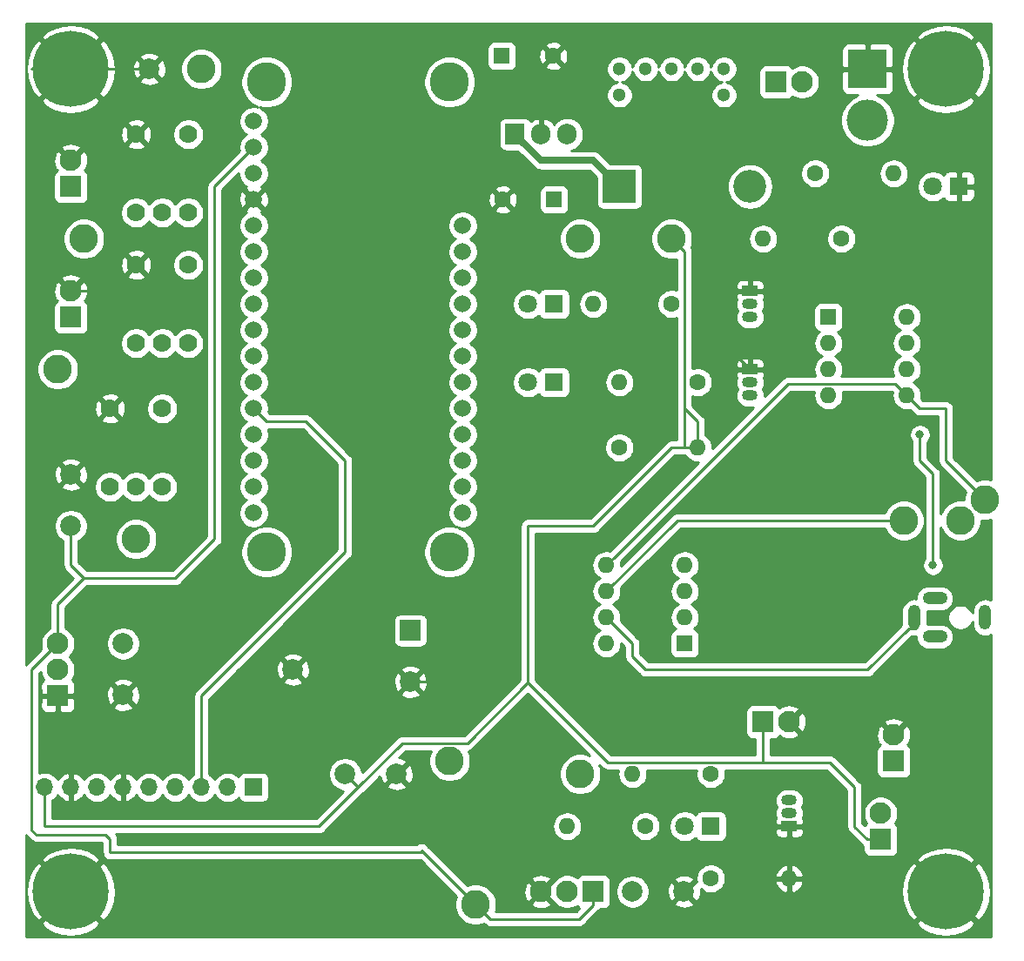
<source format=gbr>
G04 #@! TF.GenerationSoftware,KiCad,Pcbnew,(5.1.4)-1*
G04 #@! TF.CreationDate,2020-01-29T06:20:51-05:00*
G04 #@! TF.ProjectId,CameraTrigger,43616d65-7261-4547-9269-676765722e6b,rev?*
G04 #@! TF.SameCoordinates,Original*
G04 #@! TF.FileFunction,Copper,L2,Bot*
G04 #@! TF.FilePolarity,Positive*
%FSLAX46Y46*%
G04 Gerber Fmt 4.6, Leading zero omitted, Abs format (unit mm)*
G04 Created by KiCad (PCBNEW (5.1.4)-1) date 2020-01-29 06:20:51*
%MOMM*%
%LPD*%
G04 APERTURE LIST*
%ADD10C,2.800000*%
%ADD11C,2.100000*%
%ADD12R,2.100000X2.100000*%
%ADD13C,1.300000*%
%ADD14C,2.000000*%
%ADD15C,1.778000*%
%ADD16C,4.000000*%
%ADD17R,3.800000X3.800000*%
%ADD18O,1.600000X1.600000*%
%ADD19C,1.600000*%
%ADD20C,1.800000*%
%ADD21R,1.800000X1.800000*%
%ADD22O,1.208000X2.416000*%
%ADD23O,2.416000X1.208000*%
%ADD24R,1.600000X1.600000*%
%ADD25O,1.905000X2.000000*%
%ADD26R,1.905000X2.000000*%
%ADD27R,1.500000X1.050000*%
%ADD28O,1.500000X1.050000*%
%ADD29O,1.700000X1.700000*%
%ADD30R,1.700000X1.700000*%
%ADD31C,7.400000*%
%ADD32O,3.200000X3.200000*%
%ADD33R,3.200000X3.200000*%
%ADD34R,2.000000X2.000000*%
%ADD35C,1.665000*%
%ADD36C,3.810000*%
%ADD37C,0.800000*%
%ADD38C,0.250000*%
%ADD39C,0.635000*%
%ADD40C,0.254000*%
G04 APERTURE END LIST*
D10*
X102590000Y-61690000D03*
X108090000Y-61690000D03*
X110490000Y-59690000D03*
D11*
X92710000Y-19050000D03*
D12*
X90170000Y-19050000D03*
D13*
X82550000Y-17780000D03*
X80010000Y-17780000D03*
X77470000Y-17780000D03*
X85090000Y-17780000D03*
X74930000Y-17780000D03*
X85090000Y-20320000D03*
X74930000Y-20320000D03*
D14*
X43180000Y-76200000D03*
X81200000Y-97790000D03*
X76200000Y-97790000D03*
X26670000Y-78660000D03*
X26670000Y-73660000D03*
X21590000Y-57230000D03*
X21590000Y-62230000D03*
X53260000Y-86360000D03*
X48260000Y-86360000D03*
D15*
X27940000Y-31750000D03*
X30480000Y-31750000D03*
X33020000Y-31750000D03*
X33020000Y-24130000D03*
X27940000Y-24130000D03*
X27940000Y-44450000D03*
X30480000Y-44450000D03*
X33020000Y-44450000D03*
X33020000Y-36830000D03*
X27940000Y-36830000D03*
D16*
X99060000Y-22780000D03*
D17*
X99060000Y-17780000D03*
D18*
X91440000Y-96520000D03*
D19*
X83820000Y-96520000D03*
D20*
X81280000Y-91440000D03*
D21*
X83820000Y-91440000D03*
D22*
X103590000Y-71120000D03*
D23*
X105590000Y-72970000D03*
X105590000Y-69270000D03*
D22*
X110490000Y-71120000D03*
D10*
X80010000Y-34290000D03*
D11*
X91440000Y-81280000D03*
D12*
X88900000Y-81280000D03*
D18*
X102870000Y-41910000D03*
X95250000Y-49530000D03*
X102870000Y-44450000D03*
X95250000Y-46990000D03*
X102870000Y-46990000D03*
X95250000Y-44450000D03*
X102870000Y-49530000D03*
D24*
X95250000Y-41910000D03*
D18*
X73660000Y-73660000D03*
X81280000Y-66040000D03*
X73660000Y-71120000D03*
X81280000Y-68580000D03*
X73660000Y-68580000D03*
X81280000Y-71120000D03*
X73660000Y-66040000D03*
D24*
X81280000Y-73660000D03*
D25*
X69850000Y-24130000D03*
X67310000Y-24130000D03*
D26*
X64770000Y-24130000D03*
D10*
X58420000Y-85090000D03*
X27940000Y-63500000D03*
X20320000Y-46990000D03*
X22860000Y-34290000D03*
X34290000Y-17780000D03*
X71120000Y-34290000D03*
X71120000Y-86360000D03*
X60960000Y-99060000D03*
D15*
X25400000Y-58420000D03*
X27940000Y-58420000D03*
X30480000Y-58420000D03*
X30480000Y-50800000D03*
X25400000Y-50800000D03*
D18*
X82550000Y-54610000D03*
D19*
X74930000Y-54610000D03*
D18*
X88900000Y-34290000D03*
D19*
X96520000Y-34290000D03*
D18*
X72390000Y-40640000D03*
D19*
X80010000Y-40640000D03*
D18*
X101600000Y-27940000D03*
D19*
X93980000Y-27940000D03*
D18*
X76200000Y-86360000D03*
D19*
X83820000Y-86360000D03*
D18*
X74930000Y-48260000D03*
D19*
X82550000Y-48260000D03*
D18*
X69850000Y-91440000D03*
D19*
X77470000Y-91440000D03*
D27*
X87630000Y-46990000D03*
D28*
X87630000Y-49530000D03*
X87630000Y-48260000D03*
D27*
X87630000Y-39370000D03*
D28*
X87630000Y-41910000D03*
X87630000Y-40640000D03*
D27*
X91440000Y-91440000D03*
D28*
X91440000Y-88900000D03*
X91440000Y-90170000D03*
D29*
X19050000Y-87630000D03*
X21590000Y-87630000D03*
X24130000Y-87630000D03*
X26670000Y-87630000D03*
X29210000Y-87630000D03*
X31750000Y-87630000D03*
X34290000Y-87630000D03*
X36830000Y-87630000D03*
D30*
X39370000Y-87630000D03*
D11*
X21590000Y-39370000D03*
D12*
X21590000Y-41910000D03*
D11*
X21590000Y-26670000D03*
D12*
X21590000Y-29210000D03*
D11*
X67310000Y-97790000D03*
X69850000Y-97790000D03*
D12*
X72390000Y-97790000D03*
D11*
X100330000Y-90170000D03*
D12*
X100330000Y-92710000D03*
D11*
X20320000Y-73660000D03*
X20320000Y-76200000D03*
D12*
X20320000Y-78740000D03*
D11*
X101600000Y-82550000D03*
D12*
X101600000Y-85090000D03*
D31*
X21590000Y-97790000D03*
X21590000Y-17780000D03*
X106680000Y-17780000D03*
X106680000Y-97790000D03*
D20*
X66040000Y-48260000D03*
D21*
X68580000Y-48260000D03*
D20*
X105410000Y-29210000D03*
D21*
X107950000Y-29210000D03*
D32*
X87630000Y-29210000D03*
D33*
X74930000Y-29210000D03*
D20*
X66040000Y-40640000D03*
D21*
X68580000Y-40640000D03*
D19*
X63580000Y-30480000D03*
D24*
X68580000Y-30480000D03*
D19*
X68500000Y-16510000D03*
D24*
X63500000Y-16510000D03*
D14*
X54610000Y-77390000D03*
D34*
X54610000Y-72390000D03*
D14*
X29210000Y-17780000D03*
D35*
X59690000Y-33020000D03*
X59690000Y-35560000D03*
X59690000Y-38100000D03*
X59690000Y-40640000D03*
X59690000Y-43180000D03*
X59690000Y-45720000D03*
X59690000Y-48260000D03*
X59690000Y-50800000D03*
X59690000Y-53340000D03*
X59690000Y-55880000D03*
X59690000Y-58420000D03*
X59690000Y-60960000D03*
X39370000Y-60960000D03*
X39370000Y-58420000D03*
X39370000Y-55880000D03*
X39370000Y-53340000D03*
X39370000Y-50800000D03*
X39370000Y-48260000D03*
X39370000Y-45720000D03*
X39370000Y-43180000D03*
X39370000Y-40640000D03*
X39370000Y-38100000D03*
X39370000Y-35560000D03*
X39370000Y-33020000D03*
X39370000Y-30480000D03*
X39370000Y-27940000D03*
X39370000Y-25400000D03*
X39370000Y-22860000D03*
D36*
X40640000Y-19050000D03*
X58420000Y-19050000D03*
X40640000Y-64770000D03*
X58420000Y-64770000D03*
D37*
X104140000Y-53340000D03*
X105410000Y-66040000D03*
D38*
X87630000Y-46990000D02*
X85090000Y-44450000D01*
X85090000Y-44450000D02*
X85090000Y-39370000D01*
X85090000Y-39370000D02*
X87630000Y-39370000D01*
X76200000Y-33020000D02*
X78740000Y-30480000D01*
X78740000Y-30480000D02*
X82550000Y-30480000D01*
X77470000Y-45720000D02*
X76200000Y-44450000D01*
X77470000Y-52070000D02*
X77470000Y-45720000D01*
X85090000Y-33020000D02*
X85090000Y-39370000D01*
X59690000Y-67310000D02*
X64770000Y-62230000D01*
X82550000Y-30480000D02*
X85090000Y-33020000D01*
X76200000Y-44450000D02*
X76200000Y-33020000D01*
X64770000Y-62230000D02*
X64770000Y-59690000D01*
X64770000Y-59690000D02*
X72390000Y-52070000D01*
X72390000Y-52070000D02*
X77470000Y-52070000D01*
X29210000Y-17780000D02*
X21590000Y-17780000D01*
X19050000Y-28005000D02*
X19050000Y-36830000D01*
X19050000Y-36830000D02*
X21590000Y-39370000D01*
X29210000Y-17780000D02*
X17780000Y-17780000D01*
X22409990Y-39370000D02*
X21590000Y-39370000D01*
X21590000Y-97790000D02*
X21590000Y-94186408D01*
X54610000Y-77390000D02*
X57230000Y-77390000D01*
X59690000Y-74930000D02*
X59690000Y-67310000D01*
X57230000Y-77390000D02*
X59690000Y-74930000D01*
X25400000Y-39370000D02*
X27940000Y-36830000D01*
X21590000Y-39370000D02*
X25400000Y-39370000D01*
D39*
X64770000Y-24177500D02*
X66047510Y-25455010D01*
D38*
X64770000Y-24130000D02*
X64770000Y-24177500D01*
X66047510Y-25455010D02*
X66095010Y-25455010D01*
D39*
X66095010Y-25455010D02*
X67310000Y-26670000D01*
X67310000Y-26670000D02*
X72390000Y-26670000D01*
X72390000Y-26670000D02*
X74930000Y-29210000D01*
D38*
X82550000Y-54610000D02*
X82550000Y-52070000D01*
X81280000Y-54610000D02*
X81280000Y-35560000D01*
X82550000Y-52070000D02*
X81280000Y-50800000D01*
X82550000Y-54610000D02*
X80010000Y-54610000D01*
X80010000Y-54610000D02*
X72390000Y-62230000D01*
X72390000Y-62230000D02*
X66040000Y-62230000D01*
X66040000Y-62230000D02*
X66040000Y-77470000D01*
X66040000Y-77470000D02*
X73804999Y-85234999D01*
X88900000Y-85090000D02*
X88900000Y-81280000D01*
X88755001Y-85234999D02*
X88900000Y-85090000D01*
X73804999Y-85234999D02*
X88755001Y-85234999D01*
X80010000Y-34290000D02*
X81280000Y-35560000D01*
X19050000Y-87630000D02*
X19050000Y-91440000D01*
X19050000Y-91440000D02*
X44450000Y-91440000D01*
X44450000Y-91440000D02*
X45720000Y-91440000D01*
X53795001Y-83364999D02*
X60145001Y-83364999D01*
X60145001Y-83364999D02*
X66040000Y-77470000D01*
X90025001Y-85234999D02*
X90284999Y-85234999D01*
X88755001Y-85234999D02*
X90025001Y-85234999D01*
X99030000Y-92710000D02*
X100330000Y-92710000D01*
X97790000Y-91470000D02*
X99030000Y-92710000D01*
X97790000Y-87630000D02*
X97790000Y-91470000D01*
X95394999Y-85234999D02*
X97790000Y-87630000D01*
X90025001Y-85234999D02*
X95394999Y-85234999D01*
X48260000Y-86360000D02*
X49530000Y-87630000D01*
X45720000Y-91440000D02*
X49530000Y-87630000D01*
X49530000Y-87630000D02*
X53795001Y-83364999D01*
X80550000Y-61690000D02*
X73660000Y-68580000D01*
X98780000Y-61690000D02*
X80550000Y-61690000D01*
X98780000Y-61690000D02*
X102590000Y-61690000D01*
X74459999Y-65240001D02*
X73660000Y-66040000D01*
X91295001Y-48404999D02*
X74459999Y-65240001D01*
X102870000Y-49530000D02*
X101744999Y-48404999D01*
X104140000Y-50800000D02*
X102870000Y-49530000D01*
X106680000Y-50800000D02*
X104140000Y-50800000D01*
X101744999Y-48404999D02*
X91295001Y-48404999D01*
X106680000Y-55880000D02*
X110490000Y-59690000D01*
X106680000Y-50800000D02*
X106680000Y-55880000D01*
X20320000Y-73660000D02*
X20320000Y-69850000D01*
X20320000Y-69850000D02*
X22860000Y-67310000D01*
X72390000Y-99090000D02*
X72390000Y-97790000D01*
X71020001Y-100459999D02*
X72390000Y-99090000D01*
X62359999Y-100459999D02*
X71020001Y-100459999D01*
X60960000Y-99060000D02*
X62359999Y-100459999D01*
X55880000Y-93980000D02*
X25400000Y-93980000D01*
X55880000Y-93980000D02*
X55664999Y-93764999D01*
X60960000Y-99060000D02*
X55880000Y-93980000D01*
X25400000Y-92710000D02*
X25400000Y-93980000D01*
X24949991Y-92259991D02*
X25400000Y-92710000D01*
X17780000Y-91809982D02*
X18230009Y-92259991D01*
X17780000Y-76200000D02*
X17780000Y-91809982D01*
X20320000Y-73660000D02*
X17780000Y-76200000D01*
X18230009Y-92259991D02*
X24949991Y-92259991D01*
X22860000Y-67310000D02*
X31750000Y-67310000D01*
X31750000Y-67310000D02*
X35560000Y-63500000D01*
X35560000Y-29210000D02*
X39370000Y-25400000D01*
X35560000Y-63500000D02*
X35560000Y-29210000D01*
X21590000Y-62230000D02*
X21590000Y-66040000D01*
X21590000Y-66040000D02*
X22860000Y-67310000D01*
X40640000Y-52070000D02*
X39370000Y-50800000D01*
X44450000Y-52070000D02*
X40640000Y-52070000D01*
X48260000Y-55880000D02*
X44450000Y-52070000D01*
X48260000Y-64770000D02*
X48260000Y-55880000D01*
X34290000Y-87630000D02*
X34290000Y-78740000D01*
X34290000Y-78740000D02*
X48260000Y-64770000D01*
X103105170Y-72195510D02*
X103805170Y-72195510D01*
X103064490Y-72154830D02*
X103105170Y-72195510D01*
X73660000Y-71120000D02*
X76200000Y-73660000D01*
X76200000Y-73660000D02*
X76200000Y-74930000D01*
X76200000Y-74930000D02*
X77470000Y-76200000D01*
X77470000Y-76200000D02*
X99060000Y-76200000D01*
X99060000Y-76200000D02*
X103064490Y-72195510D01*
X103064490Y-72195510D02*
X103064490Y-72154830D01*
X104140000Y-55880000D02*
X104140000Y-53340000D01*
X105410000Y-66040000D02*
X105410000Y-57150000D01*
X105410000Y-57150000D02*
X104140000Y-55880000D01*
D40*
G36*
X93835764Y-49248691D02*
G01*
X93808057Y-49530000D01*
X93835764Y-49811309D01*
X93917818Y-50081808D01*
X94051068Y-50331101D01*
X94230392Y-50549608D01*
X94448899Y-50728932D01*
X94698192Y-50862182D01*
X94968691Y-50944236D01*
X95179508Y-50965000D01*
X95320492Y-50965000D01*
X95531309Y-50944236D01*
X95801808Y-50862182D01*
X96051101Y-50728932D01*
X96269608Y-50549608D01*
X96448932Y-50331101D01*
X96582182Y-50081808D01*
X96664236Y-49811309D01*
X96691943Y-49530000D01*
X96664236Y-49248691D01*
X96638849Y-49164999D01*
X101430198Y-49164999D01*
X101469292Y-49204094D01*
X101455764Y-49248691D01*
X101428057Y-49530000D01*
X101455764Y-49811309D01*
X101537818Y-50081808D01*
X101671068Y-50331101D01*
X101850392Y-50549608D01*
X102068899Y-50728932D01*
X102318192Y-50862182D01*
X102588691Y-50944236D01*
X102799508Y-50965000D01*
X102940492Y-50965000D01*
X103151309Y-50944236D01*
X103195906Y-50930708D01*
X103576200Y-51311002D01*
X103599999Y-51340001D01*
X103715724Y-51434974D01*
X103847753Y-51505546D01*
X103991014Y-51549003D01*
X104102667Y-51560000D01*
X104102676Y-51560000D01*
X104139999Y-51563676D01*
X104177322Y-51560000D01*
X105920000Y-51560000D01*
X105920001Y-55842667D01*
X105916324Y-55880000D01*
X105920001Y-55917332D01*
X105920001Y-55917333D01*
X105922449Y-55942182D01*
X105930998Y-56028985D01*
X105974454Y-56172246D01*
X106045026Y-56304276D01*
X106098929Y-56369956D01*
X106140000Y-56420001D01*
X106168998Y-56443799D01*
X108617677Y-58892478D01*
X108533204Y-59096413D01*
X108455000Y-59489570D01*
X108455000Y-59687735D01*
X108290430Y-59655000D01*
X107889570Y-59655000D01*
X107496413Y-59733204D01*
X107126066Y-59886607D01*
X106792763Y-60109313D01*
X106509313Y-60392763D01*
X106286607Y-60726066D01*
X106170000Y-61007580D01*
X106170000Y-57187322D01*
X106173676Y-57149999D01*
X106170000Y-57112676D01*
X106170000Y-57112667D01*
X106159003Y-57001014D01*
X106115546Y-56857753D01*
X106044974Y-56725724D01*
X105950001Y-56609999D01*
X105921003Y-56586201D01*
X104900000Y-55565199D01*
X104900000Y-54043711D01*
X104943937Y-53999774D01*
X105057205Y-53830256D01*
X105135226Y-53641898D01*
X105175000Y-53441939D01*
X105175000Y-53238061D01*
X105135226Y-53038102D01*
X105057205Y-52849744D01*
X104943937Y-52680226D01*
X104799774Y-52536063D01*
X104630256Y-52422795D01*
X104441898Y-52344774D01*
X104241939Y-52305000D01*
X104038061Y-52305000D01*
X103838102Y-52344774D01*
X103649744Y-52422795D01*
X103480226Y-52536063D01*
X103336063Y-52680226D01*
X103222795Y-52849744D01*
X103144774Y-53038102D01*
X103105000Y-53238061D01*
X103105000Y-53441939D01*
X103144774Y-53641898D01*
X103222795Y-53830256D01*
X103336063Y-53999774D01*
X103380001Y-54043712D01*
X103380000Y-55842677D01*
X103376324Y-55880000D01*
X103380000Y-55917322D01*
X103380000Y-55917332D01*
X103390997Y-56028985D01*
X103410897Y-56094587D01*
X103434454Y-56172246D01*
X103505026Y-56304276D01*
X103508127Y-56308054D01*
X103599999Y-56420001D01*
X103629003Y-56443804D01*
X104650001Y-57464803D01*
X104650000Y-65336289D01*
X104606063Y-65380226D01*
X104492795Y-65549744D01*
X104414774Y-65738102D01*
X104375000Y-65938061D01*
X104375000Y-66141939D01*
X104414774Y-66341898D01*
X104492795Y-66530256D01*
X104606063Y-66699774D01*
X104750226Y-66843937D01*
X104919744Y-66957205D01*
X105108102Y-67035226D01*
X105308061Y-67075000D01*
X105511939Y-67075000D01*
X105711898Y-67035226D01*
X105900256Y-66957205D01*
X106069774Y-66843937D01*
X106213937Y-66699774D01*
X106327205Y-66530256D01*
X106405226Y-66341898D01*
X106445000Y-66141939D01*
X106445000Y-65938061D01*
X106405226Y-65738102D01*
X106327205Y-65549744D01*
X106213937Y-65380226D01*
X106170000Y-65336289D01*
X106170000Y-62372420D01*
X106286607Y-62653934D01*
X106509313Y-62987237D01*
X106792763Y-63270687D01*
X107126066Y-63493393D01*
X107496413Y-63646796D01*
X107889570Y-63725000D01*
X108290430Y-63725000D01*
X108683587Y-63646796D01*
X109053934Y-63493393D01*
X109387237Y-63270687D01*
X109670687Y-62987237D01*
X109893393Y-62653934D01*
X110046796Y-62283587D01*
X110125000Y-61890430D01*
X110125000Y-61692265D01*
X110289570Y-61725000D01*
X110690430Y-61725000D01*
X111075001Y-61648504D01*
X111075001Y-69423803D01*
X110966439Y-69365776D01*
X110732886Y-69294928D01*
X110490000Y-69271006D01*
X110247115Y-69294928D01*
X110013562Y-69365776D01*
X109798319Y-69480825D01*
X109609657Y-69635656D01*
X109454826Y-69824318D01*
X109339776Y-70039561D01*
X109268928Y-70273114D01*
X109251000Y-70455141D01*
X109251000Y-70695691D01*
X109184443Y-70535008D01*
X109049287Y-70332733D01*
X108877267Y-70160713D01*
X108674992Y-70025557D01*
X108450236Y-69932460D01*
X108211637Y-69885000D01*
X107968363Y-69885000D01*
X107729764Y-69932460D01*
X107505008Y-70025557D01*
X107302733Y-70160713D01*
X107130713Y-70332733D01*
X106995557Y-70535008D01*
X106902460Y-70759764D01*
X106855000Y-70998363D01*
X106855000Y-71241637D01*
X106902460Y-71480236D01*
X106995557Y-71704992D01*
X107130713Y-71907267D01*
X107302733Y-72079287D01*
X107505008Y-72214443D01*
X107729764Y-72307540D01*
X107968363Y-72355000D01*
X108211637Y-72355000D01*
X108450236Y-72307540D01*
X108674992Y-72214443D01*
X108877267Y-72079287D01*
X109049287Y-71907267D01*
X109184443Y-71704992D01*
X109251000Y-71544309D01*
X109251000Y-71784858D01*
X109268928Y-71966885D01*
X109339776Y-72200438D01*
X109454825Y-72415681D01*
X109609656Y-72604344D01*
X109798318Y-72759175D01*
X110013561Y-72874224D01*
X110247114Y-72945072D01*
X110490000Y-72968994D01*
X110732885Y-72945072D01*
X110966438Y-72874224D01*
X111075001Y-72816196D01*
X111075001Y-102185000D01*
X17195000Y-102185000D01*
X17195000Y-100846330D01*
X18713275Y-100846330D01*
X19133456Y-101387208D01*
X19882438Y-101797336D01*
X20697042Y-102053465D01*
X21545960Y-102145751D01*
X22396571Y-102070648D01*
X23216186Y-101831042D01*
X23973308Y-101436141D01*
X24046544Y-101387208D01*
X24466725Y-100846330D01*
X21590000Y-97969605D01*
X18713275Y-100846330D01*
X17195000Y-100846330D01*
X17195000Y-97745960D01*
X17234249Y-97745960D01*
X17309352Y-98596571D01*
X17548958Y-99416186D01*
X17943859Y-100173308D01*
X17992792Y-100246544D01*
X18533670Y-100666725D01*
X21410395Y-97790000D01*
X21769605Y-97790000D01*
X24646330Y-100666725D01*
X25187208Y-100246544D01*
X25597336Y-99497562D01*
X25853465Y-98682958D01*
X25945751Y-97834040D01*
X25870648Y-96983429D01*
X25631042Y-96163814D01*
X25236141Y-95406692D01*
X25187208Y-95333456D01*
X24646330Y-94913275D01*
X21769605Y-97790000D01*
X21410395Y-97790000D01*
X18533670Y-94913275D01*
X17992792Y-95333456D01*
X17582664Y-96082438D01*
X17326535Y-96897042D01*
X17234249Y-97745960D01*
X17195000Y-97745960D01*
X17195000Y-94733670D01*
X18713275Y-94733670D01*
X21590000Y-97610395D01*
X24466725Y-94733670D01*
X24046544Y-94192792D01*
X23297562Y-93782664D01*
X22482958Y-93526535D01*
X21634040Y-93434249D01*
X20783429Y-93509352D01*
X19963814Y-93748958D01*
X19206692Y-94143859D01*
X19133456Y-94192792D01*
X18713275Y-94733670D01*
X17195000Y-94733670D01*
X17195000Y-92295151D01*
X17214978Y-92319494D01*
X17240000Y-92349983D01*
X17268998Y-92373781D01*
X17666205Y-92770988D01*
X17690008Y-92799992D01*
X17805733Y-92894965D01*
X17937762Y-92965537D01*
X18081023Y-93008994D01*
X18192676Y-93019991D01*
X18192686Y-93019991D01*
X18230009Y-93023667D01*
X18267332Y-93019991D01*
X24635190Y-93019991D01*
X24640000Y-93024801D01*
X24640001Y-93942658D01*
X24636323Y-93980000D01*
X24650997Y-94128986D01*
X24694454Y-94272247D01*
X24765026Y-94404276D01*
X24859999Y-94520001D01*
X24975724Y-94614974D01*
X25107753Y-94685546D01*
X25251014Y-94729003D01*
X25362667Y-94740000D01*
X25400000Y-94743677D01*
X25437333Y-94740000D01*
X55565199Y-94740000D01*
X59087677Y-98262478D01*
X59003204Y-98466413D01*
X58925000Y-98859570D01*
X58925000Y-99260430D01*
X59003204Y-99653587D01*
X59156607Y-100023934D01*
X59379313Y-100357237D01*
X59662763Y-100640687D01*
X59996066Y-100863393D01*
X60366413Y-101016796D01*
X60759570Y-101095000D01*
X61160430Y-101095000D01*
X61553587Y-101016796D01*
X61757521Y-100932323D01*
X61796200Y-100971002D01*
X61819998Y-101000000D01*
X61848996Y-101023798D01*
X61935723Y-101094973D01*
X62067752Y-101165545D01*
X62211013Y-101209002D01*
X62359999Y-101223676D01*
X62397332Y-101219999D01*
X70982679Y-101219999D01*
X71020001Y-101223675D01*
X71057323Y-101219999D01*
X71057334Y-101219999D01*
X71168987Y-101209002D01*
X71312248Y-101165545D01*
X71444277Y-101094973D01*
X71560002Y-101000000D01*
X71583805Y-100970996D01*
X71708471Y-100846330D01*
X103803275Y-100846330D01*
X104223456Y-101387208D01*
X104972438Y-101797336D01*
X105787042Y-102053465D01*
X106635960Y-102145751D01*
X107486571Y-102070648D01*
X108306186Y-101831042D01*
X109063308Y-101436141D01*
X109136544Y-101387208D01*
X109556725Y-100846330D01*
X106680000Y-97969605D01*
X103803275Y-100846330D01*
X71708471Y-100846330D01*
X72901004Y-99653798D01*
X72930001Y-99630001D01*
X73024974Y-99514276D01*
X73044326Y-99478072D01*
X73440000Y-99478072D01*
X73564482Y-99465812D01*
X73684180Y-99429502D01*
X73794494Y-99370537D01*
X73891185Y-99291185D01*
X73970537Y-99194494D01*
X74029502Y-99084180D01*
X74065812Y-98964482D01*
X74078072Y-98840000D01*
X74078072Y-97628967D01*
X74565000Y-97628967D01*
X74565000Y-97951033D01*
X74627832Y-98266912D01*
X74751082Y-98564463D01*
X74930013Y-98832252D01*
X75157748Y-99059987D01*
X75425537Y-99238918D01*
X75723088Y-99362168D01*
X76038967Y-99425000D01*
X76361033Y-99425000D01*
X76676912Y-99362168D01*
X76974463Y-99238918D01*
X77242252Y-99059987D01*
X77376826Y-98925413D01*
X80244192Y-98925413D01*
X80339956Y-99189814D01*
X80629571Y-99330704D01*
X80941108Y-99412384D01*
X81262595Y-99431718D01*
X81581675Y-99387961D01*
X81886088Y-99282795D01*
X82060044Y-99189814D01*
X82155808Y-98925413D01*
X81200000Y-97969605D01*
X80244192Y-98925413D01*
X77376826Y-98925413D01*
X77469987Y-98832252D01*
X77648918Y-98564463D01*
X77772168Y-98266912D01*
X77835000Y-97951033D01*
X77835000Y-97852595D01*
X79558282Y-97852595D01*
X79602039Y-98171675D01*
X79707205Y-98476088D01*
X79800186Y-98650044D01*
X80064587Y-98745808D01*
X81020395Y-97790000D01*
X81379605Y-97790000D01*
X82335413Y-98745808D01*
X82599814Y-98650044D01*
X82740704Y-98360429D01*
X82822384Y-98048892D01*
X82841718Y-97727405D01*
X82816879Y-97546275D01*
X82905241Y-97634637D01*
X83140273Y-97791680D01*
X83401426Y-97899853D01*
X83678665Y-97955000D01*
X83961335Y-97955000D01*
X84238574Y-97899853D01*
X84499727Y-97791680D01*
X84734759Y-97634637D01*
X84934637Y-97434759D01*
X85091680Y-97199727D01*
X85199853Y-96938574D01*
X85213684Y-96869039D01*
X90048096Y-96869039D01*
X90088754Y-97003087D01*
X90208963Y-97257420D01*
X90376481Y-97483414D01*
X90584869Y-97672385D01*
X90826119Y-97817070D01*
X91090960Y-97911909D01*
X91313000Y-97790624D01*
X91313000Y-96647000D01*
X91567000Y-96647000D01*
X91567000Y-97790624D01*
X91789040Y-97911909D01*
X92053881Y-97817070D01*
X92172450Y-97745960D01*
X102324249Y-97745960D01*
X102399352Y-98596571D01*
X102638958Y-99416186D01*
X103033859Y-100173308D01*
X103082792Y-100246544D01*
X103623670Y-100666725D01*
X106500395Y-97790000D01*
X106859605Y-97790000D01*
X109736330Y-100666725D01*
X110277208Y-100246544D01*
X110687336Y-99497562D01*
X110943465Y-98682958D01*
X111035751Y-97834040D01*
X110960648Y-96983429D01*
X110721042Y-96163814D01*
X110326141Y-95406692D01*
X110277208Y-95333456D01*
X109736330Y-94913275D01*
X106859605Y-97790000D01*
X106500395Y-97790000D01*
X103623670Y-94913275D01*
X103082792Y-95333456D01*
X102672664Y-96082438D01*
X102416535Y-96897042D01*
X102324249Y-97745960D01*
X92172450Y-97745960D01*
X92295131Y-97672385D01*
X92503519Y-97483414D01*
X92671037Y-97257420D01*
X92791246Y-97003087D01*
X92831904Y-96869039D01*
X92709915Y-96647000D01*
X91567000Y-96647000D01*
X91313000Y-96647000D01*
X90170085Y-96647000D01*
X90048096Y-96869039D01*
X85213684Y-96869039D01*
X85255000Y-96661335D01*
X85255000Y-96378665D01*
X85213685Y-96170961D01*
X90048096Y-96170961D01*
X90170085Y-96393000D01*
X91313000Y-96393000D01*
X91313000Y-95249376D01*
X91567000Y-95249376D01*
X91567000Y-96393000D01*
X92709915Y-96393000D01*
X92831904Y-96170961D01*
X92791246Y-96036913D01*
X92671037Y-95782580D01*
X92503519Y-95556586D01*
X92295131Y-95367615D01*
X92053881Y-95222930D01*
X91789040Y-95128091D01*
X91567000Y-95249376D01*
X91313000Y-95249376D01*
X91090960Y-95128091D01*
X90826119Y-95222930D01*
X90584869Y-95367615D01*
X90376481Y-95556586D01*
X90208963Y-95782580D01*
X90088754Y-96036913D01*
X90048096Y-96170961D01*
X85213685Y-96170961D01*
X85199853Y-96101426D01*
X85091680Y-95840273D01*
X84934637Y-95605241D01*
X84734759Y-95405363D01*
X84499727Y-95248320D01*
X84238574Y-95140147D01*
X83961335Y-95085000D01*
X83678665Y-95085000D01*
X83401426Y-95140147D01*
X83140273Y-95248320D01*
X82905241Y-95405363D01*
X82705363Y-95605241D01*
X82548320Y-95840273D01*
X82440147Y-96101426D01*
X82385000Y-96378665D01*
X82385000Y-96661335D01*
X82425903Y-96866967D01*
X82335413Y-96834192D01*
X81379605Y-97790000D01*
X81020395Y-97790000D01*
X80064587Y-96834192D01*
X79800186Y-96929956D01*
X79659296Y-97219571D01*
X79577616Y-97531108D01*
X79558282Y-97852595D01*
X77835000Y-97852595D01*
X77835000Y-97628967D01*
X77772168Y-97313088D01*
X77648918Y-97015537D01*
X77469987Y-96747748D01*
X77376826Y-96654587D01*
X80244192Y-96654587D01*
X81200000Y-97610395D01*
X82155808Y-96654587D01*
X82060044Y-96390186D01*
X81770429Y-96249296D01*
X81458892Y-96167616D01*
X81137405Y-96148282D01*
X80818325Y-96192039D01*
X80513912Y-96297205D01*
X80339956Y-96390186D01*
X80244192Y-96654587D01*
X77376826Y-96654587D01*
X77242252Y-96520013D01*
X76974463Y-96341082D01*
X76676912Y-96217832D01*
X76361033Y-96155000D01*
X76038967Y-96155000D01*
X75723088Y-96217832D01*
X75425537Y-96341082D01*
X75157748Y-96520013D01*
X74930013Y-96747748D01*
X74751082Y-97015537D01*
X74627832Y-97313088D01*
X74565000Y-97628967D01*
X74078072Y-97628967D01*
X74078072Y-96740000D01*
X74065812Y-96615518D01*
X74029502Y-96495820D01*
X73970537Y-96385506D01*
X73891185Y-96288815D01*
X73794494Y-96209463D01*
X73684180Y-96150498D01*
X73564482Y-96114188D01*
X73440000Y-96101928D01*
X71340000Y-96101928D01*
X71215518Y-96114188D01*
X71095820Y-96150498D01*
X70985506Y-96209463D01*
X70888815Y-96288815D01*
X70809463Y-96385506D01*
X70801958Y-96399546D01*
X70648147Y-96296772D01*
X70341496Y-96169754D01*
X70015958Y-96105000D01*
X69684042Y-96105000D01*
X69358504Y-96169754D01*
X69051853Y-96296772D01*
X68775875Y-96481175D01*
X68541175Y-96715875D01*
X68484958Y-96800009D01*
X68481066Y-96798539D01*
X67489605Y-97790000D01*
X68481066Y-98781461D01*
X68484958Y-98779991D01*
X68541175Y-98864125D01*
X68775875Y-99098825D01*
X69051853Y-99283228D01*
X69358504Y-99410246D01*
X69684042Y-99475000D01*
X70015958Y-99475000D01*
X70341496Y-99410246D01*
X70648147Y-99283228D01*
X70801958Y-99180454D01*
X70809463Y-99194494D01*
X70888815Y-99291185D01*
X70985506Y-99370537D01*
X71017539Y-99387659D01*
X70705200Y-99699999D01*
X62897571Y-99699999D01*
X62916796Y-99653587D01*
X62995000Y-99260430D01*
X62995000Y-98961066D01*
X66318539Y-98961066D01*
X66420339Y-99230579D01*
X66718477Y-99376463D01*
X67039346Y-99461380D01*
X67370617Y-99482066D01*
X67699557Y-99437728D01*
X68013527Y-99330069D01*
X68199661Y-99230579D01*
X68301461Y-98961066D01*
X67310000Y-97969605D01*
X66318539Y-98961066D01*
X62995000Y-98961066D01*
X62995000Y-98859570D01*
X62916796Y-98466413D01*
X62763393Y-98096066D01*
X62599390Y-97850617D01*
X65617934Y-97850617D01*
X65662272Y-98179557D01*
X65769931Y-98493527D01*
X65869421Y-98679661D01*
X66138934Y-98781461D01*
X67130395Y-97790000D01*
X66138934Y-96798539D01*
X65869421Y-96900339D01*
X65723537Y-97198477D01*
X65638620Y-97519346D01*
X65617934Y-97850617D01*
X62599390Y-97850617D01*
X62540687Y-97762763D01*
X62257237Y-97479313D01*
X61923934Y-97256607D01*
X61553587Y-97103204D01*
X61160430Y-97025000D01*
X60759570Y-97025000D01*
X60366413Y-97103204D01*
X60162478Y-97187677D01*
X59593735Y-96618934D01*
X66318539Y-96618934D01*
X67310000Y-97610395D01*
X68301461Y-96618934D01*
X68199661Y-96349421D01*
X67901523Y-96203537D01*
X67580654Y-96118620D01*
X67249383Y-96097934D01*
X66920443Y-96142272D01*
X66606473Y-96249931D01*
X66420339Y-96349421D01*
X66318539Y-96618934D01*
X59593735Y-96618934D01*
X57708471Y-94733670D01*
X103803275Y-94733670D01*
X106680000Y-97610395D01*
X109556725Y-94733670D01*
X109136544Y-94192792D01*
X108387562Y-93782664D01*
X107572958Y-93526535D01*
X106724040Y-93434249D01*
X105873429Y-93509352D01*
X105053814Y-93748958D01*
X104296692Y-94143859D01*
X104223456Y-94192792D01*
X103803275Y-94733670D01*
X57708471Y-94733670D01*
X56443804Y-93469003D01*
X56420001Y-93439999D01*
X56390997Y-93416196D01*
X56176001Y-93201200D01*
X56089275Y-93130025D01*
X55957245Y-93059453D01*
X55813984Y-93015997D01*
X55664999Y-93001323D01*
X55516014Y-93015997D01*
X55372753Y-93059453D01*
X55240723Y-93130025D01*
X55131088Y-93220000D01*
X26160000Y-93220000D01*
X26160000Y-92747323D01*
X26163676Y-92710000D01*
X26160000Y-92672677D01*
X26160000Y-92672667D01*
X26149003Y-92561014D01*
X26105546Y-92417753D01*
X26034974Y-92285724D01*
X25964622Y-92200000D01*
X45682678Y-92200000D01*
X45720000Y-92203676D01*
X45757322Y-92200000D01*
X45757333Y-92200000D01*
X45868986Y-92189003D01*
X46012247Y-92145546D01*
X46144276Y-92074974D01*
X46260001Y-91980001D01*
X46283804Y-91950997D01*
X46794801Y-91440000D01*
X68408057Y-91440000D01*
X68435764Y-91721309D01*
X68517818Y-91991808D01*
X68651068Y-92241101D01*
X68830392Y-92459608D01*
X69048899Y-92638932D01*
X69298192Y-92772182D01*
X69568691Y-92854236D01*
X69779508Y-92875000D01*
X69920492Y-92875000D01*
X70131309Y-92854236D01*
X70401808Y-92772182D01*
X70651101Y-92638932D01*
X70869608Y-92459608D01*
X71048932Y-92241101D01*
X71182182Y-91991808D01*
X71264236Y-91721309D01*
X71291943Y-91440000D01*
X71278023Y-91298665D01*
X76035000Y-91298665D01*
X76035000Y-91581335D01*
X76090147Y-91858574D01*
X76198320Y-92119727D01*
X76355363Y-92354759D01*
X76555241Y-92554637D01*
X76790273Y-92711680D01*
X77051426Y-92819853D01*
X77328665Y-92875000D01*
X77611335Y-92875000D01*
X77888574Y-92819853D01*
X78149727Y-92711680D01*
X78384759Y-92554637D01*
X78584637Y-92354759D01*
X78741680Y-92119727D01*
X78849853Y-91858574D01*
X78905000Y-91581335D01*
X78905000Y-91298665D01*
X78903041Y-91288816D01*
X79745000Y-91288816D01*
X79745000Y-91591184D01*
X79803989Y-91887743D01*
X79919701Y-92167095D01*
X80087688Y-92418505D01*
X80301495Y-92632312D01*
X80552905Y-92800299D01*
X80832257Y-92916011D01*
X81128816Y-92975000D01*
X81431184Y-92975000D01*
X81727743Y-92916011D01*
X82007095Y-92800299D01*
X82258505Y-92632312D01*
X82324944Y-92565873D01*
X82330498Y-92584180D01*
X82389463Y-92694494D01*
X82468815Y-92791185D01*
X82565506Y-92870537D01*
X82675820Y-92929502D01*
X82795518Y-92965812D01*
X82920000Y-92978072D01*
X84720000Y-92978072D01*
X84844482Y-92965812D01*
X84964180Y-92929502D01*
X85074494Y-92870537D01*
X85171185Y-92791185D01*
X85250537Y-92694494D01*
X85309502Y-92584180D01*
X85345812Y-92464482D01*
X85358072Y-92340000D01*
X85358072Y-91965000D01*
X90051928Y-91965000D01*
X90064188Y-92089482D01*
X90100498Y-92209180D01*
X90159463Y-92319494D01*
X90238815Y-92416185D01*
X90335506Y-92495537D01*
X90445820Y-92554502D01*
X90565518Y-92590812D01*
X90690000Y-92603072D01*
X91154250Y-92600000D01*
X91313000Y-92441250D01*
X91313000Y-91567000D01*
X91567000Y-91567000D01*
X91567000Y-92441250D01*
X91725750Y-92600000D01*
X92190000Y-92603072D01*
X92314482Y-92590812D01*
X92434180Y-92554502D01*
X92544494Y-92495537D01*
X92641185Y-92416185D01*
X92720537Y-92319494D01*
X92779502Y-92209180D01*
X92815812Y-92089482D01*
X92828072Y-91965000D01*
X92825000Y-91725750D01*
X92666250Y-91567000D01*
X91567000Y-91567000D01*
X91313000Y-91567000D01*
X90213750Y-91567000D01*
X90055000Y-91725750D01*
X90051928Y-91965000D01*
X85358072Y-91965000D01*
X85358072Y-90540000D01*
X85345812Y-90415518D01*
X85309502Y-90295820D01*
X85250537Y-90185506D01*
X85171185Y-90088815D01*
X85074494Y-90009463D01*
X84964180Y-89950498D01*
X84844482Y-89914188D01*
X84720000Y-89901928D01*
X82920000Y-89901928D01*
X82795518Y-89914188D01*
X82675820Y-89950498D01*
X82565506Y-90009463D01*
X82468815Y-90088815D01*
X82389463Y-90185506D01*
X82330498Y-90295820D01*
X82324944Y-90314127D01*
X82258505Y-90247688D01*
X82007095Y-90079701D01*
X81727743Y-89963989D01*
X81431184Y-89905000D01*
X81128816Y-89905000D01*
X80832257Y-89963989D01*
X80552905Y-90079701D01*
X80301495Y-90247688D01*
X80087688Y-90461495D01*
X79919701Y-90712905D01*
X79803989Y-90992257D01*
X79745000Y-91288816D01*
X78903041Y-91288816D01*
X78849853Y-91021426D01*
X78741680Y-90760273D01*
X78584637Y-90525241D01*
X78384759Y-90325363D01*
X78149727Y-90168320D01*
X77888574Y-90060147D01*
X77611335Y-90005000D01*
X77328665Y-90005000D01*
X77051426Y-90060147D01*
X76790273Y-90168320D01*
X76555241Y-90325363D01*
X76355363Y-90525241D01*
X76198320Y-90760273D01*
X76090147Y-91021426D01*
X76035000Y-91298665D01*
X71278023Y-91298665D01*
X71264236Y-91158691D01*
X71182182Y-90888192D01*
X71048932Y-90638899D01*
X70869608Y-90420392D01*
X70651101Y-90241068D01*
X70401808Y-90107818D01*
X70131309Y-90025764D01*
X69920492Y-90005000D01*
X69779508Y-90005000D01*
X69568691Y-90025764D01*
X69298192Y-90107818D01*
X69048899Y-90241068D01*
X68830392Y-90420392D01*
X68651068Y-90638899D01*
X68517818Y-90888192D01*
X68435764Y-91158691D01*
X68408057Y-91440000D01*
X46794801Y-91440000D01*
X49334801Y-88900000D01*
X90049388Y-88900000D01*
X90071785Y-89127400D01*
X90138115Y-89346060D01*
X90239105Y-89535000D01*
X90138115Y-89723940D01*
X90071785Y-89942600D01*
X90049388Y-90170000D01*
X90071785Y-90397400D01*
X90135093Y-90606098D01*
X90100498Y-90670820D01*
X90064188Y-90790518D01*
X90051928Y-90915000D01*
X90055000Y-91154250D01*
X90213750Y-91313000D01*
X90986891Y-91313000D01*
X90987600Y-91313215D01*
X91158021Y-91330000D01*
X91721979Y-91330000D01*
X91892400Y-91313215D01*
X91893109Y-91313000D01*
X92666250Y-91313000D01*
X92825000Y-91154250D01*
X92828072Y-90915000D01*
X92815812Y-90790518D01*
X92779502Y-90670820D01*
X92744907Y-90606098D01*
X92808215Y-90397400D01*
X92830612Y-90170000D01*
X92808215Y-89942600D01*
X92741885Y-89723940D01*
X92640895Y-89535000D01*
X92741885Y-89346060D01*
X92808215Y-89127400D01*
X92830612Y-88900000D01*
X92808215Y-88672600D01*
X92741885Y-88453940D01*
X92634171Y-88252421D01*
X92489212Y-88075788D01*
X92312579Y-87930829D01*
X92111060Y-87823115D01*
X91892400Y-87756785D01*
X91721979Y-87740000D01*
X91158021Y-87740000D01*
X90987600Y-87756785D01*
X90768940Y-87823115D01*
X90567421Y-87930829D01*
X90390788Y-88075788D01*
X90245829Y-88252421D01*
X90138115Y-88453940D01*
X90071785Y-88672600D01*
X90049388Y-88900000D01*
X49334801Y-88900000D01*
X50041005Y-88193797D01*
X50070001Y-88170001D01*
X50093799Y-88141003D01*
X50093804Y-88140997D01*
X50739388Y-87495413D01*
X52304192Y-87495413D01*
X52399956Y-87759814D01*
X52689571Y-87900704D01*
X53001108Y-87982384D01*
X53322595Y-88001718D01*
X53641675Y-87957961D01*
X53946088Y-87852795D01*
X54120044Y-87759814D01*
X54215808Y-87495413D01*
X53260000Y-86539605D01*
X52304192Y-87495413D01*
X50739388Y-87495413D01*
X51641669Y-86593133D01*
X51662039Y-86741675D01*
X51767205Y-87046088D01*
X51860186Y-87220044D01*
X52124587Y-87315808D01*
X53080395Y-86360000D01*
X53439605Y-86360000D01*
X54395413Y-87315808D01*
X54659814Y-87220044D01*
X54800704Y-86930429D01*
X54882384Y-86618892D01*
X54901718Y-86297405D01*
X54857961Y-85978325D01*
X54752795Y-85673912D01*
X54659814Y-85499956D01*
X54395413Y-85404192D01*
X53439605Y-86360000D01*
X53080395Y-86360000D01*
X53066253Y-86345858D01*
X53245858Y-86166253D01*
X53260000Y-86180395D01*
X54215808Y-85224587D01*
X54120044Y-84960186D01*
X53830429Y-84819296D01*
X53518892Y-84737616D01*
X53498417Y-84736385D01*
X54109803Y-84124999D01*
X56617320Y-84124999D01*
X56616607Y-84126066D01*
X56463204Y-84496413D01*
X56385000Y-84889570D01*
X56385000Y-85290430D01*
X56463204Y-85683587D01*
X56616607Y-86053934D01*
X56839313Y-86387237D01*
X57122763Y-86670687D01*
X57456066Y-86893393D01*
X57826413Y-87046796D01*
X58219570Y-87125000D01*
X58620430Y-87125000D01*
X59013587Y-87046796D01*
X59383934Y-86893393D01*
X59717237Y-86670687D01*
X60000687Y-86387237D01*
X60223393Y-86053934D01*
X60376796Y-85683587D01*
X60455000Y-85290430D01*
X60455000Y-84889570D01*
X60376796Y-84496413D01*
X60223393Y-84126066D01*
X60220189Y-84121271D01*
X60293987Y-84114002D01*
X60437248Y-84070545D01*
X60569277Y-83999973D01*
X60685002Y-83905000D01*
X60708805Y-83875996D01*
X66040000Y-78544801D01*
X72029087Y-84533888D01*
X71713587Y-84403204D01*
X71320430Y-84325000D01*
X70919570Y-84325000D01*
X70526413Y-84403204D01*
X70156066Y-84556607D01*
X69822763Y-84779313D01*
X69539313Y-85062763D01*
X69316607Y-85396066D01*
X69163204Y-85766413D01*
X69085000Y-86159570D01*
X69085000Y-86560430D01*
X69163204Y-86953587D01*
X69316607Y-87323934D01*
X69539313Y-87657237D01*
X69822763Y-87940687D01*
X70156066Y-88163393D01*
X70526413Y-88316796D01*
X70919570Y-88395000D01*
X71320430Y-88395000D01*
X71713587Y-88316796D01*
X72083934Y-88163393D01*
X72417237Y-87940687D01*
X72700687Y-87657237D01*
X72923393Y-87323934D01*
X73076796Y-86953587D01*
X73155000Y-86560430D01*
X73155000Y-86159570D01*
X73076796Y-85766413D01*
X72946112Y-85450914D01*
X73241199Y-85746001D01*
X73264998Y-85775000D01*
X73293996Y-85798798D01*
X73380722Y-85869973D01*
X73503733Y-85935724D01*
X73512752Y-85940545D01*
X73656013Y-85984002D01*
X73767666Y-85994999D01*
X73767676Y-85994999D01*
X73804999Y-85998675D01*
X73842322Y-85994999D01*
X74811151Y-85994999D01*
X74785764Y-86078691D01*
X74758057Y-86360000D01*
X74785764Y-86641309D01*
X74867818Y-86911808D01*
X75001068Y-87161101D01*
X75180392Y-87379608D01*
X75398899Y-87558932D01*
X75648192Y-87692182D01*
X75918691Y-87774236D01*
X76129508Y-87795000D01*
X76270492Y-87795000D01*
X76481309Y-87774236D01*
X76751808Y-87692182D01*
X77001101Y-87558932D01*
X77219608Y-87379608D01*
X77398932Y-87161101D01*
X77532182Y-86911808D01*
X77614236Y-86641309D01*
X77641943Y-86360000D01*
X77614236Y-86078691D01*
X77588849Y-85994999D01*
X82429491Y-85994999D01*
X82385000Y-86218665D01*
X82385000Y-86501335D01*
X82440147Y-86778574D01*
X82548320Y-87039727D01*
X82705363Y-87274759D01*
X82905241Y-87474637D01*
X83140273Y-87631680D01*
X83401426Y-87739853D01*
X83678665Y-87795000D01*
X83961335Y-87795000D01*
X84238574Y-87739853D01*
X84499727Y-87631680D01*
X84734759Y-87474637D01*
X84934637Y-87274759D01*
X85091680Y-87039727D01*
X85199853Y-86778574D01*
X85255000Y-86501335D01*
X85255000Y-86218665D01*
X85210509Y-85994999D01*
X88717679Y-85994999D01*
X88755001Y-85998675D01*
X88792323Y-85994999D01*
X95080198Y-85994999D01*
X97030000Y-87944802D01*
X97030001Y-91432668D01*
X97026324Y-91470000D01*
X97030001Y-91507333D01*
X97040998Y-91618986D01*
X97053439Y-91660000D01*
X97084454Y-91762246D01*
X97155026Y-91894276D01*
X97226201Y-91981002D01*
X97250000Y-92010001D01*
X97278998Y-92033799D01*
X98466201Y-93221003D01*
X98489999Y-93250001D01*
X98605724Y-93344974D01*
X98641928Y-93364326D01*
X98641928Y-93760000D01*
X98654188Y-93884482D01*
X98690498Y-94004180D01*
X98749463Y-94114494D01*
X98828815Y-94211185D01*
X98925506Y-94290537D01*
X99035820Y-94349502D01*
X99155518Y-94385812D01*
X99280000Y-94398072D01*
X101380000Y-94398072D01*
X101504482Y-94385812D01*
X101624180Y-94349502D01*
X101734494Y-94290537D01*
X101831185Y-94211185D01*
X101910537Y-94114494D01*
X101969502Y-94004180D01*
X102005812Y-93884482D01*
X102018072Y-93760000D01*
X102018072Y-91660000D01*
X102005812Y-91535518D01*
X101969502Y-91415820D01*
X101910537Y-91305506D01*
X101831185Y-91208815D01*
X101734494Y-91129463D01*
X101720454Y-91121958D01*
X101823228Y-90968147D01*
X101950246Y-90661496D01*
X102015000Y-90335958D01*
X102015000Y-90004042D01*
X101950246Y-89678504D01*
X101823228Y-89371853D01*
X101638825Y-89095875D01*
X101404125Y-88861175D01*
X101128147Y-88676772D01*
X100821496Y-88549754D01*
X100495958Y-88485000D01*
X100164042Y-88485000D01*
X99838504Y-88549754D01*
X99531853Y-88676772D01*
X99255875Y-88861175D01*
X99021175Y-89095875D01*
X98836772Y-89371853D01*
X98709754Y-89678504D01*
X98645000Y-90004042D01*
X98645000Y-90335958D01*
X98709754Y-90661496D01*
X98836772Y-90968147D01*
X98939546Y-91121958D01*
X98925506Y-91129463D01*
X98828815Y-91208815D01*
X98749463Y-91305506D01*
X98732341Y-91337539D01*
X98550000Y-91155199D01*
X98550000Y-87667323D01*
X98553676Y-87630000D01*
X98550000Y-87592677D01*
X98550000Y-87592667D01*
X98539003Y-87481014D01*
X98495546Y-87337753D01*
X98424974Y-87205723D01*
X98353799Y-87118997D01*
X98330001Y-87089999D01*
X98301003Y-87066201D01*
X95958803Y-84724002D01*
X95935000Y-84694998D01*
X95819275Y-84600025D01*
X95687246Y-84529453D01*
X95543985Y-84485996D01*
X95432332Y-84474999D01*
X95432321Y-84474999D01*
X95394999Y-84471323D01*
X95357677Y-84474999D01*
X89660000Y-84474999D01*
X89660000Y-82968072D01*
X89950000Y-82968072D01*
X90074482Y-82955812D01*
X90194180Y-82919502D01*
X90304494Y-82860537D01*
X90401185Y-82781185D01*
X90480537Y-82684494D01*
X90513451Y-82622918D01*
X90550339Y-82720579D01*
X90848477Y-82866463D01*
X91169346Y-82951380D01*
X91500617Y-82972066D01*
X91829557Y-82927728D01*
X92143527Y-82820069D01*
X92329661Y-82720579D01*
X92371195Y-82610617D01*
X99907934Y-82610617D01*
X99952272Y-82939557D01*
X100059931Y-83253527D01*
X100159421Y-83439661D01*
X100257082Y-83476549D01*
X100195506Y-83509463D01*
X100098815Y-83588815D01*
X100019463Y-83685506D01*
X99960498Y-83795820D01*
X99924188Y-83915518D01*
X99911928Y-84040000D01*
X99911928Y-86140000D01*
X99924188Y-86264482D01*
X99960498Y-86384180D01*
X100019463Y-86494494D01*
X100098815Y-86591185D01*
X100195506Y-86670537D01*
X100305820Y-86729502D01*
X100425518Y-86765812D01*
X100550000Y-86778072D01*
X102650000Y-86778072D01*
X102774482Y-86765812D01*
X102894180Y-86729502D01*
X103004494Y-86670537D01*
X103101185Y-86591185D01*
X103180537Y-86494494D01*
X103239502Y-86384180D01*
X103275812Y-86264482D01*
X103288072Y-86140000D01*
X103288072Y-84040000D01*
X103275812Y-83915518D01*
X103239502Y-83795820D01*
X103180537Y-83685506D01*
X103101185Y-83588815D01*
X103004494Y-83509463D01*
X102942918Y-83476549D01*
X103040579Y-83439661D01*
X103186463Y-83141523D01*
X103271380Y-82820654D01*
X103292066Y-82489383D01*
X103247728Y-82160443D01*
X103140069Y-81846473D01*
X103040579Y-81660339D01*
X102771066Y-81558539D01*
X101779605Y-82550000D01*
X101793748Y-82564143D01*
X101614143Y-82743748D01*
X101600000Y-82729605D01*
X101585858Y-82743748D01*
X101406253Y-82564143D01*
X101420395Y-82550000D01*
X100428934Y-81558539D01*
X100159421Y-81660339D01*
X100013537Y-81958477D01*
X99928620Y-82279346D01*
X99907934Y-82610617D01*
X92371195Y-82610617D01*
X92431461Y-82451066D01*
X91440000Y-81459605D01*
X91425858Y-81473748D01*
X91246253Y-81294143D01*
X91260395Y-81280000D01*
X91619605Y-81280000D01*
X92611066Y-82271461D01*
X92880579Y-82169661D01*
X93026463Y-81871523D01*
X93111380Y-81550654D01*
X93122102Y-81378934D01*
X100608539Y-81378934D01*
X101600000Y-82370395D01*
X102591461Y-81378934D01*
X102489661Y-81109421D01*
X102191523Y-80963537D01*
X101870654Y-80878620D01*
X101539383Y-80857934D01*
X101210443Y-80902272D01*
X100896473Y-81009931D01*
X100710339Y-81109421D01*
X100608539Y-81378934D01*
X93122102Y-81378934D01*
X93132066Y-81219383D01*
X93087728Y-80890443D01*
X92980069Y-80576473D01*
X92880579Y-80390339D01*
X92611066Y-80288539D01*
X91619605Y-81280000D01*
X91260395Y-81280000D01*
X91246253Y-81265858D01*
X91425858Y-81086253D01*
X91440000Y-81100395D01*
X92431461Y-80108934D01*
X92329661Y-79839421D01*
X92031523Y-79693537D01*
X91710654Y-79608620D01*
X91379383Y-79587934D01*
X91050443Y-79632272D01*
X90736473Y-79739931D01*
X90550339Y-79839421D01*
X90513451Y-79937082D01*
X90480537Y-79875506D01*
X90401185Y-79778815D01*
X90304494Y-79699463D01*
X90194180Y-79640498D01*
X90074482Y-79604188D01*
X89950000Y-79591928D01*
X87850000Y-79591928D01*
X87725518Y-79604188D01*
X87605820Y-79640498D01*
X87495506Y-79699463D01*
X87398815Y-79778815D01*
X87319463Y-79875506D01*
X87260498Y-79985820D01*
X87224188Y-80105518D01*
X87211928Y-80230000D01*
X87211928Y-82330000D01*
X87224188Y-82454482D01*
X87260498Y-82574180D01*
X87319463Y-82684494D01*
X87398815Y-82781185D01*
X87495506Y-82860537D01*
X87605820Y-82919502D01*
X87725518Y-82955812D01*
X87850000Y-82968072D01*
X88140001Y-82968072D01*
X88140000Y-84474999D01*
X74119801Y-84474999D01*
X66800000Y-77155199D01*
X66800000Y-62990000D01*
X72352678Y-62990000D01*
X72390000Y-62993676D01*
X72427322Y-62990000D01*
X72427333Y-62990000D01*
X72538986Y-62979003D01*
X72682247Y-62935546D01*
X72814276Y-62864974D01*
X72930001Y-62770001D01*
X72953804Y-62740997D01*
X80324802Y-55370000D01*
X81242667Y-55370000D01*
X81280000Y-55373677D01*
X81317333Y-55370000D01*
X81329099Y-55370000D01*
X81351068Y-55411101D01*
X81530392Y-55629608D01*
X81748899Y-55808932D01*
X81998192Y-55942182D01*
X82268691Y-56024236D01*
X82479508Y-56045000D01*
X82580198Y-56045000D01*
X73985907Y-64639292D01*
X73941309Y-64625764D01*
X73730492Y-64605000D01*
X73589508Y-64605000D01*
X73378691Y-64625764D01*
X73108192Y-64707818D01*
X72858899Y-64841068D01*
X72640392Y-65020392D01*
X72461068Y-65238899D01*
X72327818Y-65488192D01*
X72245764Y-65758691D01*
X72218057Y-66040000D01*
X72245764Y-66321309D01*
X72327818Y-66591808D01*
X72461068Y-66841101D01*
X72640392Y-67059608D01*
X72858899Y-67238932D01*
X72991858Y-67310000D01*
X72858899Y-67381068D01*
X72640392Y-67560392D01*
X72461068Y-67778899D01*
X72327818Y-68028192D01*
X72245764Y-68298691D01*
X72218057Y-68580000D01*
X72245764Y-68861309D01*
X72327818Y-69131808D01*
X72461068Y-69381101D01*
X72640392Y-69599608D01*
X72858899Y-69778932D01*
X72991858Y-69850000D01*
X72858899Y-69921068D01*
X72640392Y-70100392D01*
X72461068Y-70318899D01*
X72327818Y-70568192D01*
X72245764Y-70838691D01*
X72218057Y-71120000D01*
X72245764Y-71401309D01*
X72327818Y-71671808D01*
X72461068Y-71921101D01*
X72640392Y-72139608D01*
X72858899Y-72318932D01*
X72991858Y-72390000D01*
X72858899Y-72461068D01*
X72640392Y-72640392D01*
X72461068Y-72858899D01*
X72327818Y-73108192D01*
X72245764Y-73378691D01*
X72218057Y-73660000D01*
X72245764Y-73941309D01*
X72327818Y-74211808D01*
X72461068Y-74461101D01*
X72640392Y-74679608D01*
X72858899Y-74858932D01*
X73108192Y-74992182D01*
X73378691Y-75074236D01*
X73589508Y-75095000D01*
X73730492Y-75095000D01*
X73941309Y-75074236D01*
X74211808Y-74992182D01*
X74461101Y-74858932D01*
X74679608Y-74679608D01*
X74858932Y-74461101D01*
X74992182Y-74211808D01*
X75074236Y-73941309D01*
X75101943Y-73660000D01*
X75099402Y-73634205D01*
X75440000Y-73974803D01*
X75440001Y-74892668D01*
X75436324Y-74930000D01*
X75440001Y-74967333D01*
X75442449Y-74992182D01*
X75450998Y-75078985D01*
X75494454Y-75222246D01*
X75565026Y-75354276D01*
X75604072Y-75401853D01*
X75660000Y-75470001D01*
X75688998Y-75493799D01*
X76906201Y-76711003D01*
X76929999Y-76740001D01*
X77045724Y-76834974D01*
X77177753Y-76905546D01*
X77321014Y-76949003D01*
X77432667Y-76960000D01*
X77432676Y-76960000D01*
X77469999Y-76963676D01*
X77507322Y-76960000D01*
X99022678Y-76960000D01*
X99060000Y-76963676D01*
X99097322Y-76960000D01*
X99097333Y-76960000D01*
X99208986Y-76949003D01*
X99352247Y-76905546D01*
X99484276Y-76834974D01*
X99600001Y-76740001D01*
X99623804Y-76710997D01*
X103379292Y-72955510D01*
X103453094Y-72955510D01*
X103590000Y-72968994D01*
X103726906Y-72955510D01*
X103742433Y-72955510D01*
X103741006Y-72970000D01*
X103764928Y-73212886D01*
X103835776Y-73446439D01*
X103950825Y-73661682D01*
X104105656Y-73850344D01*
X104294318Y-74005175D01*
X104509561Y-74120224D01*
X104743114Y-74191072D01*
X104925141Y-74209000D01*
X106254859Y-74209000D01*
X106436886Y-74191072D01*
X106670439Y-74120224D01*
X106885682Y-74005175D01*
X107074344Y-73850344D01*
X107229175Y-73661682D01*
X107344224Y-73446439D01*
X107415072Y-73212886D01*
X107438994Y-72970000D01*
X107415072Y-72727114D01*
X107344224Y-72493561D01*
X107229175Y-72278318D01*
X107074344Y-72089656D01*
X106885682Y-71934825D01*
X106670439Y-71819776D01*
X106436886Y-71748928D01*
X106254859Y-71731000D01*
X104925141Y-71731000D01*
X104829000Y-71740469D01*
X104829000Y-70499531D01*
X104925141Y-70509000D01*
X106254859Y-70509000D01*
X106436886Y-70491072D01*
X106670439Y-70420224D01*
X106885682Y-70305175D01*
X107074344Y-70150344D01*
X107229175Y-69961682D01*
X107344224Y-69746439D01*
X107415072Y-69512886D01*
X107438994Y-69270000D01*
X107415072Y-69027114D01*
X107344224Y-68793561D01*
X107229175Y-68578318D01*
X107074344Y-68389656D01*
X106885682Y-68234825D01*
X106670439Y-68119776D01*
X106436886Y-68048928D01*
X106254859Y-68031000D01*
X104925141Y-68031000D01*
X104743114Y-68048928D01*
X104509561Y-68119776D01*
X104294318Y-68234825D01*
X104105656Y-68389656D01*
X103950825Y-68578318D01*
X103835776Y-68793561D01*
X103764928Y-69027114D01*
X103741006Y-69270000D01*
X103742585Y-69286034D01*
X103590000Y-69271006D01*
X103347114Y-69294928D01*
X103113561Y-69365776D01*
X102898318Y-69480825D01*
X102709656Y-69635656D01*
X102554825Y-69824319D01*
X102439776Y-70039562D01*
X102368928Y-70273115D01*
X102351000Y-70455142D01*
X102351000Y-71784859D01*
X102355424Y-71829774D01*
X98745199Y-75440000D01*
X77784802Y-75440000D01*
X76960000Y-74615199D01*
X76960000Y-73697322D01*
X76963676Y-73659999D01*
X76960000Y-73622676D01*
X76960000Y-73622667D01*
X76949003Y-73511014D01*
X76905546Y-73367753D01*
X76834974Y-73235724D01*
X76813834Y-73209965D01*
X76763799Y-73148996D01*
X76763795Y-73148992D01*
X76740001Y-73119999D01*
X76711009Y-73096206D01*
X75060708Y-71445906D01*
X75074236Y-71401309D01*
X75101943Y-71120000D01*
X75074236Y-70838691D01*
X74992182Y-70568192D01*
X74858932Y-70318899D01*
X74679608Y-70100392D01*
X74461101Y-69921068D01*
X74328142Y-69850000D01*
X74461101Y-69778932D01*
X74679608Y-69599608D01*
X74858932Y-69381101D01*
X74992182Y-69131808D01*
X75074236Y-68861309D01*
X75101943Y-68580000D01*
X75074236Y-68298691D01*
X75060708Y-68254094D01*
X77274802Y-66040000D01*
X79838057Y-66040000D01*
X79865764Y-66321309D01*
X79947818Y-66591808D01*
X80081068Y-66841101D01*
X80260392Y-67059608D01*
X80478899Y-67238932D01*
X80611858Y-67310000D01*
X80478899Y-67381068D01*
X80260392Y-67560392D01*
X80081068Y-67778899D01*
X79947818Y-68028192D01*
X79865764Y-68298691D01*
X79838057Y-68580000D01*
X79865764Y-68861309D01*
X79947818Y-69131808D01*
X80081068Y-69381101D01*
X80260392Y-69599608D01*
X80478899Y-69778932D01*
X80611858Y-69850000D01*
X80478899Y-69921068D01*
X80260392Y-70100392D01*
X80081068Y-70318899D01*
X79947818Y-70568192D01*
X79865764Y-70838691D01*
X79838057Y-71120000D01*
X79865764Y-71401309D01*
X79947818Y-71671808D01*
X80081068Y-71921101D01*
X80260392Y-72139608D01*
X80373482Y-72232419D01*
X80355518Y-72234188D01*
X80235820Y-72270498D01*
X80125506Y-72329463D01*
X80028815Y-72408815D01*
X79949463Y-72505506D01*
X79890498Y-72615820D01*
X79854188Y-72735518D01*
X79841928Y-72860000D01*
X79841928Y-74460000D01*
X79854188Y-74584482D01*
X79890498Y-74704180D01*
X79949463Y-74814494D01*
X80028815Y-74911185D01*
X80125506Y-74990537D01*
X80235820Y-75049502D01*
X80355518Y-75085812D01*
X80480000Y-75098072D01*
X82080000Y-75098072D01*
X82204482Y-75085812D01*
X82324180Y-75049502D01*
X82434494Y-74990537D01*
X82531185Y-74911185D01*
X82610537Y-74814494D01*
X82669502Y-74704180D01*
X82705812Y-74584482D01*
X82718072Y-74460000D01*
X82718072Y-72860000D01*
X82705812Y-72735518D01*
X82669502Y-72615820D01*
X82610537Y-72505506D01*
X82531185Y-72408815D01*
X82434494Y-72329463D01*
X82324180Y-72270498D01*
X82204482Y-72234188D01*
X82186518Y-72232419D01*
X82299608Y-72139608D01*
X82478932Y-71921101D01*
X82612182Y-71671808D01*
X82694236Y-71401309D01*
X82721943Y-71120000D01*
X82694236Y-70838691D01*
X82612182Y-70568192D01*
X82478932Y-70318899D01*
X82299608Y-70100392D01*
X82081101Y-69921068D01*
X81948142Y-69850000D01*
X82081101Y-69778932D01*
X82299608Y-69599608D01*
X82478932Y-69381101D01*
X82612182Y-69131808D01*
X82694236Y-68861309D01*
X82721943Y-68580000D01*
X82694236Y-68298691D01*
X82612182Y-68028192D01*
X82478932Y-67778899D01*
X82299608Y-67560392D01*
X82081101Y-67381068D01*
X81948142Y-67310000D01*
X82081101Y-67238932D01*
X82299608Y-67059608D01*
X82478932Y-66841101D01*
X82612182Y-66591808D01*
X82694236Y-66321309D01*
X82721943Y-66040000D01*
X82694236Y-65758691D01*
X82612182Y-65488192D01*
X82478932Y-65238899D01*
X82299608Y-65020392D01*
X82081101Y-64841068D01*
X81831808Y-64707818D01*
X81561309Y-64625764D01*
X81350492Y-64605000D01*
X81209508Y-64605000D01*
X80998691Y-64625764D01*
X80728192Y-64707818D01*
X80478899Y-64841068D01*
X80260392Y-65020392D01*
X80081068Y-65238899D01*
X79947818Y-65488192D01*
X79865764Y-65758691D01*
X79838057Y-66040000D01*
X77274802Y-66040000D01*
X80864803Y-62450000D01*
X100702135Y-62450000D01*
X100786607Y-62653934D01*
X101009313Y-62987237D01*
X101292763Y-63270687D01*
X101626066Y-63493393D01*
X101996413Y-63646796D01*
X102389570Y-63725000D01*
X102790430Y-63725000D01*
X103183587Y-63646796D01*
X103553934Y-63493393D01*
X103887237Y-63270687D01*
X104170687Y-62987237D01*
X104393393Y-62653934D01*
X104546796Y-62283587D01*
X104625000Y-61890430D01*
X104625000Y-61489570D01*
X104546796Y-61096413D01*
X104393393Y-60726066D01*
X104170687Y-60392763D01*
X103887237Y-60109313D01*
X103553934Y-59886607D01*
X103183587Y-59733204D01*
X102790430Y-59655000D01*
X102389570Y-59655000D01*
X101996413Y-59733204D01*
X101626066Y-59886607D01*
X101292763Y-60109313D01*
X101009313Y-60392763D01*
X100786607Y-60726066D01*
X100702135Y-60930000D01*
X80587322Y-60930000D01*
X80549999Y-60926324D01*
X80512676Y-60930000D01*
X80512667Y-60930000D01*
X80401014Y-60940997D01*
X80257753Y-60984454D01*
X80125724Y-61055026D01*
X80125722Y-61055027D01*
X80125723Y-61055027D01*
X80038996Y-61126201D01*
X80038992Y-61126205D01*
X80009999Y-61149999D01*
X79986205Y-61178992D01*
X75099402Y-66065796D01*
X75101943Y-66040000D01*
X75074236Y-65758691D01*
X75060708Y-65714093D01*
X91609803Y-49164999D01*
X93861151Y-49164999D01*
X93835764Y-49248691D01*
X93835764Y-49248691D01*
G37*
X93835764Y-49248691D02*
X93808057Y-49530000D01*
X93835764Y-49811309D01*
X93917818Y-50081808D01*
X94051068Y-50331101D01*
X94230392Y-50549608D01*
X94448899Y-50728932D01*
X94698192Y-50862182D01*
X94968691Y-50944236D01*
X95179508Y-50965000D01*
X95320492Y-50965000D01*
X95531309Y-50944236D01*
X95801808Y-50862182D01*
X96051101Y-50728932D01*
X96269608Y-50549608D01*
X96448932Y-50331101D01*
X96582182Y-50081808D01*
X96664236Y-49811309D01*
X96691943Y-49530000D01*
X96664236Y-49248691D01*
X96638849Y-49164999D01*
X101430198Y-49164999D01*
X101469292Y-49204094D01*
X101455764Y-49248691D01*
X101428057Y-49530000D01*
X101455764Y-49811309D01*
X101537818Y-50081808D01*
X101671068Y-50331101D01*
X101850392Y-50549608D01*
X102068899Y-50728932D01*
X102318192Y-50862182D01*
X102588691Y-50944236D01*
X102799508Y-50965000D01*
X102940492Y-50965000D01*
X103151309Y-50944236D01*
X103195906Y-50930708D01*
X103576200Y-51311002D01*
X103599999Y-51340001D01*
X103715724Y-51434974D01*
X103847753Y-51505546D01*
X103991014Y-51549003D01*
X104102667Y-51560000D01*
X104102676Y-51560000D01*
X104139999Y-51563676D01*
X104177322Y-51560000D01*
X105920000Y-51560000D01*
X105920001Y-55842667D01*
X105916324Y-55880000D01*
X105920001Y-55917332D01*
X105920001Y-55917333D01*
X105922449Y-55942182D01*
X105930998Y-56028985D01*
X105974454Y-56172246D01*
X106045026Y-56304276D01*
X106098929Y-56369956D01*
X106140000Y-56420001D01*
X106168998Y-56443799D01*
X108617677Y-58892478D01*
X108533204Y-59096413D01*
X108455000Y-59489570D01*
X108455000Y-59687735D01*
X108290430Y-59655000D01*
X107889570Y-59655000D01*
X107496413Y-59733204D01*
X107126066Y-59886607D01*
X106792763Y-60109313D01*
X106509313Y-60392763D01*
X106286607Y-60726066D01*
X106170000Y-61007580D01*
X106170000Y-57187322D01*
X106173676Y-57149999D01*
X106170000Y-57112676D01*
X106170000Y-57112667D01*
X106159003Y-57001014D01*
X106115546Y-56857753D01*
X106044974Y-56725724D01*
X105950001Y-56609999D01*
X105921003Y-56586201D01*
X104900000Y-55565199D01*
X104900000Y-54043711D01*
X104943937Y-53999774D01*
X105057205Y-53830256D01*
X105135226Y-53641898D01*
X105175000Y-53441939D01*
X105175000Y-53238061D01*
X105135226Y-53038102D01*
X105057205Y-52849744D01*
X104943937Y-52680226D01*
X104799774Y-52536063D01*
X104630256Y-52422795D01*
X104441898Y-52344774D01*
X104241939Y-52305000D01*
X104038061Y-52305000D01*
X103838102Y-52344774D01*
X103649744Y-52422795D01*
X103480226Y-52536063D01*
X103336063Y-52680226D01*
X103222795Y-52849744D01*
X103144774Y-53038102D01*
X103105000Y-53238061D01*
X103105000Y-53441939D01*
X103144774Y-53641898D01*
X103222795Y-53830256D01*
X103336063Y-53999774D01*
X103380001Y-54043712D01*
X103380000Y-55842677D01*
X103376324Y-55880000D01*
X103380000Y-55917322D01*
X103380000Y-55917332D01*
X103390997Y-56028985D01*
X103410897Y-56094587D01*
X103434454Y-56172246D01*
X103505026Y-56304276D01*
X103508127Y-56308054D01*
X103599999Y-56420001D01*
X103629003Y-56443804D01*
X104650001Y-57464803D01*
X104650000Y-65336289D01*
X104606063Y-65380226D01*
X104492795Y-65549744D01*
X104414774Y-65738102D01*
X104375000Y-65938061D01*
X104375000Y-66141939D01*
X104414774Y-66341898D01*
X104492795Y-66530256D01*
X104606063Y-66699774D01*
X104750226Y-66843937D01*
X104919744Y-66957205D01*
X105108102Y-67035226D01*
X105308061Y-67075000D01*
X105511939Y-67075000D01*
X105711898Y-67035226D01*
X105900256Y-66957205D01*
X106069774Y-66843937D01*
X106213937Y-66699774D01*
X106327205Y-66530256D01*
X106405226Y-66341898D01*
X106445000Y-66141939D01*
X106445000Y-65938061D01*
X106405226Y-65738102D01*
X106327205Y-65549744D01*
X106213937Y-65380226D01*
X106170000Y-65336289D01*
X106170000Y-62372420D01*
X106286607Y-62653934D01*
X106509313Y-62987237D01*
X106792763Y-63270687D01*
X107126066Y-63493393D01*
X107496413Y-63646796D01*
X107889570Y-63725000D01*
X108290430Y-63725000D01*
X108683587Y-63646796D01*
X109053934Y-63493393D01*
X109387237Y-63270687D01*
X109670687Y-62987237D01*
X109893393Y-62653934D01*
X110046796Y-62283587D01*
X110125000Y-61890430D01*
X110125000Y-61692265D01*
X110289570Y-61725000D01*
X110690430Y-61725000D01*
X111075001Y-61648504D01*
X111075001Y-69423803D01*
X110966439Y-69365776D01*
X110732886Y-69294928D01*
X110490000Y-69271006D01*
X110247115Y-69294928D01*
X110013562Y-69365776D01*
X109798319Y-69480825D01*
X109609657Y-69635656D01*
X109454826Y-69824318D01*
X109339776Y-70039561D01*
X109268928Y-70273114D01*
X109251000Y-70455141D01*
X109251000Y-70695691D01*
X109184443Y-70535008D01*
X109049287Y-70332733D01*
X108877267Y-70160713D01*
X108674992Y-70025557D01*
X108450236Y-69932460D01*
X108211637Y-69885000D01*
X107968363Y-69885000D01*
X107729764Y-69932460D01*
X107505008Y-70025557D01*
X107302733Y-70160713D01*
X107130713Y-70332733D01*
X106995557Y-70535008D01*
X106902460Y-70759764D01*
X106855000Y-70998363D01*
X106855000Y-71241637D01*
X106902460Y-71480236D01*
X106995557Y-71704992D01*
X107130713Y-71907267D01*
X107302733Y-72079287D01*
X107505008Y-72214443D01*
X107729764Y-72307540D01*
X107968363Y-72355000D01*
X108211637Y-72355000D01*
X108450236Y-72307540D01*
X108674992Y-72214443D01*
X108877267Y-72079287D01*
X109049287Y-71907267D01*
X109184443Y-71704992D01*
X109251000Y-71544309D01*
X109251000Y-71784858D01*
X109268928Y-71966885D01*
X109339776Y-72200438D01*
X109454825Y-72415681D01*
X109609656Y-72604344D01*
X109798318Y-72759175D01*
X110013561Y-72874224D01*
X110247114Y-72945072D01*
X110490000Y-72968994D01*
X110732885Y-72945072D01*
X110966438Y-72874224D01*
X111075001Y-72816196D01*
X111075001Y-102185000D01*
X17195000Y-102185000D01*
X17195000Y-100846330D01*
X18713275Y-100846330D01*
X19133456Y-101387208D01*
X19882438Y-101797336D01*
X20697042Y-102053465D01*
X21545960Y-102145751D01*
X22396571Y-102070648D01*
X23216186Y-101831042D01*
X23973308Y-101436141D01*
X24046544Y-101387208D01*
X24466725Y-100846330D01*
X21590000Y-97969605D01*
X18713275Y-100846330D01*
X17195000Y-100846330D01*
X17195000Y-97745960D01*
X17234249Y-97745960D01*
X17309352Y-98596571D01*
X17548958Y-99416186D01*
X17943859Y-100173308D01*
X17992792Y-100246544D01*
X18533670Y-100666725D01*
X21410395Y-97790000D01*
X21769605Y-97790000D01*
X24646330Y-100666725D01*
X25187208Y-100246544D01*
X25597336Y-99497562D01*
X25853465Y-98682958D01*
X25945751Y-97834040D01*
X25870648Y-96983429D01*
X25631042Y-96163814D01*
X25236141Y-95406692D01*
X25187208Y-95333456D01*
X24646330Y-94913275D01*
X21769605Y-97790000D01*
X21410395Y-97790000D01*
X18533670Y-94913275D01*
X17992792Y-95333456D01*
X17582664Y-96082438D01*
X17326535Y-96897042D01*
X17234249Y-97745960D01*
X17195000Y-97745960D01*
X17195000Y-94733670D01*
X18713275Y-94733670D01*
X21590000Y-97610395D01*
X24466725Y-94733670D01*
X24046544Y-94192792D01*
X23297562Y-93782664D01*
X22482958Y-93526535D01*
X21634040Y-93434249D01*
X20783429Y-93509352D01*
X19963814Y-93748958D01*
X19206692Y-94143859D01*
X19133456Y-94192792D01*
X18713275Y-94733670D01*
X17195000Y-94733670D01*
X17195000Y-92295151D01*
X17214978Y-92319494D01*
X17240000Y-92349983D01*
X17268998Y-92373781D01*
X17666205Y-92770988D01*
X17690008Y-92799992D01*
X17805733Y-92894965D01*
X17937762Y-92965537D01*
X18081023Y-93008994D01*
X18192676Y-93019991D01*
X18192686Y-93019991D01*
X18230009Y-93023667D01*
X18267332Y-93019991D01*
X24635190Y-93019991D01*
X24640000Y-93024801D01*
X24640001Y-93942658D01*
X24636323Y-93980000D01*
X24650997Y-94128986D01*
X24694454Y-94272247D01*
X24765026Y-94404276D01*
X24859999Y-94520001D01*
X24975724Y-94614974D01*
X25107753Y-94685546D01*
X25251014Y-94729003D01*
X25362667Y-94740000D01*
X25400000Y-94743677D01*
X25437333Y-94740000D01*
X55565199Y-94740000D01*
X59087677Y-98262478D01*
X59003204Y-98466413D01*
X58925000Y-98859570D01*
X58925000Y-99260430D01*
X59003204Y-99653587D01*
X59156607Y-100023934D01*
X59379313Y-100357237D01*
X59662763Y-100640687D01*
X59996066Y-100863393D01*
X60366413Y-101016796D01*
X60759570Y-101095000D01*
X61160430Y-101095000D01*
X61553587Y-101016796D01*
X61757521Y-100932323D01*
X61796200Y-100971002D01*
X61819998Y-101000000D01*
X61848996Y-101023798D01*
X61935723Y-101094973D01*
X62067752Y-101165545D01*
X62211013Y-101209002D01*
X62359999Y-101223676D01*
X62397332Y-101219999D01*
X70982679Y-101219999D01*
X71020001Y-101223675D01*
X71057323Y-101219999D01*
X71057334Y-101219999D01*
X71168987Y-101209002D01*
X71312248Y-101165545D01*
X71444277Y-101094973D01*
X71560002Y-101000000D01*
X71583805Y-100970996D01*
X71708471Y-100846330D01*
X103803275Y-100846330D01*
X104223456Y-101387208D01*
X104972438Y-101797336D01*
X105787042Y-102053465D01*
X106635960Y-102145751D01*
X107486571Y-102070648D01*
X108306186Y-101831042D01*
X109063308Y-101436141D01*
X109136544Y-101387208D01*
X109556725Y-100846330D01*
X106680000Y-97969605D01*
X103803275Y-100846330D01*
X71708471Y-100846330D01*
X72901004Y-99653798D01*
X72930001Y-99630001D01*
X73024974Y-99514276D01*
X73044326Y-99478072D01*
X73440000Y-99478072D01*
X73564482Y-99465812D01*
X73684180Y-99429502D01*
X73794494Y-99370537D01*
X73891185Y-99291185D01*
X73970537Y-99194494D01*
X74029502Y-99084180D01*
X74065812Y-98964482D01*
X74078072Y-98840000D01*
X74078072Y-97628967D01*
X74565000Y-97628967D01*
X74565000Y-97951033D01*
X74627832Y-98266912D01*
X74751082Y-98564463D01*
X74930013Y-98832252D01*
X75157748Y-99059987D01*
X75425537Y-99238918D01*
X75723088Y-99362168D01*
X76038967Y-99425000D01*
X76361033Y-99425000D01*
X76676912Y-99362168D01*
X76974463Y-99238918D01*
X77242252Y-99059987D01*
X77376826Y-98925413D01*
X80244192Y-98925413D01*
X80339956Y-99189814D01*
X80629571Y-99330704D01*
X80941108Y-99412384D01*
X81262595Y-99431718D01*
X81581675Y-99387961D01*
X81886088Y-99282795D01*
X82060044Y-99189814D01*
X82155808Y-98925413D01*
X81200000Y-97969605D01*
X80244192Y-98925413D01*
X77376826Y-98925413D01*
X77469987Y-98832252D01*
X77648918Y-98564463D01*
X77772168Y-98266912D01*
X77835000Y-97951033D01*
X77835000Y-97852595D01*
X79558282Y-97852595D01*
X79602039Y-98171675D01*
X79707205Y-98476088D01*
X79800186Y-98650044D01*
X80064587Y-98745808D01*
X81020395Y-97790000D01*
X81379605Y-97790000D01*
X82335413Y-98745808D01*
X82599814Y-98650044D01*
X82740704Y-98360429D01*
X82822384Y-98048892D01*
X82841718Y-97727405D01*
X82816879Y-97546275D01*
X82905241Y-97634637D01*
X83140273Y-97791680D01*
X83401426Y-97899853D01*
X83678665Y-97955000D01*
X83961335Y-97955000D01*
X84238574Y-97899853D01*
X84499727Y-97791680D01*
X84734759Y-97634637D01*
X84934637Y-97434759D01*
X85091680Y-97199727D01*
X85199853Y-96938574D01*
X85213684Y-96869039D01*
X90048096Y-96869039D01*
X90088754Y-97003087D01*
X90208963Y-97257420D01*
X90376481Y-97483414D01*
X90584869Y-97672385D01*
X90826119Y-97817070D01*
X91090960Y-97911909D01*
X91313000Y-97790624D01*
X91313000Y-96647000D01*
X91567000Y-96647000D01*
X91567000Y-97790624D01*
X91789040Y-97911909D01*
X92053881Y-97817070D01*
X92172450Y-97745960D01*
X102324249Y-97745960D01*
X102399352Y-98596571D01*
X102638958Y-99416186D01*
X103033859Y-100173308D01*
X103082792Y-100246544D01*
X103623670Y-100666725D01*
X106500395Y-97790000D01*
X106859605Y-97790000D01*
X109736330Y-100666725D01*
X110277208Y-100246544D01*
X110687336Y-99497562D01*
X110943465Y-98682958D01*
X111035751Y-97834040D01*
X110960648Y-96983429D01*
X110721042Y-96163814D01*
X110326141Y-95406692D01*
X110277208Y-95333456D01*
X109736330Y-94913275D01*
X106859605Y-97790000D01*
X106500395Y-97790000D01*
X103623670Y-94913275D01*
X103082792Y-95333456D01*
X102672664Y-96082438D01*
X102416535Y-96897042D01*
X102324249Y-97745960D01*
X92172450Y-97745960D01*
X92295131Y-97672385D01*
X92503519Y-97483414D01*
X92671037Y-97257420D01*
X92791246Y-97003087D01*
X92831904Y-96869039D01*
X92709915Y-96647000D01*
X91567000Y-96647000D01*
X91313000Y-96647000D01*
X90170085Y-96647000D01*
X90048096Y-96869039D01*
X85213684Y-96869039D01*
X85255000Y-96661335D01*
X85255000Y-96378665D01*
X85213685Y-96170961D01*
X90048096Y-96170961D01*
X90170085Y-96393000D01*
X91313000Y-96393000D01*
X91313000Y-95249376D01*
X91567000Y-95249376D01*
X91567000Y-96393000D01*
X92709915Y-96393000D01*
X92831904Y-96170961D01*
X92791246Y-96036913D01*
X92671037Y-95782580D01*
X92503519Y-95556586D01*
X92295131Y-95367615D01*
X92053881Y-95222930D01*
X91789040Y-95128091D01*
X91567000Y-95249376D01*
X91313000Y-95249376D01*
X91090960Y-95128091D01*
X90826119Y-95222930D01*
X90584869Y-95367615D01*
X90376481Y-95556586D01*
X90208963Y-95782580D01*
X90088754Y-96036913D01*
X90048096Y-96170961D01*
X85213685Y-96170961D01*
X85199853Y-96101426D01*
X85091680Y-95840273D01*
X84934637Y-95605241D01*
X84734759Y-95405363D01*
X84499727Y-95248320D01*
X84238574Y-95140147D01*
X83961335Y-95085000D01*
X83678665Y-95085000D01*
X83401426Y-95140147D01*
X83140273Y-95248320D01*
X82905241Y-95405363D01*
X82705363Y-95605241D01*
X82548320Y-95840273D01*
X82440147Y-96101426D01*
X82385000Y-96378665D01*
X82385000Y-96661335D01*
X82425903Y-96866967D01*
X82335413Y-96834192D01*
X81379605Y-97790000D01*
X81020395Y-97790000D01*
X80064587Y-96834192D01*
X79800186Y-96929956D01*
X79659296Y-97219571D01*
X79577616Y-97531108D01*
X79558282Y-97852595D01*
X77835000Y-97852595D01*
X77835000Y-97628967D01*
X77772168Y-97313088D01*
X77648918Y-97015537D01*
X77469987Y-96747748D01*
X77376826Y-96654587D01*
X80244192Y-96654587D01*
X81200000Y-97610395D01*
X82155808Y-96654587D01*
X82060044Y-96390186D01*
X81770429Y-96249296D01*
X81458892Y-96167616D01*
X81137405Y-96148282D01*
X80818325Y-96192039D01*
X80513912Y-96297205D01*
X80339956Y-96390186D01*
X80244192Y-96654587D01*
X77376826Y-96654587D01*
X77242252Y-96520013D01*
X76974463Y-96341082D01*
X76676912Y-96217832D01*
X76361033Y-96155000D01*
X76038967Y-96155000D01*
X75723088Y-96217832D01*
X75425537Y-96341082D01*
X75157748Y-96520013D01*
X74930013Y-96747748D01*
X74751082Y-97015537D01*
X74627832Y-97313088D01*
X74565000Y-97628967D01*
X74078072Y-97628967D01*
X74078072Y-96740000D01*
X74065812Y-96615518D01*
X74029502Y-96495820D01*
X73970537Y-96385506D01*
X73891185Y-96288815D01*
X73794494Y-96209463D01*
X73684180Y-96150498D01*
X73564482Y-96114188D01*
X73440000Y-96101928D01*
X71340000Y-96101928D01*
X71215518Y-96114188D01*
X71095820Y-96150498D01*
X70985506Y-96209463D01*
X70888815Y-96288815D01*
X70809463Y-96385506D01*
X70801958Y-96399546D01*
X70648147Y-96296772D01*
X70341496Y-96169754D01*
X70015958Y-96105000D01*
X69684042Y-96105000D01*
X69358504Y-96169754D01*
X69051853Y-96296772D01*
X68775875Y-96481175D01*
X68541175Y-96715875D01*
X68484958Y-96800009D01*
X68481066Y-96798539D01*
X67489605Y-97790000D01*
X68481066Y-98781461D01*
X68484958Y-98779991D01*
X68541175Y-98864125D01*
X68775875Y-99098825D01*
X69051853Y-99283228D01*
X69358504Y-99410246D01*
X69684042Y-99475000D01*
X70015958Y-99475000D01*
X70341496Y-99410246D01*
X70648147Y-99283228D01*
X70801958Y-99180454D01*
X70809463Y-99194494D01*
X70888815Y-99291185D01*
X70985506Y-99370537D01*
X71017539Y-99387659D01*
X70705200Y-99699999D01*
X62897571Y-99699999D01*
X62916796Y-99653587D01*
X62995000Y-99260430D01*
X62995000Y-98961066D01*
X66318539Y-98961066D01*
X66420339Y-99230579D01*
X66718477Y-99376463D01*
X67039346Y-99461380D01*
X67370617Y-99482066D01*
X67699557Y-99437728D01*
X68013527Y-99330069D01*
X68199661Y-99230579D01*
X68301461Y-98961066D01*
X67310000Y-97969605D01*
X66318539Y-98961066D01*
X62995000Y-98961066D01*
X62995000Y-98859570D01*
X62916796Y-98466413D01*
X62763393Y-98096066D01*
X62599390Y-97850617D01*
X65617934Y-97850617D01*
X65662272Y-98179557D01*
X65769931Y-98493527D01*
X65869421Y-98679661D01*
X66138934Y-98781461D01*
X67130395Y-97790000D01*
X66138934Y-96798539D01*
X65869421Y-96900339D01*
X65723537Y-97198477D01*
X65638620Y-97519346D01*
X65617934Y-97850617D01*
X62599390Y-97850617D01*
X62540687Y-97762763D01*
X62257237Y-97479313D01*
X61923934Y-97256607D01*
X61553587Y-97103204D01*
X61160430Y-97025000D01*
X60759570Y-97025000D01*
X60366413Y-97103204D01*
X60162478Y-97187677D01*
X59593735Y-96618934D01*
X66318539Y-96618934D01*
X67310000Y-97610395D01*
X68301461Y-96618934D01*
X68199661Y-96349421D01*
X67901523Y-96203537D01*
X67580654Y-96118620D01*
X67249383Y-96097934D01*
X66920443Y-96142272D01*
X66606473Y-96249931D01*
X66420339Y-96349421D01*
X66318539Y-96618934D01*
X59593735Y-96618934D01*
X57708471Y-94733670D01*
X103803275Y-94733670D01*
X106680000Y-97610395D01*
X109556725Y-94733670D01*
X109136544Y-94192792D01*
X108387562Y-93782664D01*
X107572958Y-93526535D01*
X106724040Y-93434249D01*
X105873429Y-93509352D01*
X105053814Y-93748958D01*
X104296692Y-94143859D01*
X104223456Y-94192792D01*
X103803275Y-94733670D01*
X57708471Y-94733670D01*
X56443804Y-93469003D01*
X56420001Y-93439999D01*
X56390997Y-93416196D01*
X56176001Y-93201200D01*
X56089275Y-93130025D01*
X55957245Y-93059453D01*
X55813984Y-93015997D01*
X55664999Y-93001323D01*
X55516014Y-93015997D01*
X55372753Y-93059453D01*
X55240723Y-93130025D01*
X55131088Y-93220000D01*
X26160000Y-93220000D01*
X26160000Y-92747323D01*
X26163676Y-92710000D01*
X26160000Y-92672677D01*
X26160000Y-92672667D01*
X26149003Y-92561014D01*
X26105546Y-92417753D01*
X26034974Y-92285724D01*
X25964622Y-92200000D01*
X45682678Y-92200000D01*
X45720000Y-92203676D01*
X45757322Y-92200000D01*
X45757333Y-92200000D01*
X45868986Y-92189003D01*
X46012247Y-92145546D01*
X46144276Y-92074974D01*
X46260001Y-91980001D01*
X46283804Y-91950997D01*
X46794801Y-91440000D01*
X68408057Y-91440000D01*
X68435764Y-91721309D01*
X68517818Y-91991808D01*
X68651068Y-92241101D01*
X68830392Y-92459608D01*
X69048899Y-92638932D01*
X69298192Y-92772182D01*
X69568691Y-92854236D01*
X69779508Y-92875000D01*
X69920492Y-92875000D01*
X70131309Y-92854236D01*
X70401808Y-92772182D01*
X70651101Y-92638932D01*
X70869608Y-92459608D01*
X71048932Y-92241101D01*
X71182182Y-91991808D01*
X71264236Y-91721309D01*
X71291943Y-91440000D01*
X71278023Y-91298665D01*
X76035000Y-91298665D01*
X76035000Y-91581335D01*
X76090147Y-91858574D01*
X76198320Y-92119727D01*
X76355363Y-92354759D01*
X76555241Y-92554637D01*
X76790273Y-92711680D01*
X77051426Y-92819853D01*
X77328665Y-92875000D01*
X77611335Y-92875000D01*
X77888574Y-92819853D01*
X78149727Y-92711680D01*
X78384759Y-92554637D01*
X78584637Y-92354759D01*
X78741680Y-92119727D01*
X78849853Y-91858574D01*
X78905000Y-91581335D01*
X78905000Y-91298665D01*
X78903041Y-91288816D01*
X79745000Y-91288816D01*
X79745000Y-91591184D01*
X79803989Y-91887743D01*
X79919701Y-92167095D01*
X80087688Y-92418505D01*
X80301495Y-92632312D01*
X80552905Y-92800299D01*
X80832257Y-92916011D01*
X81128816Y-92975000D01*
X81431184Y-92975000D01*
X81727743Y-92916011D01*
X82007095Y-92800299D01*
X82258505Y-92632312D01*
X82324944Y-92565873D01*
X82330498Y-92584180D01*
X82389463Y-92694494D01*
X82468815Y-92791185D01*
X82565506Y-92870537D01*
X82675820Y-92929502D01*
X82795518Y-92965812D01*
X82920000Y-92978072D01*
X84720000Y-92978072D01*
X84844482Y-92965812D01*
X84964180Y-92929502D01*
X85074494Y-92870537D01*
X85171185Y-92791185D01*
X85250537Y-92694494D01*
X85309502Y-92584180D01*
X85345812Y-92464482D01*
X85358072Y-92340000D01*
X85358072Y-91965000D01*
X90051928Y-91965000D01*
X90064188Y-92089482D01*
X90100498Y-92209180D01*
X90159463Y-92319494D01*
X90238815Y-92416185D01*
X90335506Y-92495537D01*
X90445820Y-92554502D01*
X90565518Y-92590812D01*
X90690000Y-92603072D01*
X91154250Y-92600000D01*
X91313000Y-92441250D01*
X91313000Y-91567000D01*
X91567000Y-91567000D01*
X91567000Y-92441250D01*
X91725750Y-92600000D01*
X92190000Y-92603072D01*
X92314482Y-92590812D01*
X92434180Y-92554502D01*
X92544494Y-92495537D01*
X92641185Y-92416185D01*
X92720537Y-92319494D01*
X92779502Y-92209180D01*
X92815812Y-92089482D01*
X92828072Y-91965000D01*
X92825000Y-91725750D01*
X92666250Y-91567000D01*
X91567000Y-91567000D01*
X91313000Y-91567000D01*
X90213750Y-91567000D01*
X90055000Y-91725750D01*
X90051928Y-91965000D01*
X85358072Y-91965000D01*
X85358072Y-90540000D01*
X85345812Y-90415518D01*
X85309502Y-90295820D01*
X85250537Y-90185506D01*
X85171185Y-90088815D01*
X85074494Y-90009463D01*
X84964180Y-89950498D01*
X84844482Y-89914188D01*
X84720000Y-89901928D01*
X82920000Y-89901928D01*
X82795518Y-89914188D01*
X82675820Y-89950498D01*
X82565506Y-90009463D01*
X82468815Y-90088815D01*
X82389463Y-90185506D01*
X82330498Y-90295820D01*
X82324944Y-90314127D01*
X82258505Y-90247688D01*
X82007095Y-90079701D01*
X81727743Y-89963989D01*
X81431184Y-89905000D01*
X81128816Y-89905000D01*
X80832257Y-89963989D01*
X80552905Y-90079701D01*
X80301495Y-90247688D01*
X80087688Y-90461495D01*
X79919701Y-90712905D01*
X79803989Y-90992257D01*
X79745000Y-91288816D01*
X78903041Y-91288816D01*
X78849853Y-91021426D01*
X78741680Y-90760273D01*
X78584637Y-90525241D01*
X78384759Y-90325363D01*
X78149727Y-90168320D01*
X77888574Y-90060147D01*
X77611335Y-90005000D01*
X77328665Y-90005000D01*
X77051426Y-90060147D01*
X76790273Y-90168320D01*
X76555241Y-90325363D01*
X76355363Y-90525241D01*
X76198320Y-90760273D01*
X76090147Y-91021426D01*
X76035000Y-91298665D01*
X71278023Y-91298665D01*
X71264236Y-91158691D01*
X71182182Y-90888192D01*
X71048932Y-90638899D01*
X70869608Y-90420392D01*
X70651101Y-90241068D01*
X70401808Y-90107818D01*
X70131309Y-90025764D01*
X69920492Y-90005000D01*
X69779508Y-90005000D01*
X69568691Y-90025764D01*
X69298192Y-90107818D01*
X69048899Y-90241068D01*
X68830392Y-90420392D01*
X68651068Y-90638899D01*
X68517818Y-90888192D01*
X68435764Y-91158691D01*
X68408057Y-91440000D01*
X46794801Y-91440000D01*
X49334801Y-88900000D01*
X90049388Y-88900000D01*
X90071785Y-89127400D01*
X90138115Y-89346060D01*
X90239105Y-89535000D01*
X90138115Y-89723940D01*
X90071785Y-89942600D01*
X90049388Y-90170000D01*
X90071785Y-90397400D01*
X90135093Y-90606098D01*
X90100498Y-90670820D01*
X90064188Y-90790518D01*
X90051928Y-90915000D01*
X90055000Y-91154250D01*
X90213750Y-91313000D01*
X90986891Y-91313000D01*
X90987600Y-91313215D01*
X91158021Y-91330000D01*
X91721979Y-91330000D01*
X91892400Y-91313215D01*
X91893109Y-91313000D01*
X92666250Y-91313000D01*
X92825000Y-91154250D01*
X92828072Y-90915000D01*
X92815812Y-90790518D01*
X92779502Y-90670820D01*
X92744907Y-90606098D01*
X92808215Y-90397400D01*
X92830612Y-90170000D01*
X92808215Y-89942600D01*
X92741885Y-89723940D01*
X92640895Y-89535000D01*
X92741885Y-89346060D01*
X92808215Y-89127400D01*
X92830612Y-88900000D01*
X92808215Y-88672600D01*
X92741885Y-88453940D01*
X92634171Y-88252421D01*
X92489212Y-88075788D01*
X92312579Y-87930829D01*
X92111060Y-87823115D01*
X91892400Y-87756785D01*
X91721979Y-87740000D01*
X91158021Y-87740000D01*
X90987600Y-87756785D01*
X90768940Y-87823115D01*
X90567421Y-87930829D01*
X90390788Y-88075788D01*
X90245829Y-88252421D01*
X90138115Y-88453940D01*
X90071785Y-88672600D01*
X90049388Y-88900000D01*
X49334801Y-88900000D01*
X50041005Y-88193797D01*
X50070001Y-88170001D01*
X50093799Y-88141003D01*
X50093804Y-88140997D01*
X50739388Y-87495413D01*
X52304192Y-87495413D01*
X52399956Y-87759814D01*
X52689571Y-87900704D01*
X53001108Y-87982384D01*
X53322595Y-88001718D01*
X53641675Y-87957961D01*
X53946088Y-87852795D01*
X54120044Y-87759814D01*
X54215808Y-87495413D01*
X53260000Y-86539605D01*
X52304192Y-87495413D01*
X50739388Y-87495413D01*
X51641669Y-86593133D01*
X51662039Y-86741675D01*
X51767205Y-87046088D01*
X51860186Y-87220044D01*
X52124587Y-87315808D01*
X53080395Y-86360000D01*
X53439605Y-86360000D01*
X54395413Y-87315808D01*
X54659814Y-87220044D01*
X54800704Y-86930429D01*
X54882384Y-86618892D01*
X54901718Y-86297405D01*
X54857961Y-85978325D01*
X54752795Y-85673912D01*
X54659814Y-85499956D01*
X54395413Y-85404192D01*
X53439605Y-86360000D01*
X53080395Y-86360000D01*
X53066253Y-86345858D01*
X53245858Y-86166253D01*
X53260000Y-86180395D01*
X54215808Y-85224587D01*
X54120044Y-84960186D01*
X53830429Y-84819296D01*
X53518892Y-84737616D01*
X53498417Y-84736385D01*
X54109803Y-84124999D01*
X56617320Y-84124999D01*
X56616607Y-84126066D01*
X56463204Y-84496413D01*
X56385000Y-84889570D01*
X56385000Y-85290430D01*
X56463204Y-85683587D01*
X56616607Y-86053934D01*
X56839313Y-86387237D01*
X57122763Y-86670687D01*
X57456066Y-86893393D01*
X57826413Y-87046796D01*
X58219570Y-87125000D01*
X58620430Y-87125000D01*
X59013587Y-87046796D01*
X59383934Y-86893393D01*
X59717237Y-86670687D01*
X60000687Y-86387237D01*
X60223393Y-86053934D01*
X60376796Y-85683587D01*
X60455000Y-85290430D01*
X60455000Y-84889570D01*
X60376796Y-84496413D01*
X60223393Y-84126066D01*
X60220189Y-84121271D01*
X60293987Y-84114002D01*
X60437248Y-84070545D01*
X60569277Y-83999973D01*
X60685002Y-83905000D01*
X60708805Y-83875996D01*
X66040000Y-78544801D01*
X72029087Y-84533888D01*
X71713587Y-84403204D01*
X71320430Y-84325000D01*
X70919570Y-84325000D01*
X70526413Y-84403204D01*
X70156066Y-84556607D01*
X69822763Y-84779313D01*
X69539313Y-85062763D01*
X69316607Y-85396066D01*
X69163204Y-85766413D01*
X69085000Y-86159570D01*
X69085000Y-86560430D01*
X69163204Y-86953587D01*
X69316607Y-87323934D01*
X69539313Y-87657237D01*
X69822763Y-87940687D01*
X70156066Y-88163393D01*
X70526413Y-88316796D01*
X70919570Y-88395000D01*
X71320430Y-88395000D01*
X71713587Y-88316796D01*
X72083934Y-88163393D01*
X72417237Y-87940687D01*
X72700687Y-87657237D01*
X72923393Y-87323934D01*
X73076796Y-86953587D01*
X73155000Y-86560430D01*
X73155000Y-86159570D01*
X73076796Y-85766413D01*
X72946112Y-85450914D01*
X73241199Y-85746001D01*
X73264998Y-85775000D01*
X73293996Y-85798798D01*
X73380722Y-85869973D01*
X73503733Y-85935724D01*
X73512752Y-85940545D01*
X73656013Y-85984002D01*
X73767666Y-85994999D01*
X73767676Y-85994999D01*
X73804999Y-85998675D01*
X73842322Y-85994999D01*
X74811151Y-85994999D01*
X74785764Y-86078691D01*
X74758057Y-86360000D01*
X74785764Y-86641309D01*
X74867818Y-86911808D01*
X75001068Y-87161101D01*
X75180392Y-87379608D01*
X75398899Y-87558932D01*
X75648192Y-87692182D01*
X75918691Y-87774236D01*
X76129508Y-87795000D01*
X76270492Y-87795000D01*
X76481309Y-87774236D01*
X76751808Y-87692182D01*
X77001101Y-87558932D01*
X77219608Y-87379608D01*
X77398932Y-87161101D01*
X77532182Y-86911808D01*
X77614236Y-86641309D01*
X77641943Y-86360000D01*
X77614236Y-86078691D01*
X77588849Y-85994999D01*
X82429491Y-85994999D01*
X82385000Y-86218665D01*
X82385000Y-86501335D01*
X82440147Y-86778574D01*
X82548320Y-87039727D01*
X82705363Y-87274759D01*
X82905241Y-87474637D01*
X83140273Y-87631680D01*
X83401426Y-87739853D01*
X83678665Y-87795000D01*
X83961335Y-87795000D01*
X84238574Y-87739853D01*
X84499727Y-87631680D01*
X84734759Y-87474637D01*
X84934637Y-87274759D01*
X85091680Y-87039727D01*
X85199853Y-86778574D01*
X85255000Y-86501335D01*
X85255000Y-86218665D01*
X85210509Y-85994999D01*
X88717679Y-85994999D01*
X88755001Y-85998675D01*
X88792323Y-85994999D01*
X95080198Y-85994999D01*
X97030000Y-87944802D01*
X97030001Y-91432668D01*
X97026324Y-91470000D01*
X97030001Y-91507333D01*
X97040998Y-91618986D01*
X97053439Y-91660000D01*
X97084454Y-91762246D01*
X97155026Y-91894276D01*
X97226201Y-91981002D01*
X97250000Y-92010001D01*
X97278998Y-92033799D01*
X98466201Y-93221003D01*
X98489999Y-93250001D01*
X98605724Y-93344974D01*
X98641928Y-93364326D01*
X98641928Y-93760000D01*
X98654188Y-93884482D01*
X98690498Y-94004180D01*
X98749463Y-94114494D01*
X98828815Y-94211185D01*
X98925506Y-94290537D01*
X99035820Y-94349502D01*
X99155518Y-94385812D01*
X99280000Y-94398072D01*
X101380000Y-94398072D01*
X101504482Y-94385812D01*
X101624180Y-94349502D01*
X101734494Y-94290537D01*
X101831185Y-94211185D01*
X101910537Y-94114494D01*
X101969502Y-94004180D01*
X102005812Y-93884482D01*
X102018072Y-93760000D01*
X102018072Y-91660000D01*
X102005812Y-91535518D01*
X101969502Y-91415820D01*
X101910537Y-91305506D01*
X101831185Y-91208815D01*
X101734494Y-91129463D01*
X101720454Y-91121958D01*
X101823228Y-90968147D01*
X101950246Y-90661496D01*
X102015000Y-90335958D01*
X102015000Y-90004042D01*
X101950246Y-89678504D01*
X101823228Y-89371853D01*
X101638825Y-89095875D01*
X101404125Y-88861175D01*
X101128147Y-88676772D01*
X100821496Y-88549754D01*
X100495958Y-88485000D01*
X100164042Y-88485000D01*
X99838504Y-88549754D01*
X99531853Y-88676772D01*
X99255875Y-88861175D01*
X99021175Y-89095875D01*
X98836772Y-89371853D01*
X98709754Y-89678504D01*
X98645000Y-90004042D01*
X98645000Y-90335958D01*
X98709754Y-90661496D01*
X98836772Y-90968147D01*
X98939546Y-91121958D01*
X98925506Y-91129463D01*
X98828815Y-91208815D01*
X98749463Y-91305506D01*
X98732341Y-91337539D01*
X98550000Y-91155199D01*
X98550000Y-87667323D01*
X98553676Y-87630000D01*
X98550000Y-87592677D01*
X98550000Y-87592667D01*
X98539003Y-87481014D01*
X98495546Y-87337753D01*
X98424974Y-87205723D01*
X98353799Y-87118997D01*
X98330001Y-87089999D01*
X98301003Y-87066201D01*
X95958803Y-84724002D01*
X95935000Y-84694998D01*
X95819275Y-84600025D01*
X95687246Y-84529453D01*
X95543985Y-84485996D01*
X95432332Y-84474999D01*
X95432321Y-84474999D01*
X95394999Y-84471323D01*
X95357677Y-84474999D01*
X89660000Y-84474999D01*
X89660000Y-82968072D01*
X89950000Y-82968072D01*
X90074482Y-82955812D01*
X90194180Y-82919502D01*
X90304494Y-82860537D01*
X90401185Y-82781185D01*
X90480537Y-82684494D01*
X90513451Y-82622918D01*
X90550339Y-82720579D01*
X90848477Y-82866463D01*
X91169346Y-82951380D01*
X91500617Y-82972066D01*
X91829557Y-82927728D01*
X92143527Y-82820069D01*
X92329661Y-82720579D01*
X92371195Y-82610617D01*
X99907934Y-82610617D01*
X99952272Y-82939557D01*
X100059931Y-83253527D01*
X100159421Y-83439661D01*
X100257082Y-83476549D01*
X100195506Y-83509463D01*
X100098815Y-83588815D01*
X100019463Y-83685506D01*
X99960498Y-83795820D01*
X99924188Y-83915518D01*
X99911928Y-84040000D01*
X99911928Y-86140000D01*
X99924188Y-86264482D01*
X99960498Y-86384180D01*
X100019463Y-86494494D01*
X100098815Y-86591185D01*
X100195506Y-86670537D01*
X100305820Y-86729502D01*
X100425518Y-86765812D01*
X100550000Y-86778072D01*
X102650000Y-86778072D01*
X102774482Y-86765812D01*
X102894180Y-86729502D01*
X103004494Y-86670537D01*
X103101185Y-86591185D01*
X103180537Y-86494494D01*
X103239502Y-86384180D01*
X103275812Y-86264482D01*
X103288072Y-86140000D01*
X103288072Y-84040000D01*
X103275812Y-83915518D01*
X103239502Y-83795820D01*
X103180537Y-83685506D01*
X103101185Y-83588815D01*
X103004494Y-83509463D01*
X102942918Y-83476549D01*
X103040579Y-83439661D01*
X103186463Y-83141523D01*
X103271380Y-82820654D01*
X103292066Y-82489383D01*
X103247728Y-82160443D01*
X103140069Y-81846473D01*
X103040579Y-81660339D01*
X102771066Y-81558539D01*
X101779605Y-82550000D01*
X101793748Y-82564143D01*
X101614143Y-82743748D01*
X101600000Y-82729605D01*
X101585858Y-82743748D01*
X101406253Y-82564143D01*
X101420395Y-82550000D01*
X100428934Y-81558539D01*
X100159421Y-81660339D01*
X100013537Y-81958477D01*
X99928620Y-82279346D01*
X99907934Y-82610617D01*
X92371195Y-82610617D01*
X92431461Y-82451066D01*
X91440000Y-81459605D01*
X91425858Y-81473748D01*
X91246253Y-81294143D01*
X91260395Y-81280000D01*
X91619605Y-81280000D01*
X92611066Y-82271461D01*
X92880579Y-82169661D01*
X93026463Y-81871523D01*
X93111380Y-81550654D01*
X93122102Y-81378934D01*
X100608539Y-81378934D01*
X101600000Y-82370395D01*
X102591461Y-81378934D01*
X102489661Y-81109421D01*
X102191523Y-80963537D01*
X101870654Y-80878620D01*
X101539383Y-80857934D01*
X101210443Y-80902272D01*
X100896473Y-81009931D01*
X100710339Y-81109421D01*
X100608539Y-81378934D01*
X93122102Y-81378934D01*
X93132066Y-81219383D01*
X93087728Y-80890443D01*
X92980069Y-80576473D01*
X92880579Y-80390339D01*
X92611066Y-80288539D01*
X91619605Y-81280000D01*
X91260395Y-81280000D01*
X91246253Y-81265858D01*
X91425858Y-81086253D01*
X91440000Y-81100395D01*
X92431461Y-80108934D01*
X92329661Y-79839421D01*
X92031523Y-79693537D01*
X91710654Y-79608620D01*
X91379383Y-79587934D01*
X91050443Y-79632272D01*
X90736473Y-79739931D01*
X90550339Y-79839421D01*
X90513451Y-79937082D01*
X90480537Y-79875506D01*
X90401185Y-79778815D01*
X90304494Y-79699463D01*
X90194180Y-79640498D01*
X90074482Y-79604188D01*
X89950000Y-79591928D01*
X87850000Y-79591928D01*
X87725518Y-79604188D01*
X87605820Y-79640498D01*
X87495506Y-79699463D01*
X87398815Y-79778815D01*
X87319463Y-79875506D01*
X87260498Y-79985820D01*
X87224188Y-80105518D01*
X87211928Y-80230000D01*
X87211928Y-82330000D01*
X87224188Y-82454482D01*
X87260498Y-82574180D01*
X87319463Y-82684494D01*
X87398815Y-82781185D01*
X87495506Y-82860537D01*
X87605820Y-82919502D01*
X87725518Y-82955812D01*
X87850000Y-82968072D01*
X88140001Y-82968072D01*
X88140000Y-84474999D01*
X74119801Y-84474999D01*
X66800000Y-77155199D01*
X66800000Y-62990000D01*
X72352678Y-62990000D01*
X72390000Y-62993676D01*
X72427322Y-62990000D01*
X72427333Y-62990000D01*
X72538986Y-62979003D01*
X72682247Y-62935546D01*
X72814276Y-62864974D01*
X72930001Y-62770001D01*
X72953804Y-62740997D01*
X80324802Y-55370000D01*
X81242667Y-55370000D01*
X81280000Y-55373677D01*
X81317333Y-55370000D01*
X81329099Y-55370000D01*
X81351068Y-55411101D01*
X81530392Y-55629608D01*
X81748899Y-55808932D01*
X81998192Y-55942182D01*
X82268691Y-56024236D01*
X82479508Y-56045000D01*
X82580198Y-56045000D01*
X73985907Y-64639292D01*
X73941309Y-64625764D01*
X73730492Y-64605000D01*
X73589508Y-64605000D01*
X73378691Y-64625764D01*
X73108192Y-64707818D01*
X72858899Y-64841068D01*
X72640392Y-65020392D01*
X72461068Y-65238899D01*
X72327818Y-65488192D01*
X72245764Y-65758691D01*
X72218057Y-66040000D01*
X72245764Y-66321309D01*
X72327818Y-66591808D01*
X72461068Y-66841101D01*
X72640392Y-67059608D01*
X72858899Y-67238932D01*
X72991858Y-67310000D01*
X72858899Y-67381068D01*
X72640392Y-67560392D01*
X72461068Y-67778899D01*
X72327818Y-68028192D01*
X72245764Y-68298691D01*
X72218057Y-68580000D01*
X72245764Y-68861309D01*
X72327818Y-69131808D01*
X72461068Y-69381101D01*
X72640392Y-69599608D01*
X72858899Y-69778932D01*
X72991858Y-69850000D01*
X72858899Y-69921068D01*
X72640392Y-70100392D01*
X72461068Y-70318899D01*
X72327818Y-70568192D01*
X72245764Y-70838691D01*
X72218057Y-71120000D01*
X72245764Y-71401309D01*
X72327818Y-71671808D01*
X72461068Y-71921101D01*
X72640392Y-72139608D01*
X72858899Y-72318932D01*
X72991858Y-72390000D01*
X72858899Y-72461068D01*
X72640392Y-72640392D01*
X72461068Y-72858899D01*
X72327818Y-73108192D01*
X72245764Y-73378691D01*
X72218057Y-73660000D01*
X72245764Y-73941309D01*
X72327818Y-74211808D01*
X72461068Y-74461101D01*
X72640392Y-74679608D01*
X72858899Y-74858932D01*
X73108192Y-74992182D01*
X73378691Y-75074236D01*
X73589508Y-75095000D01*
X73730492Y-75095000D01*
X73941309Y-75074236D01*
X74211808Y-74992182D01*
X74461101Y-74858932D01*
X74679608Y-74679608D01*
X74858932Y-74461101D01*
X74992182Y-74211808D01*
X75074236Y-73941309D01*
X75101943Y-73660000D01*
X75099402Y-73634205D01*
X75440000Y-73974803D01*
X75440001Y-74892668D01*
X75436324Y-74930000D01*
X75440001Y-74967333D01*
X75442449Y-74992182D01*
X75450998Y-75078985D01*
X75494454Y-75222246D01*
X75565026Y-75354276D01*
X75604072Y-75401853D01*
X75660000Y-75470001D01*
X75688998Y-75493799D01*
X76906201Y-76711003D01*
X76929999Y-76740001D01*
X77045724Y-76834974D01*
X77177753Y-76905546D01*
X77321014Y-76949003D01*
X77432667Y-76960000D01*
X77432676Y-76960000D01*
X77469999Y-76963676D01*
X77507322Y-76960000D01*
X99022678Y-76960000D01*
X99060000Y-76963676D01*
X99097322Y-76960000D01*
X99097333Y-76960000D01*
X99208986Y-76949003D01*
X99352247Y-76905546D01*
X99484276Y-76834974D01*
X99600001Y-76740001D01*
X99623804Y-76710997D01*
X103379292Y-72955510D01*
X103453094Y-72955510D01*
X103590000Y-72968994D01*
X103726906Y-72955510D01*
X103742433Y-72955510D01*
X103741006Y-72970000D01*
X103764928Y-73212886D01*
X103835776Y-73446439D01*
X103950825Y-73661682D01*
X104105656Y-73850344D01*
X104294318Y-74005175D01*
X104509561Y-74120224D01*
X104743114Y-74191072D01*
X104925141Y-74209000D01*
X106254859Y-74209000D01*
X106436886Y-74191072D01*
X106670439Y-74120224D01*
X106885682Y-74005175D01*
X107074344Y-73850344D01*
X107229175Y-73661682D01*
X107344224Y-73446439D01*
X107415072Y-73212886D01*
X107438994Y-72970000D01*
X107415072Y-72727114D01*
X107344224Y-72493561D01*
X107229175Y-72278318D01*
X107074344Y-72089656D01*
X106885682Y-71934825D01*
X106670439Y-71819776D01*
X106436886Y-71748928D01*
X106254859Y-71731000D01*
X104925141Y-71731000D01*
X104829000Y-71740469D01*
X104829000Y-70499531D01*
X104925141Y-70509000D01*
X106254859Y-70509000D01*
X106436886Y-70491072D01*
X106670439Y-70420224D01*
X106885682Y-70305175D01*
X107074344Y-70150344D01*
X107229175Y-69961682D01*
X107344224Y-69746439D01*
X107415072Y-69512886D01*
X107438994Y-69270000D01*
X107415072Y-69027114D01*
X107344224Y-68793561D01*
X107229175Y-68578318D01*
X107074344Y-68389656D01*
X106885682Y-68234825D01*
X106670439Y-68119776D01*
X106436886Y-68048928D01*
X106254859Y-68031000D01*
X104925141Y-68031000D01*
X104743114Y-68048928D01*
X104509561Y-68119776D01*
X104294318Y-68234825D01*
X104105656Y-68389656D01*
X103950825Y-68578318D01*
X103835776Y-68793561D01*
X103764928Y-69027114D01*
X103741006Y-69270000D01*
X103742585Y-69286034D01*
X103590000Y-69271006D01*
X103347114Y-69294928D01*
X103113561Y-69365776D01*
X102898318Y-69480825D01*
X102709656Y-69635656D01*
X102554825Y-69824319D01*
X102439776Y-70039562D01*
X102368928Y-70273115D01*
X102351000Y-70455142D01*
X102351000Y-71784859D01*
X102355424Y-71829774D01*
X98745199Y-75440000D01*
X77784802Y-75440000D01*
X76960000Y-74615199D01*
X76960000Y-73697322D01*
X76963676Y-73659999D01*
X76960000Y-73622676D01*
X76960000Y-73622667D01*
X76949003Y-73511014D01*
X76905546Y-73367753D01*
X76834974Y-73235724D01*
X76813834Y-73209965D01*
X76763799Y-73148996D01*
X76763795Y-73148992D01*
X76740001Y-73119999D01*
X76711009Y-73096206D01*
X75060708Y-71445906D01*
X75074236Y-71401309D01*
X75101943Y-71120000D01*
X75074236Y-70838691D01*
X74992182Y-70568192D01*
X74858932Y-70318899D01*
X74679608Y-70100392D01*
X74461101Y-69921068D01*
X74328142Y-69850000D01*
X74461101Y-69778932D01*
X74679608Y-69599608D01*
X74858932Y-69381101D01*
X74992182Y-69131808D01*
X75074236Y-68861309D01*
X75101943Y-68580000D01*
X75074236Y-68298691D01*
X75060708Y-68254094D01*
X77274802Y-66040000D01*
X79838057Y-66040000D01*
X79865764Y-66321309D01*
X79947818Y-66591808D01*
X80081068Y-66841101D01*
X80260392Y-67059608D01*
X80478899Y-67238932D01*
X80611858Y-67310000D01*
X80478899Y-67381068D01*
X80260392Y-67560392D01*
X80081068Y-67778899D01*
X79947818Y-68028192D01*
X79865764Y-68298691D01*
X79838057Y-68580000D01*
X79865764Y-68861309D01*
X79947818Y-69131808D01*
X80081068Y-69381101D01*
X80260392Y-69599608D01*
X80478899Y-69778932D01*
X80611858Y-69850000D01*
X80478899Y-69921068D01*
X80260392Y-70100392D01*
X80081068Y-70318899D01*
X79947818Y-70568192D01*
X79865764Y-70838691D01*
X79838057Y-71120000D01*
X79865764Y-71401309D01*
X79947818Y-71671808D01*
X80081068Y-71921101D01*
X80260392Y-72139608D01*
X80373482Y-72232419D01*
X80355518Y-72234188D01*
X80235820Y-72270498D01*
X80125506Y-72329463D01*
X80028815Y-72408815D01*
X79949463Y-72505506D01*
X79890498Y-72615820D01*
X79854188Y-72735518D01*
X79841928Y-72860000D01*
X79841928Y-74460000D01*
X79854188Y-74584482D01*
X79890498Y-74704180D01*
X79949463Y-74814494D01*
X80028815Y-74911185D01*
X80125506Y-74990537D01*
X80235820Y-75049502D01*
X80355518Y-75085812D01*
X80480000Y-75098072D01*
X82080000Y-75098072D01*
X82204482Y-75085812D01*
X82324180Y-75049502D01*
X82434494Y-74990537D01*
X82531185Y-74911185D01*
X82610537Y-74814494D01*
X82669502Y-74704180D01*
X82705812Y-74584482D01*
X82718072Y-74460000D01*
X82718072Y-72860000D01*
X82705812Y-72735518D01*
X82669502Y-72615820D01*
X82610537Y-72505506D01*
X82531185Y-72408815D01*
X82434494Y-72329463D01*
X82324180Y-72270498D01*
X82204482Y-72234188D01*
X82186518Y-72232419D01*
X82299608Y-72139608D01*
X82478932Y-71921101D01*
X82612182Y-71671808D01*
X82694236Y-71401309D01*
X82721943Y-71120000D01*
X82694236Y-70838691D01*
X82612182Y-70568192D01*
X82478932Y-70318899D01*
X82299608Y-70100392D01*
X82081101Y-69921068D01*
X81948142Y-69850000D01*
X82081101Y-69778932D01*
X82299608Y-69599608D01*
X82478932Y-69381101D01*
X82612182Y-69131808D01*
X82694236Y-68861309D01*
X82721943Y-68580000D01*
X82694236Y-68298691D01*
X82612182Y-68028192D01*
X82478932Y-67778899D01*
X82299608Y-67560392D01*
X82081101Y-67381068D01*
X81948142Y-67310000D01*
X82081101Y-67238932D01*
X82299608Y-67059608D01*
X82478932Y-66841101D01*
X82612182Y-66591808D01*
X82694236Y-66321309D01*
X82721943Y-66040000D01*
X82694236Y-65758691D01*
X82612182Y-65488192D01*
X82478932Y-65238899D01*
X82299608Y-65020392D01*
X82081101Y-64841068D01*
X81831808Y-64707818D01*
X81561309Y-64625764D01*
X81350492Y-64605000D01*
X81209508Y-64605000D01*
X80998691Y-64625764D01*
X80728192Y-64707818D01*
X80478899Y-64841068D01*
X80260392Y-65020392D01*
X80081068Y-65238899D01*
X79947818Y-65488192D01*
X79865764Y-65758691D01*
X79838057Y-66040000D01*
X77274802Y-66040000D01*
X80864803Y-62450000D01*
X100702135Y-62450000D01*
X100786607Y-62653934D01*
X101009313Y-62987237D01*
X101292763Y-63270687D01*
X101626066Y-63493393D01*
X101996413Y-63646796D01*
X102389570Y-63725000D01*
X102790430Y-63725000D01*
X103183587Y-63646796D01*
X103553934Y-63493393D01*
X103887237Y-63270687D01*
X104170687Y-62987237D01*
X104393393Y-62653934D01*
X104546796Y-62283587D01*
X104625000Y-61890430D01*
X104625000Y-61489570D01*
X104546796Y-61096413D01*
X104393393Y-60726066D01*
X104170687Y-60392763D01*
X103887237Y-60109313D01*
X103553934Y-59886607D01*
X103183587Y-59733204D01*
X102790430Y-59655000D01*
X102389570Y-59655000D01*
X101996413Y-59733204D01*
X101626066Y-59886607D01*
X101292763Y-60109313D01*
X101009313Y-60392763D01*
X100786607Y-60726066D01*
X100702135Y-60930000D01*
X80587322Y-60930000D01*
X80549999Y-60926324D01*
X80512676Y-60930000D01*
X80512667Y-60930000D01*
X80401014Y-60940997D01*
X80257753Y-60984454D01*
X80125724Y-61055026D01*
X80125722Y-61055027D01*
X80125723Y-61055027D01*
X80038996Y-61126201D01*
X80038992Y-61126205D01*
X80009999Y-61149999D01*
X79986205Y-61178992D01*
X75099402Y-66065796D01*
X75101943Y-66040000D01*
X75074236Y-65758691D01*
X75060708Y-65714093D01*
X91609803Y-49164999D01*
X93861151Y-49164999D01*
X93835764Y-49248691D01*
G36*
X111075000Y-57731496D02*
G01*
X110690430Y-57655000D01*
X110289570Y-57655000D01*
X109896413Y-57733204D01*
X109692478Y-57817677D01*
X107440000Y-55565199D01*
X107440000Y-50837333D01*
X107443677Y-50800000D01*
X107429003Y-50651014D01*
X107385546Y-50507753D01*
X107314974Y-50375724D01*
X107220001Y-50259999D01*
X107104276Y-50165026D01*
X106972247Y-50094454D01*
X106828986Y-50050997D01*
X106717333Y-50040000D01*
X106680000Y-50036323D01*
X106642667Y-50040000D01*
X104454802Y-50040000D01*
X104270708Y-49855906D01*
X104284236Y-49811309D01*
X104311943Y-49530000D01*
X104284236Y-49248691D01*
X104202182Y-48978192D01*
X104068932Y-48728899D01*
X103889608Y-48510392D01*
X103671101Y-48331068D01*
X103538142Y-48260000D01*
X103671101Y-48188932D01*
X103889608Y-48009608D01*
X104068932Y-47791101D01*
X104202182Y-47541808D01*
X104284236Y-47271309D01*
X104311943Y-46990000D01*
X104284236Y-46708691D01*
X104202182Y-46438192D01*
X104068932Y-46188899D01*
X103889608Y-45970392D01*
X103671101Y-45791068D01*
X103538142Y-45720000D01*
X103671101Y-45648932D01*
X103889608Y-45469608D01*
X104068932Y-45251101D01*
X104202182Y-45001808D01*
X104284236Y-44731309D01*
X104311943Y-44450000D01*
X104284236Y-44168691D01*
X104202182Y-43898192D01*
X104068932Y-43648899D01*
X103889608Y-43430392D01*
X103671101Y-43251068D01*
X103538142Y-43180000D01*
X103671101Y-43108932D01*
X103889608Y-42929608D01*
X104068932Y-42711101D01*
X104202182Y-42461808D01*
X104284236Y-42191309D01*
X104311943Y-41910000D01*
X104284236Y-41628691D01*
X104202182Y-41358192D01*
X104068932Y-41108899D01*
X103889608Y-40890392D01*
X103671101Y-40711068D01*
X103421808Y-40577818D01*
X103151309Y-40495764D01*
X102940492Y-40475000D01*
X102799508Y-40475000D01*
X102588691Y-40495764D01*
X102318192Y-40577818D01*
X102068899Y-40711068D01*
X101850392Y-40890392D01*
X101671068Y-41108899D01*
X101537818Y-41358192D01*
X101455764Y-41628691D01*
X101428057Y-41910000D01*
X101455764Y-42191309D01*
X101537818Y-42461808D01*
X101671068Y-42711101D01*
X101850392Y-42929608D01*
X102068899Y-43108932D01*
X102201858Y-43180000D01*
X102068899Y-43251068D01*
X101850392Y-43430392D01*
X101671068Y-43648899D01*
X101537818Y-43898192D01*
X101455764Y-44168691D01*
X101428057Y-44450000D01*
X101455764Y-44731309D01*
X101537818Y-45001808D01*
X101671068Y-45251101D01*
X101850392Y-45469608D01*
X102068899Y-45648932D01*
X102201858Y-45720000D01*
X102068899Y-45791068D01*
X101850392Y-45970392D01*
X101671068Y-46188899D01*
X101537818Y-46438192D01*
X101455764Y-46708691D01*
X101428057Y-46990000D01*
X101455764Y-47271309D01*
X101537818Y-47541808D01*
X101592975Y-47644999D01*
X96527025Y-47644999D01*
X96582182Y-47541808D01*
X96664236Y-47271309D01*
X96691943Y-46990000D01*
X96664236Y-46708691D01*
X96582182Y-46438192D01*
X96448932Y-46188899D01*
X96269608Y-45970392D01*
X96051101Y-45791068D01*
X95918142Y-45720000D01*
X96051101Y-45648932D01*
X96269608Y-45469608D01*
X96448932Y-45251101D01*
X96582182Y-45001808D01*
X96664236Y-44731309D01*
X96691943Y-44450000D01*
X96664236Y-44168691D01*
X96582182Y-43898192D01*
X96448932Y-43648899D01*
X96269608Y-43430392D01*
X96156518Y-43337581D01*
X96174482Y-43335812D01*
X96294180Y-43299502D01*
X96404494Y-43240537D01*
X96501185Y-43161185D01*
X96580537Y-43064494D01*
X96639502Y-42954180D01*
X96675812Y-42834482D01*
X96688072Y-42710000D01*
X96688072Y-41110000D01*
X96675812Y-40985518D01*
X96639502Y-40865820D01*
X96580537Y-40755506D01*
X96501185Y-40658815D01*
X96404494Y-40579463D01*
X96294180Y-40520498D01*
X96174482Y-40484188D01*
X96050000Y-40471928D01*
X94450000Y-40471928D01*
X94325518Y-40484188D01*
X94205820Y-40520498D01*
X94095506Y-40579463D01*
X93998815Y-40658815D01*
X93919463Y-40755506D01*
X93860498Y-40865820D01*
X93824188Y-40985518D01*
X93811928Y-41110000D01*
X93811928Y-42710000D01*
X93824188Y-42834482D01*
X93860498Y-42954180D01*
X93919463Y-43064494D01*
X93998815Y-43161185D01*
X94095506Y-43240537D01*
X94205820Y-43299502D01*
X94325518Y-43335812D01*
X94343482Y-43337581D01*
X94230392Y-43430392D01*
X94051068Y-43648899D01*
X93917818Y-43898192D01*
X93835764Y-44168691D01*
X93808057Y-44450000D01*
X93835764Y-44731309D01*
X93917818Y-45001808D01*
X94051068Y-45251101D01*
X94230392Y-45469608D01*
X94448899Y-45648932D01*
X94581858Y-45720000D01*
X94448899Y-45791068D01*
X94230392Y-45970392D01*
X94051068Y-46188899D01*
X93917818Y-46438192D01*
X93835764Y-46708691D01*
X93808057Y-46990000D01*
X93835764Y-47271309D01*
X93917818Y-47541808D01*
X93972975Y-47644999D01*
X91332323Y-47644999D01*
X91295000Y-47641323D01*
X91257677Y-47644999D01*
X91257668Y-47644999D01*
X91146015Y-47655996D01*
X91002754Y-47699453D01*
X90870724Y-47770025D01*
X90819265Y-47812257D01*
X90755000Y-47864998D01*
X90731202Y-47893996D01*
X89012463Y-49612735D01*
X89020612Y-49530000D01*
X88998215Y-49302600D01*
X88931885Y-49083940D01*
X88830895Y-48895000D01*
X88931885Y-48706060D01*
X88998215Y-48487400D01*
X89020612Y-48260000D01*
X88998215Y-48032600D01*
X88934907Y-47823902D01*
X88969502Y-47759180D01*
X89005812Y-47639482D01*
X89018072Y-47515000D01*
X89015000Y-47275750D01*
X88856250Y-47117000D01*
X88083109Y-47117000D01*
X88082400Y-47116785D01*
X87911979Y-47100000D01*
X87348021Y-47100000D01*
X87177600Y-47116785D01*
X87176891Y-47117000D01*
X86403750Y-47117000D01*
X86245000Y-47275750D01*
X86241928Y-47515000D01*
X86254188Y-47639482D01*
X86290498Y-47759180D01*
X86325093Y-47823902D01*
X86261785Y-48032600D01*
X86239388Y-48260000D01*
X86261785Y-48487400D01*
X86328115Y-48706060D01*
X86429105Y-48895000D01*
X86328115Y-49083940D01*
X86261785Y-49302600D01*
X86239388Y-49530000D01*
X86261785Y-49757400D01*
X86328115Y-49976060D01*
X86435829Y-50177579D01*
X86580788Y-50354212D01*
X86757421Y-50499171D01*
X86958940Y-50606885D01*
X87177600Y-50673215D01*
X87348021Y-50690000D01*
X87911979Y-50690000D01*
X87937735Y-50687463D01*
X83989402Y-54635796D01*
X83991943Y-54610000D01*
X83964236Y-54328691D01*
X83882182Y-54058192D01*
X83748932Y-53808899D01*
X83569608Y-53590392D01*
X83351101Y-53411068D01*
X83310000Y-53389099D01*
X83310000Y-52107322D01*
X83313676Y-52069999D01*
X83310000Y-52032676D01*
X83310000Y-52032667D01*
X83299003Y-51921014D01*
X83255546Y-51777753D01*
X83184974Y-51645724D01*
X83090001Y-51529999D01*
X83061003Y-51506201D01*
X82040000Y-50485199D01*
X82040000Y-49601983D01*
X82131426Y-49639853D01*
X82408665Y-49695000D01*
X82691335Y-49695000D01*
X82968574Y-49639853D01*
X83229727Y-49531680D01*
X83464759Y-49374637D01*
X83664637Y-49174759D01*
X83821680Y-48939727D01*
X83929853Y-48678574D01*
X83985000Y-48401335D01*
X83985000Y-48118665D01*
X83929853Y-47841426D01*
X83821680Y-47580273D01*
X83664637Y-47345241D01*
X83464759Y-47145363D01*
X83229727Y-46988320D01*
X82968574Y-46880147D01*
X82691335Y-46825000D01*
X82408665Y-46825000D01*
X82131426Y-46880147D01*
X82040000Y-46918017D01*
X82040000Y-46465000D01*
X86241928Y-46465000D01*
X86245000Y-46704250D01*
X86403750Y-46863000D01*
X87503000Y-46863000D01*
X87503000Y-45988750D01*
X87757000Y-45988750D01*
X87757000Y-46863000D01*
X88856250Y-46863000D01*
X89015000Y-46704250D01*
X89018072Y-46465000D01*
X89005812Y-46340518D01*
X88969502Y-46220820D01*
X88910537Y-46110506D01*
X88831185Y-46013815D01*
X88734494Y-45934463D01*
X88624180Y-45875498D01*
X88504482Y-45839188D01*
X88380000Y-45826928D01*
X87915750Y-45830000D01*
X87757000Y-45988750D01*
X87503000Y-45988750D01*
X87344250Y-45830000D01*
X86880000Y-45826928D01*
X86755518Y-45839188D01*
X86635820Y-45875498D01*
X86525506Y-45934463D01*
X86428815Y-46013815D01*
X86349463Y-46110506D01*
X86290498Y-46220820D01*
X86254188Y-46340518D01*
X86241928Y-46465000D01*
X82040000Y-46465000D01*
X82040000Y-40640000D01*
X86239388Y-40640000D01*
X86261785Y-40867400D01*
X86328115Y-41086060D01*
X86429105Y-41275000D01*
X86328115Y-41463940D01*
X86261785Y-41682600D01*
X86239388Y-41910000D01*
X86261785Y-42137400D01*
X86328115Y-42356060D01*
X86435829Y-42557579D01*
X86580788Y-42734212D01*
X86757421Y-42879171D01*
X86958940Y-42986885D01*
X87177600Y-43053215D01*
X87348021Y-43070000D01*
X87911979Y-43070000D01*
X88082400Y-43053215D01*
X88301060Y-42986885D01*
X88502579Y-42879171D01*
X88679212Y-42734212D01*
X88824171Y-42557579D01*
X88931885Y-42356060D01*
X88998215Y-42137400D01*
X89020612Y-41910000D01*
X88998215Y-41682600D01*
X88931885Y-41463940D01*
X88830895Y-41275000D01*
X88931885Y-41086060D01*
X88998215Y-40867400D01*
X89020612Y-40640000D01*
X88998215Y-40412600D01*
X88934907Y-40203902D01*
X88969502Y-40139180D01*
X89005812Y-40019482D01*
X89018072Y-39895000D01*
X89015000Y-39655750D01*
X88856250Y-39497000D01*
X88083109Y-39497000D01*
X88082400Y-39496785D01*
X87911979Y-39480000D01*
X87348021Y-39480000D01*
X87177600Y-39496785D01*
X87176891Y-39497000D01*
X86403750Y-39497000D01*
X86245000Y-39655750D01*
X86241928Y-39895000D01*
X86254188Y-40019482D01*
X86290498Y-40139180D01*
X86325093Y-40203902D01*
X86261785Y-40412600D01*
X86239388Y-40640000D01*
X82040000Y-40640000D01*
X82040000Y-38845000D01*
X86241928Y-38845000D01*
X86245000Y-39084250D01*
X86403750Y-39243000D01*
X87503000Y-39243000D01*
X87503000Y-38368750D01*
X87757000Y-38368750D01*
X87757000Y-39243000D01*
X88856250Y-39243000D01*
X89015000Y-39084250D01*
X89018072Y-38845000D01*
X89005812Y-38720518D01*
X88969502Y-38600820D01*
X88910537Y-38490506D01*
X88831185Y-38393815D01*
X88734494Y-38314463D01*
X88624180Y-38255498D01*
X88504482Y-38219188D01*
X88380000Y-38206928D01*
X87915750Y-38210000D01*
X87757000Y-38368750D01*
X87503000Y-38368750D01*
X87344250Y-38210000D01*
X86880000Y-38206928D01*
X86755518Y-38219188D01*
X86635820Y-38255498D01*
X86525506Y-38314463D01*
X86428815Y-38393815D01*
X86349463Y-38490506D01*
X86290498Y-38600820D01*
X86254188Y-38720518D01*
X86241928Y-38845000D01*
X82040000Y-38845000D01*
X82040000Y-35597322D01*
X82043676Y-35559999D01*
X82040000Y-35522676D01*
X82040000Y-35522667D01*
X82029003Y-35411014D01*
X81985546Y-35267753D01*
X81914974Y-35135724D01*
X81880006Y-35093116D01*
X81966796Y-34883587D01*
X82045000Y-34490430D01*
X82045000Y-34290000D01*
X87458057Y-34290000D01*
X87485764Y-34571309D01*
X87567818Y-34841808D01*
X87701068Y-35091101D01*
X87880392Y-35309608D01*
X88098899Y-35488932D01*
X88348192Y-35622182D01*
X88618691Y-35704236D01*
X88829508Y-35725000D01*
X88970492Y-35725000D01*
X89181309Y-35704236D01*
X89451808Y-35622182D01*
X89701101Y-35488932D01*
X89919608Y-35309608D01*
X90098932Y-35091101D01*
X90232182Y-34841808D01*
X90314236Y-34571309D01*
X90341943Y-34290000D01*
X90328023Y-34148665D01*
X95085000Y-34148665D01*
X95085000Y-34431335D01*
X95140147Y-34708574D01*
X95248320Y-34969727D01*
X95405363Y-35204759D01*
X95605241Y-35404637D01*
X95840273Y-35561680D01*
X96101426Y-35669853D01*
X96378665Y-35725000D01*
X96661335Y-35725000D01*
X96938574Y-35669853D01*
X97199727Y-35561680D01*
X97434759Y-35404637D01*
X97634637Y-35204759D01*
X97791680Y-34969727D01*
X97899853Y-34708574D01*
X97955000Y-34431335D01*
X97955000Y-34148665D01*
X97899853Y-33871426D01*
X97791680Y-33610273D01*
X97634637Y-33375241D01*
X97434759Y-33175363D01*
X97199727Y-33018320D01*
X96938574Y-32910147D01*
X96661335Y-32855000D01*
X96378665Y-32855000D01*
X96101426Y-32910147D01*
X95840273Y-33018320D01*
X95605241Y-33175363D01*
X95405363Y-33375241D01*
X95248320Y-33610273D01*
X95140147Y-33871426D01*
X95085000Y-34148665D01*
X90328023Y-34148665D01*
X90314236Y-34008691D01*
X90232182Y-33738192D01*
X90098932Y-33488899D01*
X89919608Y-33270392D01*
X89701101Y-33091068D01*
X89451808Y-32957818D01*
X89181309Y-32875764D01*
X88970492Y-32855000D01*
X88829508Y-32855000D01*
X88618691Y-32875764D01*
X88348192Y-32957818D01*
X88098899Y-33091068D01*
X87880392Y-33270392D01*
X87701068Y-33488899D01*
X87567818Y-33738192D01*
X87485764Y-34008691D01*
X87458057Y-34290000D01*
X82045000Y-34290000D01*
X82045000Y-34089570D01*
X81966796Y-33696413D01*
X81813393Y-33326066D01*
X81590687Y-32992763D01*
X81307237Y-32709313D01*
X80973934Y-32486607D01*
X80603587Y-32333204D01*
X80210430Y-32255000D01*
X79809570Y-32255000D01*
X79416413Y-32333204D01*
X79046066Y-32486607D01*
X78712763Y-32709313D01*
X78429313Y-32992763D01*
X78206607Y-33326066D01*
X78053204Y-33696413D01*
X77975000Y-34089570D01*
X77975000Y-34490430D01*
X78053204Y-34883587D01*
X78206607Y-35253934D01*
X78429313Y-35587237D01*
X78712763Y-35870687D01*
X79046066Y-36093393D01*
X79416413Y-36246796D01*
X79809570Y-36325000D01*
X80210430Y-36325000D01*
X80520001Y-36263422D01*
X80520001Y-39298017D01*
X80428574Y-39260147D01*
X80151335Y-39205000D01*
X79868665Y-39205000D01*
X79591426Y-39260147D01*
X79330273Y-39368320D01*
X79095241Y-39525363D01*
X78895363Y-39725241D01*
X78738320Y-39960273D01*
X78630147Y-40221426D01*
X78575000Y-40498665D01*
X78575000Y-40781335D01*
X78630147Y-41058574D01*
X78738320Y-41319727D01*
X78895363Y-41554759D01*
X79095241Y-41754637D01*
X79330273Y-41911680D01*
X79591426Y-42019853D01*
X79868665Y-42075000D01*
X80151335Y-42075000D01*
X80428574Y-42019853D01*
X80520001Y-41981983D01*
X80520000Y-50762676D01*
X80516324Y-50800000D01*
X80520000Y-50837324D01*
X80520000Y-53850000D01*
X80047322Y-53850000D01*
X80009999Y-53846324D01*
X79972676Y-53850000D01*
X79972667Y-53850000D01*
X79861014Y-53860997D01*
X79717753Y-53904454D01*
X79585724Y-53975026D01*
X79469999Y-54069999D01*
X79446201Y-54098997D01*
X72075199Y-61470000D01*
X66077333Y-61470000D01*
X66040000Y-61466323D01*
X66002667Y-61470000D01*
X65891014Y-61480997D01*
X65747753Y-61524454D01*
X65615724Y-61595026D01*
X65499999Y-61689999D01*
X65405026Y-61805724D01*
X65334454Y-61937753D01*
X65290997Y-62081014D01*
X65276323Y-62230000D01*
X65280000Y-62267333D01*
X65280001Y-77155197D01*
X59830200Y-82604999D01*
X53832323Y-82604999D01*
X53795000Y-82601323D01*
X53757677Y-82604999D01*
X53757668Y-82604999D01*
X53646015Y-82615996D01*
X53502754Y-82659453D01*
X53370725Y-82730025D01*
X53255000Y-82824998D01*
X53231202Y-82853996D01*
X49893545Y-86191654D01*
X49832168Y-85883088D01*
X49708918Y-85585537D01*
X49529987Y-85317748D01*
X49302252Y-85090013D01*
X49034463Y-84911082D01*
X48736912Y-84787832D01*
X48421033Y-84725000D01*
X48098967Y-84725000D01*
X47783088Y-84787832D01*
X47485537Y-84911082D01*
X47217748Y-85090013D01*
X46990013Y-85317748D01*
X46811082Y-85585537D01*
X46687832Y-85883088D01*
X46625000Y-86198967D01*
X46625000Y-86521033D01*
X46687832Y-86836912D01*
X46811082Y-87134463D01*
X46990013Y-87402252D01*
X47217748Y-87629987D01*
X47485537Y-87808918D01*
X47783088Y-87932168D01*
X48091653Y-87993545D01*
X45405199Y-90680000D01*
X19810000Y-90680000D01*
X19810000Y-88907595D01*
X19879014Y-88870706D01*
X20105134Y-88685134D01*
X20290706Y-88459014D01*
X20325201Y-88394477D01*
X20394822Y-88511355D01*
X20589731Y-88727588D01*
X20823080Y-88901641D01*
X21085901Y-89026825D01*
X21233110Y-89071476D01*
X21463000Y-88950155D01*
X21463000Y-87757000D01*
X21443000Y-87757000D01*
X21443000Y-87503000D01*
X21463000Y-87503000D01*
X21463000Y-86309845D01*
X21717000Y-86309845D01*
X21717000Y-87503000D01*
X21737000Y-87503000D01*
X21737000Y-87757000D01*
X21717000Y-87757000D01*
X21717000Y-88950155D01*
X21946890Y-89071476D01*
X22094099Y-89026825D01*
X22356920Y-88901641D01*
X22590269Y-88727588D01*
X22785178Y-88511355D01*
X22854799Y-88394477D01*
X22889294Y-88459014D01*
X23074866Y-88685134D01*
X23300986Y-88870706D01*
X23558966Y-89008599D01*
X23838889Y-89093513D01*
X24057050Y-89115000D01*
X24202950Y-89115000D01*
X24421111Y-89093513D01*
X24701034Y-89008599D01*
X24959014Y-88870706D01*
X25185134Y-88685134D01*
X25370706Y-88459014D01*
X25405201Y-88394477D01*
X25474822Y-88511355D01*
X25669731Y-88727588D01*
X25903080Y-88901641D01*
X26165901Y-89026825D01*
X26313110Y-89071476D01*
X26543000Y-88950155D01*
X26543000Y-87757000D01*
X26523000Y-87757000D01*
X26523000Y-87503000D01*
X26543000Y-87503000D01*
X26543000Y-86309845D01*
X26797000Y-86309845D01*
X26797000Y-87503000D01*
X26817000Y-87503000D01*
X26817000Y-87757000D01*
X26797000Y-87757000D01*
X26797000Y-88950155D01*
X27026890Y-89071476D01*
X27174099Y-89026825D01*
X27436920Y-88901641D01*
X27670269Y-88727588D01*
X27865178Y-88511355D01*
X27934799Y-88394477D01*
X27969294Y-88459014D01*
X28154866Y-88685134D01*
X28380986Y-88870706D01*
X28638966Y-89008599D01*
X28918889Y-89093513D01*
X29137050Y-89115000D01*
X29282950Y-89115000D01*
X29501111Y-89093513D01*
X29781034Y-89008599D01*
X30039014Y-88870706D01*
X30265134Y-88685134D01*
X30450706Y-88459014D01*
X30480000Y-88404209D01*
X30509294Y-88459014D01*
X30694866Y-88685134D01*
X30920986Y-88870706D01*
X31178966Y-89008599D01*
X31458889Y-89093513D01*
X31677050Y-89115000D01*
X31822950Y-89115000D01*
X32041111Y-89093513D01*
X32321034Y-89008599D01*
X32579014Y-88870706D01*
X32805134Y-88685134D01*
X32990706Y-88459014D01*
X33020000Y-88404209D01*
X33049294Y-88459014D01*
X33234866Y-88685134D01*
X33460986Y-88870706D01*
X33718966Y-89008599D01*
X33998889Y-89093513D01*
X34217050Y-89115000D01*
X34362950Y-89115000D01*
X34581111Y-89093513D01*
X34861034Y-89008599D01*
X35119014Y-88870706D01*
X35345134Y-88685134D01*
X35530706Y-88459014D01*
X35560000Y-88404209D01*
X35589294Y-88459014D01*
X35774866Y-88685134D01*
X36000986Y-88870706D01*
X36258966Y-89008599D01*
X36538889Y-89093513D01*
X36757050Y-89115000D01*
X36902950Y-89115000D01*
X37121111Y-89093513D01*
X37401034Y-89008599D01*
X37659014Y-88870706D01*
X37885134Y-88685134D01*
X37909607Y-88655313D01*
X37930498Y-88724180D01*
X37989463Y-88834494D01*
X38068815Y-88931185D01*
X38165506Y-89010537D01*
X38275820Y-89069502D01*
X38395518Y-89105812D01*
X38520000Y-89118072D01*
X40220000Y-89118072D01*
X40344482Y-89105812D01*
X40464180Y-89069502D01*
X40574494Y-89010537D01*
X40671185Y-88931185D01*
X40750537Y-88834494D01*
X40809502Y-88724180D01*
X40845812Y-88604482D01*
X40858072Y-88480000D01*
X40858072Y-86780000D01*
X40845812Y-86655518D01*
X40809502Y-86535820D01*
X40750537Y-86425506D01*
X40671185Y-86328815D01*
X40574494Y-86249463D01*
X40464180Y-86190498D01*
X40344482Y-86154188D01*
X40220000Y-86141928D01*
X38520000Y-86141928D01*
X38395518Y-86154188D01*
X38275820Y-86190498D01*
X38165506Y-86249463D01*
X38068815Y-86328815D01*
X37989463Y-86425506D01*
X37930498Y-86535820D01*
X37909607Y-86604687D01*
X37885134Y-86574866D01*
X37659014Y-86389294D01*
X37401034Y-86251401D01*
X37121111Y-86166487D01*
X36902950Y-86145000D01*
X36757050Y-86145000D01*
X36538889Y-86166487D01*
X36258966Y-86251401D01*
X36000986Y-86389294D01*
X35774866Y-86574866D01*
X35589294Y-86800986D01*
X35560000Y-86855791D01*
X35530706Y-86800986D01*
X35345134Y-86574866D01*
X35119014Y-86389294D01*
X35050000Y-86352405D01*
X35050000Y-79054801D01*
X35579388Y-78525413D01*
X53654192Y-78525413D01*
X53749956Y-78789814D01*
X54039571Y-78930704D01*
X54351108Y-79012384D01*
X54672595Y-79031718D01*
X54991675Y-78987961D01*
X55296088Y-78882795D01*
X55470044Y-78789814D01*
X55565808Y-78525413D01*
X54610000Y-77569605D01*
X53654192Y-78525413D01*
X35579388Y-78525413D01*
X36769388Y-77335413D01*
X42224192Y-77335413D01*
X42319956Y-77599814D01*
X42609571Y-77740704D01*
X42921108Y-77822384D01*
X43242595Y-77841718D01*
X43561675Y-77797961D01*
X43866088Y-77692795D01*
X44040044Y-77599814D01*
X44093365Y-77452595D01*
X52968282Y-77452595D01*
X53012039Y-77771675D01*
X53117205Y-78076088D01*
X53210186Y-78250044D01*
X53474587Y-78345808D01*
X54430395Y-77390000D01*
X54789605Y-77390000D01*
X55745413Y-78345808D01*
X56009814Y-78250044D01*
X56150704Y-77960429D01*
X56232384Y-77648892D01*
X56251718Y-77327405D01*
X56207961Y-77008325D01*
X56102795Y-76703912D01*
X56009814Y-76529956D01*
X55745413Y-76434192D01*
X54789605Y-77390000D01*
X54430395Y-77390000D01*
X53474587Y-76434192D01*
X53210186Y-76529956D01*
X53069296Y-76819571D01*
X52987616Y-77131108D01*
X52968282Y-77452595D01*
X44093365Y-77452595D01*
X44135808Y-77335413D01*
X43180000Y-76379605D01*
X42224192Y-77335413D01*
X36769388Y-77335413D01*
X37842206Y-76262595D01*
X41538282Y-76262595D01*
X41582039Y-76581675D01*
X41687205Y-76886088D01*
X41780186Y-77060044D01*
X42044587Y-77155808D01*
X43000395Y-76200000D01*
X43359605Y-76200000D01*
X44315413Y-77155808D01*
X44579814Y-77060044D01*
X44720704Y-76770429D01*
X44802384Y-76458892D01*
X44814670Y-76254587D01*
X53654192Y-76254587D01*
X54610000Y-77210395D01*
X55565808Y-76254587D01*
X55470044Y-75990186D01*
X55180429Y-75849296D01*
X54868892Y-75767616D01*
X54547405Y-75748282D01*
X54228325Y-75792039D01*
X53923912Y-75897205D01*
X53749956Y-75990186D01*
X53654192Y-76254587D01*
X44814670Y-76254587D01*
X44821718Y-76137405D01*
X44777961Y-75818325D01*
X44672795Y-75513912D01*
X44579814Y-75339956D01*
X44315413Y-75244192D01*
X43359605Y-76200000D01*
X43000395Y-76200000D01*
X42044587Y-75244192D01*
X41780186Y-75339956D01*
X41639296Y-75629571D01*
X41557616Y-75941108D01*
X41538282Y-76262595D01*
X37842206Y-76262595D01*
X39040214Y-75064587D01*
X42224192Y-75064587D01*
X43180000Y-76020395D01*
X44135808Y-75064587D01*
X44040044Y-74800186D01*
X43750429Y-74659296D01*
X43438892Y-74577616D01*
X43117405Y-74558282D01*
X42798325Y-74602039D01*
X42493912Y-74707205D01*
X42319956Y-74800186D01*
X42224192Y-75064587D01*
X39040214Y-75064587D01*
X42714801Y-71390000D01*
X52971928Y-71390000D01*
X52971928Y-73390000D01*
X52984188Y-73514482D01*
X53020498Y-73634180D01*
X53079463Y-73744494D01*
X53158815Y-73841185D01*
X53255506Y-73920537D01*
X53365820Y-73979502D01*
X53485518Y-74015812D01*
X53610000Y-74028072D01*
X55610000Y-74028072D01*
X55734482Y-74015812D01*
X55854180Y-73979502D01*
X55964494Y-73920537D01*
X56061185Y-73841185D01*
X56140537Y-73744494D01*
X56199502Y-73634180D01*
X56235812Y-73514482D01*
X56248072Y-73390000D01*
X56248072Y-71390000D01*
X56235812Y-71265518D01*
X56199502Y-71145820D01*
X56140537Y-71035506D01*
X56061185Y-70938815D01*
X55964494Y-70859463D01*
X55854180Y-70800498D01*
X55734482Y-70764188D01*
X55610000Y-70751928D01*
X53610000Y-70751928D01*
X53485518Y-70764188D01*
X53365820Y-70800498D01*
X53255506Y-70859463D01*
X53158815Y-70938815D01*
X53079463Y-71035506D01*
X53020498Y-71145820D01*
X52984188Y-71265518D01*
X52971928Y-71390000D01*
X42714801Y-71390000D01*
X48771010Y-65333793D01*
X48800001Y-65310001D01*
X48823795Y-65281008D01*
X48823799Y-65281004D01*
X48894973Y-65194277D01*
X48894974Y-65194276D01*
X48965546Y-65062247D01*
X49009003Y-64918986D01*
X49020000Y-64807333D01*
X49020000Y-64807324D01*
X49023676Y-64770001D01*
X49020000Y-64732678D01*
X49020000Y-64519832D01*
X55880000Y-64519832D01*
X55880000Y-65020168D01*
X55977611Y-65510891D01*
X56169081Y-65973141D01*
X56447053Y-66389156D01*
X56800844Y-66742947D01*
X57216859Y-67020919D01*
X57679109Y-67212389D01*
X58169832Y-67310000D01*
X58670168Y-67310000D01*
X59160891Y-67212389D01*
X59623141Y-67020919D01*
X60039156Y-66742947D01*
X60392947Y-66389156D01*
X60670919Y-65973141D01*
X60862389Y-65510891D01*
X60960000Y-65020168D01*
X60960000Y-64519832D01*
X60862389Y-64029109D01*
X60670919Y-63566859D01*
X60392947Y-63150844D01*
X60039156Y-62797053D01*
X59623141Y-62519081D01*
X59269543Y-62372616D01*
X59545464Y-62427500D01*
X59834536Y-62427500D01*
X60118054Y-62371105D01*
X60385122Y-62260482D01*
X60625477Y-62099882D01*
X60829882Y-61895477D01*
X60990482Y-61655122D01*
X61101105Y-61388054D01*
X61157500Y-61104536D01*
X61157500Y-60815464D01*
X61101105Y-60531946D01*
X60990482Y-60264878D01*
X60829882Y-60024523D01*
X60625477Y-59820118D01*
X60430742Y-59690000D01*
X60625477Y-59559882D01*
X60829882Y-59355477D01*
X60990482Y-59115122D01*
X61101105Y-58848054D01*
X61157500Y-58564536D01*
X61157500Y-58275464D01*
X61101105Y-57991946D01*
X60990482Y-57724878D01*
X60829882Y-57484523D01*
X60625477Y-57280118D01*
X60430742Y-57150000D01*
X60625477Y-57019882D01*
X60829882Y-56815477D01*
X60990482Y-56575122D01*
X61101105Y-56308054D01*
X61157500Y-56024536D01*
X61157500Y-55735464D01*
X61101105Y-55451946D01*
X60990482Y-55184878D01*
X60829882Y-54944523D01*
X60625477Y-54740118D01*
X60430742Y-54610000D01*
X60625477Y-54479882D01*
X60636694Y-54468665D01*
X73495000Y-54468665D01*
X73495000Y-54751335D01*
X73550147Y-55028574D01*
X73658320Y-55289727D01*
X73815363Y-55524759D01*
X74015241Y-55724637D01*
X74250273Y-55881680D01*
X74511426Y-55989853D01*
X74788665Y-56045000D01*
X75071335Y-56045000D01*
X75348574Y-55989853D01*
X75609727Y-55881680D01*
X75844759Y-55724637D01*
X76044637Y-55524759D01*
X76201680Y-55289727D01*
X76309853Y-55028574D01*
X76365000Y-54751335D01*
X76365000Y-54468665D01*
X76309853Y-54191426D01*
X76201680Y-53930273D01*
X76044637Y-53695241D01*
X75844759Y-53495363D01*
X75609727Y-53338320D01*
X75348574Y-53230147D01*
X75071335Y-53175000D01*
X74788665Y-53175000D01*
X74511426Y-53230147D01*
X74250273Y-53338320D01*
X74015241Y-53495363D01*
X73815363Y-53695241D01*
X73658320Y-53930273D01*
X73550147Y-54191426D01*
X73495000Y-54468665D01*
X60636694Y-54468665D01*
X60829882Y-54275477D01*
X60990482Y-54035122D01*
X61101105Y-53768054D01*
X61157500Y-53484536D01*
X61157500Y-53195464D01*
X61101105Y-52911946D01*
X60990482Y-52644878D01*
X60829882Y-52404523D01*
X60625477Y-52200118D01*
X60430742Y-52070000D01*
X60625477Y-51939882D01*
X60829882Y-51735477D01*
X60990482Y-51495122D01*
X61101105Y-51228054D01*
X61157500Y-50944536D01*
X61157500Y-50655464D01*
X61101105Y-50371946D01*
X60990482Y-50104878D01*
X60829882Y-49864523D01*
X60625477Y-49660118D01*
X60430742Y-49530000D01*
X60625477Y-49399882D01*
X60829882Y-49195477D01*
X60990482Y-48955122D01*
X61101105Y-48688054D01*
X61157500Y-48404536D01*
X61157500Y-48115464D01*
X61156178Y-48108816D01*
X64505000Y-48108816D01*
X64505000Y-48411184D01*
X64563989Y-48707743D01*
X64679701Y-48987095D01*
X64847688Y-49238505D01*
X65061495Y-49452312D01*
X65312905Y-49620299D01*
X65592257Y-49736011D01*
X65888816Y-49795000D01*
X66191184Y-49795000D01*
X66487743Y-49736011D01*
X66767095Y-49620299D01*
X67018505Y-49452312D01*
X67084944Y-49385873D01*
X67090498Y-49404180D01*
X67149463Y-49514494D01*
X67228815Y-49611185D01*
X67325506Y-49690537D01*
X67435820Y-49749502D01*
X67555518Y-49785812D01*
X67680000Y-49798072D01*
X69480000Y-49798072D01*
X69604482Y-49785812D01*
X69724180Y-49749502D01*
X69834494Y-49690537D01*
X69931185Y-49611185D01*
X70010537Y-49514494D01*
X70069502Y-49404180D01*
X70105812Y-49284482D01*
X70118072Y-49160000D01*
X70118072Y-48260000D01*
X73488057Y-48260000D01*
X73515764Y-48541309D01*
X73597818Y-48811808D01*
X73731068Y-49061101D01*
X73910392Y-49279608D01*
X74128899Y-49458932D01*
X74378192Y-49592182D01*
X74648691Y-49674236D01*
X74859508Y-49695000D01*
X75000492Y-49695000D01*
X75211309Y-49674236D01*
X75481808Y-49592182D01*
X75731101Y-49458932D01*
X75949608Y-49279608D01*
X76128932Y-49061101D01*
X76262182Y-48811808D01*
X76344236Y-48541309D01*
X76371943Y-48260000D01*
X76344236Y-47978691D01*
X76262182Y-47708192D01*
X76128932Y-47458899D01*
X75949608Y-47240392D01*
X75731101Y-47061068D01*
X75481808Y-46927818D01*
X75211309Y-46845764D01*
X75000492Y-46825000D01*
X74859508Y-46825000D01*
X74648691Y-46845764D01*
X74378192Y-46927818D01*
X74128899Y-47061068D01*
X73910392Y-47240392D01*
X73731068Y-47458899D01*
X73597818Y-47708192D01*
X73515764Y-47978691D01*
X73488057Y-48260000D01*
X70118072Y-48260000D01*
X70118072Y-47360000D01*
X70105812Y-47235518D01*
X70069502Y-47115820D01*
X70010537Y-47005506D01*
X69931185Y-46908815D01*
X69834494Y-46829463D01*
X69724180Y-46770498D01*
X69604482Y-46734188D01*
X69480000Y-46721928D01*
X67680000Y-46721928D01*
X67555518Y-46734188D01*
X67435820Y-46770498D01*
X67325506Y-46829463D01*
X67228815Y-46908815D01*
X67149463Y-47005506D01*
X67090498Y-47115820D01*
X67084944Y-47134127D01*
X67018505Y-47067688D01*
X66767095Y-46899701D01*
X66487743Y-46783989D01*
X66191184Y-46725000D01*
X65888816Y-46725000D01*
X65592257Y-46783989D01*
X65312905Y-46899701D01*
X65061495Y-47067688D01*
X64847688Y-47281495D01*
X64679701Y-47532905D01*
X64563989Y-47812257D01*
X64505000Y-48108816D01*
X61156178Y-48108816D01*
X61101105Y-47831946D01*
X60990482Y-47564878D01*
X60829882Y-47324523D01*
X60625477Y-47120118D01*
X60430742Y-46990000D01*
X60625477Y-46859882D01*
X60829882Y-46655477D01*
X60990482Y-46415122D01*
X61101105Y-46148054D01*
X61157500Y-45864536D01*
X61157500Y-45575464D01*
X61101105Y-45291946D01*
X60990482Y-45024878D01*
X60829882Y-44784523D01*
X60625477Y-44580118D01*
X60430742Y-44450000D01*
X60625477Y-44319882D01*
X60829882Y-44115477D01*
X60990482Y-43875122D01*
X61101105Y-43608054D01*
X61157500Y-43324536D01*
X61157500Y-43035464D01*
X61101105Y-42751946D01*
X60990482Y-42484878D01*
X60829882Y-42244523D01*
X60625477Y-42040118D01*
X60430742Y-41910000D01*
X60625477Y-41779882D01*
X60829882Y-41575477D01*
X60990482Y-41335122D01*
X61101105Y-41068054D01*
X61157500Y-40784536D01*
X61157500Y-40495464D01*
X61156178Y-40488816D01*
X64505000Y-40488816D01*
X64505000Y-40791184D01*
X64563989Y-41087743D01*
X64679701Y-41367095D01*
X64847688Y-41618505D01*
X65061495Y-41832312D01*
X65312905Y-42000299D01*
X65592257Y-42116011D01*
X65888816Y-42175000D01*
X66191184Y-42175000D01*
X66487743Y-42116011D01*
X66767095Y-42000299D01*
X67018505Y-41832312D01*
X67084944Y-41765873D01*
X67090498Y-41784180D01*
X67149463Y-41894494D01*
X67228815Y-41991185D01*
X67325506Y-42070537D01*
X67435820Y-42129502D01*
X67555518Y-42165812D01*
X67680000Y-42178072D01*
X69480000Y-42178072D01*
X69604482Y-42165812D01*
X69724180Y-42129502D01*
X69834494Y-42070537D01*
X69931185Y-41991185D01*
X70010537Y-41894494D01*
X70069502Y-41784180D01*
X70105812Y-41664482D01*
X70118072Y-41540000D01*
X70118072Y-40640000D01*
X70948057Y-40640000D01*
X70975764Y-40921309D01*
X71057818Y-41191808D01*
X71191068Y-41441101D01*
X71370392Y-41659608D01*
X71588899Y-41838932D01*
X71838192Y-41972182D01*
X72108691Y-42054236D01*
X72319508Y-42075000D01*
X72460492Y-42075000D01*
X72671309Y-42054236D01*
X72941808Y-41972182D01*
X73191101Y-41838932D01*
X73409608Y-41659608D01*
X73588932Y-41441101D01*
X73722182Y-41191808D01*
X73804236Y-40921309D01*
X73831943Y-40640000D01*
X73804236Y-40358691D01*
X73722182Y-40088192D01*
X73588932Y-39838899D01*
X73409608Y-39620392D01*
X73191101Y-39441068D01*
X72941808Y-39307818D01*
X72671309Y-39225764D01*
X72460492Y-39205000D01*
X72319508Y-39205000D01*
X72108691Y-39225764D01*
X71838192Y-39307818D01*
X71588899Y-39441068D01*
X71370392Y-39620392D01*
X71191068Y-39838899D01*
X71057818Y-40088192D01*
X70975764Y-40358691D01*
X70948057Y-40640000D01*
X70118072Y-40640000D01*
X70118072Y-39740000D01*
X70105812Y-39615518D01*
X70069502Y-39495820D01*
X70010537Y-39385506D01*
X69931185Y-39288815D01*
X69834494Y-39209463D01*
X69724180Y-39150498D01*
X69604482Y-39114188D01*
X69480000Y-39101928D01*
X67680000Y-39101928D01*
X67555518Y-39114188D01*
X67435820Y-39150498D01*
X67325506Y-39209463D01*
X67228815Y-39288815D01*
X67149463Y-39385506D01*
X67090498Y-39495820D01*
X67084944Y-39514127D01*
X67018505Y-39447688D01*
X66767095Y-39279701D01*
X66487743Y-39163989D01*
X66191184Y-39105000D01*
X65888816Y-39105000D01*
X65592257Y-39163989D01*
X65312905Y-39279701D01*
X65061495Y-39447688D01*
X64847688Y-39661495D01*
X64679701Y-39912905D01*
X64563989Y-40192257D01*
X64505000Y-40488816D01*
X61156178Y-40488816D01*
X61101105Y-40211946D01*
X60990482Y-39944878D01*
X60829882Y-39704523D01*
X60625477Y-39500118D01*
X60430742Y-39370000D01*
X60625477Y-39239882D01*
X60829882Y-39035477D01*
X60990482Y-38795122D01*
X61101105Y-38528054D01*
X61157500Y-38244536D01*
X61157500Y-37955464D01*
X61101105Y-37671946D01*
X60990482Y-37404878D01*
X60829882Y-37164523D01*
X60625477Y-36960118D01*
X60430742Y-36830000D01*
X60625477Y-36699882D01*
X60829882Y-36495477D01*
X60990482Y-36255122D01*
X61101105Y-35988054D01*
X61157500Y-35704536D01*
X61157500Y-35415464D01*
X61101105Y-35131946D01*
X60990482Y-34864878D01*
X60829882Y-34624523D01*
X60625477Y-34420118D01*
X60430742Y-34290000D01*
X60625477Y-34159882D01*
X60695789Y-34089570D01*
X69085000Y-34089570D01*
X69085000Y-34490430D01*
X69163204Y-34883587D01*
X69316607Y-35253934D01*
X69539313Y-35587237D01*
X69822763Y-35870687D01*
X70156066Y-36093393D01*
X70526413Y-36246796D01*
X70919570Y-36325000D01*
X71320430Y-36325000D01*
X71713587Y-36246796D01*
X72083934Y-36093393D01*
X72417237Y-35870687D01*
X72700687Y-35587237D01*
X72923393Y-35253934D01*
X73076796Y-34883587D01*
X73155000Y-34490430D01*
X73155000Y-34089570D01*
X73076796Y-33696413D01*
X72923393Y-33326066D01*
X72700687Y-32992763D01*
X72417237Y-32709313D01*
X72083934Y-32486607D01*
X71713587Y-32333204D01*
X71320430Y-32255000D01*
X70919570Y-32255000D01*
X70526413Y-32333204D01*
X70156066Y-32486607D01*
X69822763Y-32709313D01*
X69539313Y-32992763D01*
X69316607Y-33326066D01*
X69163204Y-33696413D01*
X69085000Y-34089570D01*
X60695789Y-34089570D01*
X60829882Y-33955477D01*
X60990482Y-33715122D01*
X61101105Y-33448054D01*
X61157500Y-33164536D01*
X61157500Y-32875464D01*
X61101105Y-32591946D01*
X60990482Y-32324878D01*
X60829882Y-32084523D01*
X60625477Y-31880118D01*
X60385122Y-31719518D01*
X60118054Y-31608895D01*
X59834536Y-31552500D01*
X59545464Y-31552500D01*
X59261946Y-31608895D01*
X58994878Y-31719518D01*
X58754523Y-31880118D01*
X58550118Y-32084523D01*
X58389518Y-32324878D01*
X58278895Y-32591946D01*
X58222500Y-32875464D01*
X58222500Y-33164536D01*
X58278895Y-33448054D01*
X58389518Y-33715122D01*
X58550118Y-33955477D01*
X58754523Y-34159882D01*
X58949258Y-34290000D01*
X58754523Y-34420118D01*
X58550118Y-34624523D01*
X58389518Y-34864878D01*
X58278895Y-35131946D01*
X58222500Y-35415464D01*
X58222500Y-35704536D01*
X58278895Y-35988054D01*
X58389518Y-36255122D01*
X58550118Y-36495477D01*
X58754523Y-36699882D01*
X58949258Y-36830000D01*
X58754523Y-36960118D01*
X58550118Y-37164523D01*
X58389518Y-37404878D01*
X58278895Y-37671946D01*
X58222500Y-37955464D01*
X58222500Y-38244536D01*
X58278895Y-38528054D01*
X58389518Y-38795122D01*
X58550118Y-39035477D01*
X58754523Y-39239882D01*
X58949258Y-39370000D01*
X58754523Y-39500118D01*
X58550118Y-39704523D01*
X58389518Y-39944878D01*
X58278895Y-40211946D01*
X58222500Y-40495464D01*
X58222500Y-40784536D01*
X58278895Y-41068054D01*
X58389518Y-41335122D01*
X58550118Y-41575477D01*
X58754523Y-41779882D01*
X58949258Y-41910000D01*
X58754523Y-42040118D01*
X58550118Y-42244523D01*
X58389518Y-42484878D01*
X58278895Y-42751946D01*
X58222500Y-43035464D01*
X58222500Y-43324536D01*
X58278895Y-43608054D01*
X58389518Y-43875122D01*
X58550118Y-44115477D01*
X58754523Y-44319882D01*
X58949258Y-44450000D01*
X58754523Y-44580118D01*
X58550118Y-44784523D01*
X58389518Y-45024878D01*
X58278895Y-45291946D01*
X58222500Y-45575464D01*
X58222500Y-45864536D01*
X58278895Y-46148054D01*
X58389518Y-46415122D01*
X58550118Y-46655477D01*
X58754523Y-46859882D01*
X58949258Y-46990000D01*
X58754523Y-47120118D01*
X58550118Y-47324523D01*
X58389518Y-47564878D01*
X58278895Y-47831946D01*
X58222500Y-48115464D01*
X58222500Y-48404536D01*
X58278895Y-48688054D01*
X58389518Y-48955122D01*
X58550118Y-49195477D01*
X58754523Y-49399882D01*
X58949258Y-49530000D01*
X58754523Y-49660118D01*
X58550118Y-49864523D01*
X58389518Y-50104878D01*
X58278895Y-50371946D01*
X58222500Y-50655464D01*
X58222500Y-50944536D01*
X58278895Y-51228054D01*
X58389518Y-51495122D01*
X58550118Y-51735477D01*
X58754523Y-51939882D01*
X58949258Y-52070000D01*
X58754523Y-52200118D01*
X58550118Y-52404523D01*
X58389518Y-52644878D01*
X58278895Y-52911946D01*
X58222500Y-53195464D01*
X58222500Y-53484536D01*
X58278895Y-53768054D01*
X58389518Y-54035122D01*
X58550118Y-54275477D01*
X58754523Y-54479882D01*
X58949258Y-54610000D01*
X58754523Y-54740118D01*
X58550118Y-54944523D01*
X58389518Y-55184878D01*
X58278895Y-55451946D01*
X58222500Y-55735464D01*
X58222500Y-56024536D01*
X58278895Y-56308054D01*
X58389518Y-56575122D01*
X58550118Y-56815477D01*
X58754523Y-57019882D01*
X58949258Y-57150000D01*
X58754523Y-57280118D01*
X58550118Y-57484523D01*
X58389518Y-57724878D01*
X58278895Y-57991946D01*
X58222500Y-58275464D01*
X58222500Y-58564536D01*
X58278895Y-58848054D01*
X58389518Y-59115122D01*
X58550118Y-59355477D01*
X58754523Y-59559882D01*
X58949258Y-59690000D01*
X58754523Y-59820118D01*
X58550118Y-60024523D01*
X58389518Y-60264878D01*
X58278895Y-60531946D01*
X58222500Y-60815464D01*
X58222500Y-61104536D01*
X58278895Y-61388054D01*
X58389518Y-61655122D01*
X58550118Y-61895477D01*
X58754523Y-62099882D01*
X58994878Y-62260482D01*
X59153294Y-62326100D01*
X58670168Y-62230000D01*
X58169832Y-62230000D01*
X57679109Y-62327611D01*
X57216859Y-62519081D01*
X56800844Y-62797053D01*
X56447053Y-63150844D01*
X56169081Y-63566859D01*
X55977611Y-64029109D01*
X55880000Y-64519832D01*
X49020000Y-64519832D01*
X49020000Y-55917325D01*
X49023676Y-55880000D01*
X49020000Y-55842675D01*
X49020000Y-55842667D01*
X49009003Y-55731014D01*
X48965546Y-55587753D01*
X48894974Y-55455724D01*
X48800001Y-55339999D01*
X48771003Y-55316201D01*
X45013804Y-51559003D01*
X44990001Y-51529999D01*
X44874276Y-51435026D01*
X44742247Y-51364454D01*
X44598986Y-51320997D01*
X44487333Y-51310000D01*
X44487322Y-51310000D01*
X44450000Y-51306324D01*
X44412678Y-51310000D01*
X40954802Y-51310000D01*
X40796327Y-51151526D01*
X40837500Y-50944536D01*
X40837500Y-50655464D01*
X40781105Y-50371946D01*
X40670482Y-50104878D01*
X40509882Y-49864523D01*
X40305477Y-49660118D01*
X40110742Y-49530000D01*
X40305477Y-49399882D01*
X40509882Y-49195477D01*
X40670482Y-48955122D01*
X40781105Y-48688054D01*
X40837500Y-48404536D01*
X40837500Y-48115464D01*
X40781105Y-47831946D01*
X40670482Y-47564878D01*
X40509882Y-47324523D01*
X40305477Y-47120118D01*
X40110742Y-46990000D01*
X40305477Y-46859882D01*
X40509882Y-46655477D01*
X40670482Y-46415122D01*
X40781105Y-46148054D01*
X40837500Y-45864536D01*
X40837500Y-45575464D01*
X40781105Y-45291946D01*
X40670482Y-45024878D01*
X40509882Y-44784523D01*
X40305477Y-44580118D01*
X40110742Y-44450000D01*
X40305477Y-44319882D01*
X40509882Y-44115477D01*
X40670482Y-43875122D01*
X40781105Y-43608054D01*
X40837500Y-43324536D01*
X40837500Y-43035464D01*
X40781105Y-42751946D01*
X40670482Y-42484878D01*
X40509882Y-42244523D01*
X40305477Y-42040118D01*
X40110742Y-41910000D01*
X40305477Y-41779882D01*
X40509882Y-41575477D01*
X40670482Y-41335122D01*
X40781105Y-41068054D01*
X40837500Y-40784536D01*
X40837500Y-40495464D01*
X40781105Y-40211946D01*
X40670482Y-39944878D01*
X40509882Y-39704523D01*
X40305477Y-39500118D01*
X40110742Y-39370000D01*
X40305477Y-39239882D01*
X40509882Y-39035477D01*
X40670482Y-38795122D01*
X40781105Y-38528054D01*
X40837500Y-38244536D01*
X40837500Y-37955464D01*
X40781105Y-37671946D01*
X40670482Y-37404878D01*
X40509882Y-37164523D01*
X40305477Y-36960118D01*
X40110742Y-36830000D01*
X40305477Y-36699882D01*
X40509882Y-36495477D01*
X40670482Y-36255122D01*
X40781105Y-35988054D01*
X40837500Y-35704536D01*
X40837500Y-35415464D01*
X40781105Y-35131946D01*
X40670482Y-34864878D01*
X40509882Y-34624523D01*
X40305477Y-34420118D01*
X40110742Y-34290000D01*
X40305477Y-34159882D01*
X40509882Y-33955477D01*
X40670482Y-33715122D01*
X40781105Y-33448054D01*
X40837500Y-33164536D01*
X40837500Y-32875464D01*
X40781105Y-32591946D01*
X40670482Y-32324878D01*
X40509882Y-32084523D01*
X40305477Y-31880118D01*
X40113989Y-31752170D01*
X40130783Y-31743193D01*
X40206301Y-31495906D01*
X40183097Y-31472702D01*
X62766903Y-31472702D01*
X62838486Y-31716671D01*
X63093996Y-31837571D01*
X63368184Y-31906300D01*
X63650512Y-31920217D01*
X63930130Y-31878787D01*
X64196292Y-31783603D01*
X64321514Y-31716671D01*
X64393097Y-31472702D01*
X63580000Y-30659605D01*
X62766903Y-31472702D01*
X40183097Y-31472702D01*
X39370000Y-30659605D01*
X38533699Y-31495906D01*
X38609217Y-31743193D01*
X38626877Y-31751591D01*
X38434523Y-31880118D01*
X38230118Y-32084523D01*
X38069518Y-32324878D01*
X37958895Y-32591946D01*
X37902500Y-32875464D01*
X37902500Y-33164536D01*
X37958895Y-33448054D01*
X38069518Y-33715122D01*
X38230118Y-33955477D01*
X38434523Y-34159882D01*
X38629258Y-34290000D01*
X38434523Y-34420118D01*
X38230118Y-34624523D01*
X38069518Y-34864878D01*
X37958895Y-35131946D01*
X37902500Y-35415464D01*
X37902500Y-35704536D01*
X37958895Y-35988054D01*
X38069518Y-36255122D01*
X38230118Y-36495477D01*
X38434523Y-36699882D01*
X38629258Y-36830000D01*
X38434523Y-36960118D01*
X38230118Y-37164523D01*
X38069518Y-37404878D01*
X37958895Y-37671946D01*
X37902500Y-37955464D01*
X37902500Y-38244536D01*
X37958895Y-38528054D01*
X38069518Y-38795122D01*
X38230118Y-39035477D01*
X38434523Y-39239882D01*
X38629258Y-39370000D01*
X38434523Y-39500118D01*
X38230118Y-39704523D01*
X38069518Y-39944878D01*
X37958895Y-40211946D01*
X37902500Y-40495464D01*
X37902500Y-40784536D01*
X37958895Y-41068054D01*
X38069518Y-41335122D01*
X38230118Y-41575477D01*
X38434523Y-41779882D01*
X38629258Y-41910000D01*
X38434523Y-42040118D01*
X38230118Y-42244523D01*
X38069518Y-42484878D01*
X37958895Y-42751946D01*
X37902500Y-43035464D01*
X37902500Y-43324536D01*
X37958895Y-43608054D01*
X38069518Y-43875122D01*
X38230118Y-44115477D01*
X38434523Y-44319882D01*
X38629258Y-44450000D01*
X38434523Y-44580118D01*
X38230118Y-44784523D01*
X38069518Y-45024878D01*
X37958895Y-45291946D01*
X37902500Y-45575464D01*
X37902500Y-45864536D01*
X37958895Y-46148054D01*
X38069518Y-46415122D01*
X38230118Y-46655477D01*
X38434523Y-46859882D01*
X38629258Y-46990000D01*
X38434523Y-47120118D01*
X38230118Y-47324523D01*
X38069518Y-47564878D01*
X37958895Y-47831946D01*
X37902500Y-48115464D01*
X37902500Y-48404536D01*
X37958895Y-48688054D01*
X38069518Y-48955122D01*
X38230118Y-49195477D01*
X38434523Y-49399882D01*
X38629258Y-49530000D01*
X38434523Y-49660118D01*
X38230118Y-49864523D01*
X38069518Y-50104878D01*
X37958895Y-50371946D01*
X37902500Y-50655464D01*
X37902500Y-50944536D01*
X37958895Y-51228054D01*
X38069518Y-51495122D01*
X38230118Y-51735477D01*
X38434523Y-51939882D01*
X38629258Y-52070000D01*
X38434523Y-52200118D01*
X38230118Y-52404523D01*
X38069518Y-52644878D01*
X37958895Y-52911946D01*
X37902500Y-53195464D01*
X37902500Y-53484536D01*
X37958895Y-53768054D01*
X38069518Y-54035122D01*
X38230118Y-54275477D01*
X38434523Y-54479882D01*
X38629258Y-54610000D01*
X38434523Y-54740118D01*
X38230118Y-54944523D01*
X38069518Y-55184878D01*
X37958895Y-55451946D01*
X37902500Y-55735464D01*
X37902500Y-56024536D01*
X37958895Y-56308054D01*
X38069518Y-56575122D01*
X38230118Y-56815477D01*
X38434523Y-57019882D01*
X38629258Y-57150000D01*
X38434523Y-57280118D01*
X38230118Y-57484523D01*
X38069518Y-57724878D01*
X37958895Y-57991946D01*
X37902500Y-58275464D01*
X37902500Y-58564536D01*
X37958895Y-58848054D01*
X38069518Y-59115122D01*
X38230118Y-59355477D01*
X38434523Y-59559882D01*
X38629258Y-59690000D01*
X38434523Y-59820118D01*
X38230118Y-60024523D01*
X38069518Y-60264878D01*
X37958895Y-60531946D01*
X37902500Y-60815464D01*
X37902500Y-61104536D01*
X37958895Y-61388054D01*
X38069518Y-61655122D01*
X38230118Y-61895477D01*
X38434523Y-62099882D01*
X38674878Y-62260482D01*
X38941946Y-62371105D01*
X39225464Y-62427500D01*
X39514536Y-62427500D01*
X39790457Y-62372616D01*
X39436859Y-62519081D01*
X39020844Y-62797053D01*
X38667053Y-63150844D01*
X38389081Y-63566859D01*
X38197611Y-64029109D01*
X38100000Y-64519832D01*
X38100000Y-65020168D01*
X38197611Y-65510891D01*
X38389081Y-65973141D01*
X38667053Y-66389156D01*
X39020844Y-66742947D01*
X39436859Y-67020919D01*
X39899109Y-67212389D01*
X40389832Y-67310000D01*
X40890168Y-67310000D01*
X41380891Y-67212389D01*
X41843141Y-67020919D01*
X42259156Y-66742947D01*
X42612947Y-66389156D01*
X42890919Y-65973141D01*
X43082389Y-65510891D01*
X43180000Y-65020168D01*
X43180000Y-64519832D01*
X43082389Y-64029109D01*
X42890919Y-63566859D01*
X42612947Y-63150844D01*
X42259156Y-62797053D01*
X41843141Y-62519081D01*
X41380891Y-62327611D01*
X40890168Y-62230000D01*
X40389832Y-62230000D01*
X39906706Y-62326100D01*
X40065122Y-62260482D01*
X40305477Y-62099882D01*
X40509882Y-61895477D01*
X40670482Y-61655122D01*
X40781105Y-61388054D01*
X40837500Y-61104536D01*
X40837500Y-60815464D01*
X40781105Y-60531946D01*
X40670482Y-60264878D01*
X40509882Y-60024523D01*
X40305477Y-59820118D01*
X40110742Y-59690000D01*
X40305477Y-59559882D01*
X40509882Y-59355477D01*
X40670482Y-59115122D01*
X40781105Y-58848054D01*
X40837500Y-58564536D01*
X40837500Y-58275464D01*
X40781105Y-57991946D01*
X40670482Y-57724878D01*
X40509882Y-57484523D01*
X40305477Y-57280118D01*
X40110742Y-57150000D01*
X40305477Y-57019882D01*
X40509882Y-56815477D01*
X40670482Y-56575122D01*
X40781105Y-56308054D01*
X40837500Y-56024536D01*
X40837500Y-55735464D01*
X40781105Y-55451946D01*
X40670482Y-55184878D01*
X40509882Y-54944523D01*
X40305477Y-54740118D01*
X40110742Y-54610000D01*
X40305477Y-54479882D01*
X40509882Y-54275477D01*
X40670482Y-54035122D01*
X40781105Y-53768054D01*
X40837500Y-53484536D01*
X40837500Y-53195464D01*
X40781105Y-52911946D01*
X40747162Y-52830000D01*
X44135199Y-52830000D01*
X47500001Y-56194803D01*
X47500000Y-64455197D01*
X33778998Y-78176201D01*
X33750000Y-78199999D01*
X33726202Y-78228997D01*
X33726201Y-78228998D01*
X33655026Y-78315724D01*
X33584454Y-78447754D01*
X33540998Y-78591015D01*
X33526324Y-78740000D01*
X33530001Y-78777332D01*
X33530000Y-86352405D01*
X33460986Y-86389294D01*
X33234866Y-86574866D01*
X33049294Y-86800986D01*
X33020000Y-86855791D01*
X32990706Y-86800986D01*
X32805134Y-86574866D01*
X32579014Y-86389294D01*
X32321034Y-86251401D01*
X32041111Y-86166487D01*
X31822950Y-86145000D01*
X31677050Y-86145000D01*
X31458889Y-86166487D01*
X31178966Y-86251401D01*
X30920986Y-86389294D01*
X30694866Y-86574866D01*
X30509294Y-86800986D01*
X30480000Y-86855791D01*
X30450706Y-86800986D01*
X30265134Y-86574866D01*
X30039014Y-86389294D01*
X29781034Y-86251401D01*
X29501111Y-86166487D01*
X29282950Y-86145000D01*
X29137050Y-86145000D01*
X28918889Y-86166487D01*
X28638966Y-86251401D01*
X28380986Y-86389294D01*
X28154866Y-86574866D01*
X27969294Y-86800986D01*
X27934799Y-86865523D01*
X27865178Y-86748645D01*
X27670269Y-86532412D01*
X27436920Y-86358359D01*
X27174099Y-86233175D01*
X27026890Y-86188524D01*
X26797000Y-86309845D01*
X26543000Y-86309845D01*
X26313110Y-86188524D01*
X26165901Y-86233175D01*
X25903080Y-86358359D01*
X25669731Y-86532412D01*
X25474822Y-86748645D01*
X25405201Y-86865523D01*
X25370706Y-86800986D01*
X25185134Y-86574866D01*
X24959014Y-86389294D01*
X24701034Y-86251401D01*
X24421111Y-86166487D01*
X24202950Y-86145000D01*
X24057050Y-86145000D01*
X23838889Y-86166487D01*
X23558966Y-86251401D01*
X23300986Y-86389294D01*
X23074866Y-86574866D01*
X22889294Y-86800986D01*
X22854799Y-86865523D01*
X22785178Y-86748645D01*
X22590269Y-86532412D01*
X22356920Y-86358359D01*
X22094099Y-86233175D01*
X21946890Y-86188524D01*
X21717000Y-86309845D01*
X21463000Y-86309845D01*
X21233110Y-86188524D01*
X21085901Y-86233175D01*
X20823080Y-86358359D01*
X20589731Y-86532412D01*
X20394822Y-86748645D01*
X20325201Y-86865523D01*
X20290706Y-86800986D01*
X20105134Y-86574866D01*
X19879014Y-86389294D01*
X19621034Y-86251401D01*
X19341111Y-86166487D01*
X19122950Y-86145000D01*
X18977050Y-86145000D01*
X18758889Y-86166487D01*
X18540000Y-86232886D01*
X18540000Y-79790000D01*
X18631928Y-79790000D01*
X18644188Y-79914482D01*
X18680498Y-80034180D01*
X18739463Y-80144494D01*
X18818815Y-80241185D01*
X18915506Y-80320537D01*
X19025820Y-80379502D01*
X19145518Y-80415812D01*
X19270000Y-80428072D01*
X20034250Y-80425000D01*
X20193000Y-80266250D01*
X20193000Y-78867000D01*
X20447000Y-78867000D01*
X20447000Y-80266250D01*
X20605750Y-80425000D01*
X21370000Y-80428072D01*
X21494482Y-80415812D01*
X21614180Y-80379502D01*
X21724494Y-80320537D01*
X21821185Y-80241185D01*
X21900537Y-80144494D01*
X21959502Y-80034180D01*
X21995812Y-79914482D01*
X22007538Y-79795413D01*
X25714192Y-79795413D01*
X25809956Y-80059814D01*
X26099571Y-80200704D01*
X26411108Y-80282384D01*
X26732595Y-80301718D01*
X27051675Y-80257961D01*
X27356088Y-80152795D01*
X27530044Y-80059814D01*
X27625808Y-79795413D01*
X26670000Y-78839605D01*
X25714192Y-79795413D01*
X22007538Y-79795413D01*
X22008072Y-79790000D01*
X22005000Y-79025750D01*
X21846250Y-78867000D01*
X20447000Y-78867000D01*
X20193000Y-78867000D01*
X18793750Y-78867000D01*
X18635000Y-79025750D01*
X18631928Y-79790000D01*
X18540000Y-79790000D01*
X18540000Y-78722595D01*
X25028282Y-78722595D01*
X25072039Y-79041675D01*
X25177205Y-79346088D01*
X25270186Y-79520044D01*
X25534587Y-79615808D01*
X26490395Y-78660000D01*
X26849605Y-78660000D01*
X27805413Y-79615808D01*
X28069814Y-79520044D01*
X28210704Y-79230429D01*
X28292384Y-78918892D01*
X28311718Y-78597405D01*
X28267961Y-78278325D01*
X28162795Y-77973912D01*
X28069814Y-77799956D01*
X27805413Y-77704192D01*
X26849605Y-78660000D01*
X26490395Y-78660000D01*
X25534587Y-77704192D01*
X25270186Y-77799956D01*
X25129296Y-78089571D01*
X25047616Y-78401108D01*
X25028282Y-78722595D01*
X18540000Y-78722595D01*
X18540000Y-76514801D01*
X18643933Y-76410868D01*
X18699754Y-76691496D01*
X18826772Y-76998147D01*
X18929546Y-77151958D01*
X18915506Y-77159463D01*
X18818815Y-77238815D01*
X18739463Y-77335506D01*
X18680498Y-77445820D01*
X18644188Y-77565518D01*
X18631928Y-77690000D01*
X18635000Y-78454250D01*
X18793750Y-78613000D01*
X20193000Y-78613000D01*
X20193000Y-78593000D01*
X20447000Y-78593000D01*
X20447000Y-78613000D01*
X21846250Y-78613000D01*
X22005000Y-78454250D01*
X22008072Y-77690000D01*
X21995812Y-77565518D01*
X21983396Y-77524587D01*
X25714192Y-77524587D01*
X26670000Y-78480395D01*
X27625808Y-77524587D01*
X27530044Y-77260186D01*
X27240429Y-77119296D01*
X26928892Y-77037616D01*
X26607405Y-77018282D01*
X26288325Y-77062039D01*
X25983912Y-77167205D01*
X25809956Y-77260186D01*
X25714192Y-77524587D01*
X21983396Y-77524587D01*
X21959502Y-77445820D01*
X21900537Y-77335506D01*
X21821185Y-77238815D01*
X21724494Y-77159463D01*
X21710454Y-77151958D01*
X21813228Y-76998147D01*
X21940246Y-76691496D01*
X22005000Y-76365958D01*
X22005000Y-76034042D01*
X21940246Y-75708504D01*
X21813228Y-75401853D01*
X21628825Y-75125875D01*
X21432950Y-74930000D01*
X21628825Y-74734125D01*
X21813228Y-74458147D01*
X21940246Y-74151496D01*
X22005000Y-73825958D01*
X22005000Y-73498967D01*
X25035000Y-73498967D01*
X25035000Y-73821033D01*
X25097832Y-74136912D01*
X25221082Y-74434463D01*
X25400013Y-74702252D01*
X25627748Y-74929987D01*
X25895537Y-75108918D01*
X26193088Y-75232168D01*
X26508967Y-75295000D01*
X26831033Y-75295000D01*
X27146912Y-75232168D01*
X27444463Y-75108918D01*
X27712252Y-74929987D01*
X27939987Y-74702252D01*
X28118918Y-74434463D01*
X28242168Y-74136912D01*
X28305000Y-73821033D01*
X28305000Y-73498967D01*
X28242168Y-73183088D01*
X28118918Y-72885537D01*
X27939987Y-72617748D01*
X27712252Y-72390013D01*
X27444463Y-72211082D01*
X27146912Y-72087832D01*
X26831033Y-72025000D01*
X26508967Y-72025000D01*
X26193088Y-72087832D01*
X25895537Y-72211082D01*
X25627748Y-72390013D01*
X25400013Y-72617748D01*
X25221082Y-72885537D01*
X25097832Y-73183088D01*
X25035000Y-73498967D01*
X22005000Y-73498967D01*
X22005000Y-73494042D01*
X21940246Y-73168504D01*
X21813228Y-72861853D01*
X21628825Y-72585875D01*
X21394125Y-72351175D01*
X21118147Y-72166772D01*
X21080000Y-72150971D01*
X21080000Y-70164801D01*
X23174803Y-68070000D01*
X31712678Y-68070000D01*
X31750000Y-68073676D01*
X31787322Y-68070000D01*
X31787333Y-68070000D01*
X31898986Y-68059003D01*
X32042247Y-68015546D01*
X32174276Y-67944974D01*
X32290001Y-67850001D01*
X32313804Y-67820997D01*
X36071004Y-64063798D01*
X36100001Y-64040001D01*
X36194974Y-63924276D01*
X36265546Y-63792247D01*
X36309003Y-63648986D01*
X36320000Y-63537333D01*
X36320000Y-63537325D01*
X36323676Y-63500000D01*
X36320000Y-63462675D01*
X36320000Y-30549226D01*
X37897026Y-30549226D01*
X37938834Y-30835259D01*
X38035641Y-31107639D01*
X38106807Y-31240783D01*
X38354094Y-31316301D01*
X39190395Y-30480000D01*
X39549605Y-30480000D01*
X40385906Y-31316301D01*
X40633193Y-31240783D01*
X40757343Y-30979727D01*
X40828177Y-30699468D01*
X40835811Y-30550512D01*
X62139783Y-30550512D01*
X62181213Y-30830130D01*
X62276397Y-31096292D01*
X62343329Y-31221514D01*
X62587298Y-31293097D01*
X63400395Y-30480000D01*
X63759605Y-30480000D01*
X64572702Y-31293097D01*
X64816671Y-31221514D01*
X64937571Y-30966004D01*
X65006300Y-30691816D01*
X65020217Y-30409488D01*
X64978787Y-30129870D01*
X64883603Y-29863708D01*
X64816671Y-29738486D01*
X64617340Y-29680000D01*
X67141928Y-29680000D01*
X67141928Y-31280000D01*
X67154188Y-31404482D01*
X67190498Y-31524180D01*
X67249463Y-31634494D01*
X67328815Y-31731185D01*
X67425506Y-31810537D01*
X67535820Y-31869502D01*
X67655518Y-31905812D01*
X67780000Y-31918072D01*
X69380000Y-31918072D01*
X69504482Y-31905812D01*
X69624180Y-31869502D01*
X69734494Y-31810537D01*
X69831185Y-31731185D01*
X69910537Y-31634494D01*
X69969502Y-31524180D01*
X70005812Y-31404482D01*
X70018072Y-31280000D01*
X70018072Y-29680000D01*
X70005812Y-29555518D01*
X69969502Y-29435820D01*
X69910537Y-29325506D01*
X69831185Y-29228815D01*
X69734494Y-29149463D01*
X69624180Y-29090498D01*
X69504482Y-29054188D01*
X69380000Y-29041928D01*
X67780000Y-29041928D01*
X67655518Y-29054188D01*
X67535820Y-29090498D01*
X67425506Y-29149463D01*
X67328815Y-29228815D01*
X67249463Y-29325506D01*
X67190498Y-29435820D01*
X67154188Y-29555518D01*
X67141928Y-29680000D01*
X64617340Y-29680000D01*
X64572702Y-29666903D01*
X63759605Y-30480000D01*
X63400395Y-30480000D01*
X62587298Y-29666903D01*
X62343329Y-29738486D01*
X62222429Y-29993996D01*
X62153700Y-30268184D01*
X62139783Y-30550512D01*
X40835811Y-30550512D01*
X40842974Y-30410774D01*
X40801166Y-30124741D01*
X40704359Y-29852361D01*
X40633193Y-29719217D01*
X40385906Y-29643699D01*
X39549605Y-30480000D01*
X39190395Y-30480000D01*
X38354094Y-29643699D01*
X38106807Y-29719217D01*
X37982657Y-29980273D01*
X37911823Y-30260532D01*
X37897026Y-30549226D01*
X36320000Y-30549226D01*
X36320000Y-29524801D01*
X37902500Y-27942301D01*
X37902500Y-28084536D01*
X37958895Y-28368054D01*
X38069518Y-28635122D01*
X38230118Y-28875477D01*
X38434523Y-29079882D01*
X38626011Y-29207830D01*
X38609217Y-29216807D01*
X38533699Y-29464094D01*
X39370000Y-30300395D01*
X40183097Y-29487298D01*
X62766903Y-29487298D01*
X63580000Y-30300395D01*
X64393097Y-29487298D01*
X64321514Y-29243329D01*
X64066004Y-29122429D01*
X63791816Y-29053700D01*
X63509488Y-29039783D01*
X63229870Y-29081213D01*
X62963708Y-29176397D01*
X62838486Y-29243329D01*
X62766903Y-29487298D01*
X40183097Y-29487298D01*
X40206301Y-29464094D01*
X40130783Y-29216807D01*
X40113123Y-29208409D01*
X40305477Y-29079882D01*
X40509882Y-28875477D01*
X40670482Y-28635122D01*
X40781105Y-28368054D01*
X40837500Y-28084536D01*
X40837500Y-27795464D01*
X40781105Y-27511946D01*
X40670482Y-27244878D01*
X40509882Y-27004523D01*
X40305477Y-26800118D01*
X40110742Y-26670000D01*
X40305477Y-26539882D01*
X40509882Y-26335477D01*
X40670482Y-26095122D01*
X40781105Y-25828054D01*
X40837500Y-25544536D01*
X40837500Y-25255464D01*
X40781105Y-24971946D01*
X40670482Y-24704878D01*
X40509882Y-24464523D01*
X40305477Y-24260118D01*
X40110742Y-24130000D01*
X40305477Y-23999882D01*
X40509882Y-23795477D01*
X40670482Y-23555122D01*
X40781105Y-23288054D01*
X40812543Y-23130000D01*
X63179428Y-23130000D01*
X63179428Y-25130000D01*
X63191688Y-25254482D01*
X63227998Y-25374180D01*
X63286963Y-25484494D01*
X63366315Y-25581185D01*
X63463006Y-25660537D01*
X63573320Y-25719502D01*
X63693018Y-25755812D01*
X63817500Y-25768072D01*
X65013533Y-25768072D01*
X65407072Y-26161611D01*
X65515769Y-26250816D01*
X65575939Y-26282977D01*
X66603393Y-27310431D01*
X66633222Y-27346778D01*
X66778259Y-27465806D01*
X66943731Y-27554252D01*
X67123277Y-27608717D01*
X67309999Y-27627108D01*
X67356784Y-27622500D01*
X71995462Y-27622500D01*
X72691928Y-28318966D01*
X72691928Y-30810000D01*
X72704188Y-30934482D01*
X72740498Y-31054180D01*
X72799463Y-31164494D01*
X72878815Y-31261185D01*
X72975506Y-31340537D01*
X73085820Y-31399502D01*
X73205518Y-31435812D01*
X73330000Y-31448072D01*
X76530000Y-31448072D01*
X76654482Y-31435812D01*
X76774180Y-31399502D01*
X76884494Y-31340537D01*
X76981185Y-31261185D01*
X77060537Y-31164494D01*
X77119502Y-31054180D01*
X77155812Y-30934482D01*
X77168072Y-30810000D01*
X77168072Y-29210000D01*
X85384186Y-29210000D01*
X85427339Y-29648137D01*
X85555138Y-30069436D01*
X85762674Y-30457707D01*
X86041970Y-30798030D01*
X86382293Y-31077326D01*
X86770564Y-31284862D01*
X87191863Y-31412661D01*
X87520204Y-31445000D01*
X87739796Y-31445000D01*
X88068137Y-31412661D01*
X88489436Y-31284862D01*
X88877707Y-31077326D01*
X89218030Y-30798030D01*
X89497326Y-30457707D01*
X89704862Y-30069436D01*
X89832661Y-29648137D01*
X89875814Y-29210000D01*
X89832661Y-28771863D01*
X89704862Y-28350564D01*
X89497326Y-27962293D01*
X89363040Y-27798665D01*
X92545000Y-27798665D01*
X92545000Y-28081335D01*
X92600147Y-28358574D01*
X92708320Y-28619727D01*
X92865363Y-28854759D01*
X93065241Y-29054637D01*
X93300273Y-29211680D01*
X93561426Y-29319853D01*
X93838665Y-29375000D01*
X94121335Y-29375000D01*
X94398574Y-29319853D01*
X94659727Y-29211680D01*
X94894759Y-29054637D01*
X95094637Y-28854759D01*
X95251680Y-28619727D01*
X95359853Y-28358574D01*
X95415000Y-28081335D01*
X95415000Y-27940000D01*
X100158057Y-27940000D01*
X100185764Y-28221309D01*
X100267818Y-28491808D01*
X100401068Y-28741101D01*
X100580392Y-28959608D01*
X100798899Y-29138932D01*
X101048192Y-29272182D01*
X101318691Y-29354236D01*
X101529508Y-29375000D01*
X101670492Y-29375000D01*
X101881309Y-29354236D01*
X102151808Y-29272182D01*
X102401101Y-29138932D01*
X102498722Y-29058816D01*
X103875000Y-29058816D01*
X103875000Y-29361184D01*
X103933989Y-29657743D01*
X104049701Y-29937095D01*
X104217688Y-30188505D01*
X104431495Y-30402312D01*
X104682905Y-30570299D01*
X104962257Y-30686011D01*
X105258816Y-30745000D01*
X105561184Y-30745000D01*
X105857743Y-30686011D01*
X106137095Y-30570299D01*
X106388505Y-30402312D01*
X106454944Y-30335873D01*
X106460498Y-30354180D01*
X106519463Y-30464494D01*
X106598815Y-30561185D01*
X106695506Y-30640537D01*
X106805820Y-30699502D01*
X106925518Y-30735812D01*
X107050000Y-30748072D01*
X107664250Y-30745000D01*
X107823000Y-30586250D01*
X107823000Y-29337000D01*
X108077000Y-29337000D01*
X108077000Y-30586250D01*
X108235750Y-30745000D01*
X108850000Y-30748072D01*
X108974482Y-30735812D01*
X109094180Y-30699502D01*
X109204494Y-30640537D01*
X109301185Y-30561185D01*
X109380537Y-30464494D01*
X109439502Y-30354180D01*
X109475812Y-30234482D01*
X109488072Y-30110000D01*
X109485000Y-29495750D01*
X109326250Y-29337000D01*
X108077000Y-29337000D01*
X107823000Y-29337000D01*
X107803000Y-29337000D01*
X107803000Y-29083000D01*
X107823000Y-29083000D01*
X107823000Y-27833750D01*
X108077000Y-27833750D01*
X108077000Y-29083000D01*
X109326250Y-29083000D01*
X109485000Y-28924250D01*
X109488072Y-28310000D01*
X109475812Y-28185518D01*
X109439502Y-28065820D01*
X109380537Y-27955506D01*
X109301185Y-27858815D01*
X109204494Y-27779463D01*
X109094180Y-27720498D01*
X108974482Y-27684188D01*
X108850000Y-27671928D01*
X108235750Y-27675000D01*
X108077000Y-27833750D01*
X107823000Y-27833750D01*
X107664250Y-27675000D01*
X107050000Y-27671928D01*
X106925518Y-27684188D01*
X106805820Y-27720498D01*
X106695506Y-27779463D01*
X106598815Y-27858815D01*
X106519463Y-27955506D01*
X106460498Y-28065820D01*
X106454944Y-28084127D01*
X106388505Y-28017688D01*
X106137095Y-27849701D01*
X105857743Y-27733989D01*
X105561184Y-27675000D01*
X105258816Y-27675000D01*
X104962257Y-27733989D01*
X104682905Y-27849701D01*
X104431495Y-28017688D01*
X104217688Y-28231495D01*
X104049701Y-28482905D01*
X103933989Y-28762257D01*
X103875000Y-29058816D01*
X102498722Y-29058816D01*
X102619608Y-28959608D01*
X102798932Y-28741101D01*
X102932182Y-28491808D01*
X103014236Y-28221309D01*
X103041943Y-27940000D01*
X103014236Y-27658691D01*
X102932182Y-27388192D01*
X102798932Y-27138899D01*
X102619608Y-26920392D01*
X102401101Y-26741068D01*
X102151808Y-26607818D01*
X101881309Y-26525764D01*
X101670492Y-26505000D01*
X101529508Y-26505000D01*
X101318691Y-26525764D01*
X101048192Y-26607818D01*
X100798899Y-26741068D01*
X100580392Y-26920392D01*
X100401068Y-27138899D01*
X100267818Y-27388192D01*
X100185764Y-27658691D01*
X100158057Y-27940000D01*
X95415000Y-27940000D01*
X95415000Y-27798665D01*
X95359853Y-27521426D01*
X95251680Y-27260273D01*
X95094637Y-27025241D01*
X94894759Y-26825363D01*
X94659727Y-26668320D01*
X94398574Y-26560147D01*
X94121335Y-26505000D01*
X93838665Y-26505000D01*
X93561426Y-26560147D01*
X93300273Y-26668320D01*
X93065241Y-26825363D01*
X92865363Y-27025241D01*
X92708320Y-27260273D01*
X92600147Y-27521426D01*
X92545000Y-27798665D01*
X89363040Y-27798665D01*
X89218030Y-27621970D01*
X88877707Y-27342674D01*
X88489436Y-27135138D01*
X88068137Y-27007339D01*
X87739796Y-26975000D01*
X87520204Y-26975000D01*
X87191863Y-27007339D01*
X86770564Y-27135138D01*
X86382293Y-27342674D01*
X86041970Y-27621970D01*
X85762674Y-27962293D01*
X85555138Y-28350564D01*
X85427339Y-28771863D01*
X85384186Y-29210000D01*
X77168072Y-29210000D01*
X77168072Y-27610000D01*
X77155812Y-27485518D01*
X77119502Y-27365820D01*
X77060537Y-27255506D01*
X76981185Y-27158815D01*
X76884494Y-27079463D01*
X76774180Y-27020498D01*
X76654482Y-26984188D01*
X76530000Y-26971928D01*
X74038966Y-26971928D01*
X73096607Y-26029569D01*
X73066778Y-25993222D01*
X72921741Y-25874194D01*
X72756269Y-25785748D01*
X72576723Y-25731283D01*
X72436785Y-25717500D01*
X72390000Y-25712892D01*
X72343215Y-25717500D01*
X70242069Y-25717500D01*
X70460449Y-25651255D01*
X70736235Y-25503845D01*
X70977963Y-25305463D01*
X71176345Y-25063734D01*
X71323755Y-24787948D01*
X71414530Y-24488703D01*
X71437500Y-24255485D01*
X71437500Y-24004514D01*
X71414530Y-23771296D01*
X71323755Y-23472051D01*
X71176345Y-23196265D01*
X70977963Y-22954537D01*
X70736234Y-22756155D01*
X70460448Y-22608745D01*
X70169461Y-22520475D01*
X96425000Y-22520475D01*
X96425000Y-23039525D01*
X96526261Y-23548601D01*
X96724893Y-24028141D01*
X97013262Y-24459715D01*
X97380285Y-24826738D01*
X97811859Y-25115107D01*
X98291399Y-25313739D01*
X98800475Y-25415000D01*
X99319525Y-25415000D01*
X99828601Y-25313739D01*
X100308141Y-25115107D01*
X100739715Y-24826738D01*
X101106738Y-24459715D01*
X101395107Y-24028141D01*
X101593739Y-23548601D01*
X101695000Y-23039525D01*
X101695000Y-22520475D01*
X101593739Y-22011399D01*
X101395107Y-21531859D01*
X101106738Y-21100285D01*
X100842783Y-20836330D01*
X103803275Y-20836330D01*
X104223456Y-21377208D01*
X104972438Y-21787336D01*
X105787042Y-22043465D01*
X106635960Y-22135751D01*
X107486571Y-22060648D01*
X108306186Y-21821042D01*
X109063308Y-21426141D01*
X109136544Y-21377208D01*
X109556725Y-20836330D01*
X106680000Y-17959605D01*
X103803275Y-20836330D01*
X100842783Y-20836330D01*
X100739715Y-20733262D01*
X100308141Y-20444893D01*
X99997546Y-20316240D01*
X100960000Y-20318072D01*
X101084482Y-20305812D01*
X101204180Y-20269502D01*
X101314494Y-20210537D01*
X101411185Y-20131185D01*
X101490537Y-20034494D01*
X101549502Y-19924180D01*
X101585812Y-19804482D01*
X101598072Y-19680000D01*
X101595000Y-18065750D01*
X101436250Y-17907000D01*
X99187000Y-17907000D01*
X99187000Y-17927000D01*
X98933000Y-17927000D01*
X98933000Y-17907000D01*
X96683750Y-17907000D01*
X96525000Y-18065750D01*
X96521928Y-19680000D01*
X96534188Y-19804482D01*
X96570498Y-19924180D01*
X96629463Y-20034494D01*
X96708815Y-20131185D01*
X96805506Y-20210537D01*
X96915820Y-20269502D01*
X97035518Y-20305812D01*
X97160000Y-20318072D01*
X98122454Y-20316240D01*
X97811859Y-20444893D01*
X97380285Y-20733262D01*
X97013262Y-21100285D01*
X96724893Y-21531859D01*
X96526261Y-22011399D01*
X96425000Y-22520475D01*
X70169461Y-22520475D01*
X70161203Y-22517970D01*
X69850000Y-22487319D01*
X69538796Y-22517970D01*
X69239551Y-22608745D01*
X68963765Y-22756155D01*
X68722037Y-22954537D01*
X68574838Y-23133900D01*
X68419437Y-22948685D01*
X68176923Y-22754031D01*
X67901094Y-22610429D01*
X67682980Y-22539437D01*
X67437000Y-22659406D01*
X67437000Y-24003000D01*
X67457000Y-24003000D01*
X67457000Y-24257000D01*
X67437000Y-24257000D01*
X67437000Y-24277000D01*
X67183000Y-24277000D01*
X67183000Y-24257000D01*
X67163000Y-24257000D01*
X67163000Y-24003000D01*
X67183000Y-24003000D01*
X67183000Y-22659406D01*
X66937020Y-22539437D01*
X66718906Y-22610429D01*
X66443077Y-22754031D01*
X66302059Y-22867219D01*
X66253037Y-22775506D01*
X66173685Y-22678815D01*
X66076994Y-22599463D01*
X65966680Y-22540498D01*
X65846982Y-22504188D01*
X65722500Y-22491928D01*
X63817500Y-22491928D01*
X63693018Y-22504188D01*
X63573320Y-22540498D01*
X63463006Y-22599463D01*
X63366315Y-22678815D01*
X63286963Y-22775506D01*
X63227998Y-22885820D01*
X63191688Y-23005518D01*
X63179428Y-23130000D01*
X40812543Y-23130000D01*
X40837500Y-23004536D01*
X40837500Y-22715464D01*
X40781105Y-22431946D01*
X40670482Y-22164878D01*
X40509882Y-21924523D01*
X40305477Y-21720118D01*
X40065122Y-21559518D01*
X39906706Y-21493900D01*
X40389832Y-21590000D01*
X40890168Y-21590000D01*
X41380891Y-21492389D01*
X41843141Y-21300919D01*
X42259156Y-21022947D01*
X42612947Y-20669156D01*
X42890919Y-20253141D01*
X43082389Y-19790891D01*
X43180000Y-19300168D01*
X43180000Y-18799832D01*
X55880000Y-18799832D01*
X55880000Y-19300168D01*
X55977611Y-19790891D01*
X56169081Y-20253141D01*
X56447053Y-20669156D01*
X56800844Y-21022947D01*
X57216859Y-21300919D01*
X57679109Y-21492389D01*
X58169832Y-21590000D01*
X58670168Y-21590000D01*
X59160891Y-21492389D01*
X59623141Y-21300919D01*
X60039156Y-21022947D01*
X60392947Y-20669156D01*
X60670919Y-20253141D01*
X60862389Y-19790891D01*
X60960000Y-19300168D01*
X60960000Y-18799832D01*
X60862389Y-18309109D01*
X60670919Y-17846859D01*
X60392947Y-17430844D01*
X60039156Y-17077053D01*
X59623141Y-16799081D01*
X59160891Y-16607611D01*
X58670168Y-16510000D01*
X58169832Y-16510000D01*
X57679109Y-16607611D01*
X57216859Y-16799081D01*
X56800844Y-17077053D01*
X56447053Y-17430844D01*
X56169081Y-17846859D01*
X55977611Y-18309109D01*
X55880000Y-18799832D01*
X43180000Y-18799832D01*
X43082389Y-18309109D01*
X42890919Y-17846859D01*
X42612947Y-17430844D01*
X42259156Y-17077053D01*
X41843141Y-16799081D01*
X41380891Y-16607611D01*
X40890168Y-16510000D01*
X40389832Y-16510000D01*
X39899109Y-16607611D01*
X39436859Y-16799081D01*
X39020844Y-17077053D01*
X38667053Y-17430844D01*
X38389081Y-17846859D01*
X38197611Y-18309109D01*
X38100000Y-18799832D01*
X38100000Y-19300168D01*
X38197611Y-19790891D01*
X38389081Y-20253141D01*
X38667053Y-20669156D01*
X39020844Y-21022947D01*
X39436859Y-21300919D01*
X39790457Y-21447384D01*
X39514536Y-21392500D01*
X39225464Y-21392500D01*
X38941946Y-21448895D01*
X38674878Y-21559518D01*
X38434523Y-21720118D01*
X38230118Y-21924523D01*
X38069518Y-22164878D01*
X37958895Y-22431946D01*
X37902500Y-22715464D01*
X37902500Y-23004536D01*
X37958895Y-23288054D01*
X38069518Y-23555122D01*
X38230118Y-23795477D01*
X38434523Y-23999882D01*
X38629258Y-24130000D01*
X38434523Y-24260118D01*
X38230118Y-24464523D01*
X38069518Y-24704878D01*
X37958895Y-24971946D01*
X37902500Y-25255464D01*
X37902500Y-25544536D01*
X37943673Y-25751526D01*
X35048998Y-28646201D01*
X35020000Y-28669999D01*
X34996202Y-28698997D01*
X34996201Y-28698998D01*
X34925026Y-28785724D01*
X34854454Y-28917754D01*
X34827375Y-29007026D01*
X34812933Y-29054637D01*
X34810998Y-29061015D01*
X34796324Y-29210000D01*
X34800001Y-29247333D01*
X34800000Y-63185198D01*
X31435199Y-66550000D01*
X23174802Y-66550000D01*
X22350000Y-65725199D01*
X22350000Y-63684909D01*
X22364463Y-63678918D01*
X22632252Y-63499987D01*
X22832669Y-63299570D01*
X25905000Y-63299570D01*
X25905000Y-63700430D01*
X25983204Y-64093587D01*
X26136607Y-64463934D01*
X26359313Y-64797237D01*
X26642763Y-65080687D01*
X26976066Y-65303393D01*
X27346413Y-65456796D01*
X27739570Y-65535000D01*
X28140430Y-65535000D01*
X28533587Y-65456796D01*
X28903934Y-65303393D01*
X29237237Y-65080687D01*
X29520687Y-64797237D01*
X29743393Y-64463934D01*
X29896796Y-64093587D01*
X29975000Y-63700430D01*
X29975000Y-63299570D01*
X29896796Y-62906413D01*
X29743393Y-62536066D01*
X29520687Y-62202763D01*
X29237237Y-61919313D01*
X28903934Y-61696607D01*
X28533587Y-61543204D01*
X28140430Y-61465000D01*
X27739570Y-61465000D01*
X27346413Y-61543204D01*
X26976066Y-61696607D01*
X26642763Y-61919313D01*
X26359313Y-62202763D01*
X26136607Y-62536066D01*
X25983204Y-62906413D01*
X25905000Y-63299570D01*
X22832669Y-63299570D01*
X22859987Y-63272252D01*
X23038918Y-63004463D01*
X23162168Y-62706912D01*
X23225000Y-62391033D01*
X23225000Y-62068967D01*
X23162168Y-61753088D01*
X23038918Y-61455537D01*
X22859987Y-61187748D01*
X22632252Y-60960013D01*
X22364463Y-60781082D01*
X22066912Y-60657832D01*
X21751033Y-60595000D01*
X21428967Y-60595000D01*
X21113088Y-60657832D01*
X20815537Y-60781082D01*
X20547748Y-60960013D01*
X20320013Y-61187748D01*
X20141082Y-61455537D01*
X20017832Y-61753088D01*
X19955000Y-62068967D01*
X19955000Y-62391033D01*
X20017832Y-62706912D01*
X20141082Y-63004463D01*
X20320013Y-63272252D01*
X20547748Y-63499987D01*
X20815537Y-63678918D01*
X20830000Y-63684909D01*
X20830001Y-66002668D01*
X20826324Y-66040000D01*
X20840998Y-66188985D01*
X20884454Y-66332246D01*
X20955026Y-66464276D01*
X21009175Y-66530256D01*
X21050000Y-66580001D01*
X21078998Y-66603799D01*
X21785198Y-67310000D01*
X19808998Y-69286201D01*
X19780000Y-69309999D01*
X19756202Y-69338997D01*
X19756201Y-69338998D01*
X19685026Y-69425724D01*
X19614454Y-69557754D01*
X19595573Y-69620000D01*
X19570998Y-69701014D01*
X19560001Y-69812667D01*
X19556324Y-69850000D01*
X19560001Y-69887332D01*
X19560000Y-72150971D01*
X19521853Y-72166772D01*
X19245875Y-72351175D01*
X19011175Y-72585875D01*
X18826772Y-72861853D01*
X18699754Y-73168504D01*
X18635000Y-73494042D01*
X18635000Y-73825958D01*
X18699754Y-74151496D01*
X18715555Y-74189643D01*
X17269003Y-75636196D01*
X17239999Y-75659999D01*
X17195000Y-75714831D01*
X17195000Y-58365413D01*
X20634192Y-58365413D01*
X20729956Y-58629814D01*
X21019571Y-58770704D01*
X21331108Y-58852384D01*
X21652595Y-58871718D01*
X21971675Y-58827961D01*
X22276088Y-58722795D01*
X22450044Y-58629814D01*
X22545808Y-58365413D01*
X22450294Y-58269899D01*
X23876000Y-58269899D01*
X23876000Y-58570101D01*
X23934566Y-58864534D01*
X24049449Y-59141885D01*
X24216232Y-59391493D01*
X24428507Y-59603768D01*
X24678115Y-59770551D01*
X24955466Y-59885434D01*
X25249899Y-59944000D01*
X25550101Y-59944000D01*
X25844534Y-59885434D01*
X26121885Y-59770551D01*
X26371493Y-59603768D01*
X26583768Y-59391493D01*
X26670000Y-59262438D01*
X26756232Y-59391493D01*
X26968507Y-59603768D01*
X27218115Y-59770551D01*
X27495466Y-59885434D01*
X27789899Y-59944000D01*
X28090101Y-59944000D01*
X28384534Y-59885434D01*
X28661885Y-59770551D01*
X28911493Y-59603768D01*
X29123768Y-59391493D01*
X29210000Y-59262438D01*
X29296232Y-59391493D01*
X29508507Y-59603768D01*
X29758115Y-59770551D01*
X30035466Y-59885434D01*
X30329899Y-59944000D01*
X30630101Y-59944000D01*
X30924534Y-59885434D01*
X31201885Y-59770551D01*
X31451493Y-59603768D01*
X31663768Y-59391493D01*
X31830551Y-59141885D01*
X31945434Y-58864534D01*
X32004000Y-58570101D01*
X32004000Y-58269899D01*
X31945434Y-57975466D01*
X31830551Y-57698115D01*
X31663768Y-57448507D01*
X31451493Y-57236232D01*
X31201885Y-57069449D01*
X30924534Y-56954566D01*
X30630101Y-56896000D01*
X30329899Y-56896000D01*
X30035466Y-56954566D01*
X29758115Y-57069449D01*
X29508507Y-57236232D01*
X29296232Y-57448507D01*
X29210000Y-57577562D01*
X29123768Y-57448507D01*
X28911493Y-57236232D01*
X28661885Y-57069449D01*
X28384534Y-56954566D01*
X28090101Y-56896000D01*
X27789899Y-56896000D01*
X27495466Y-56954566D01*
X27218115Y-57069449D01*
X26968507Y-57236232D01*
X26756232Y-57448507D01*
X26670000Y-57577562D01*
X26583768Y-57448507D01*
X26371493Y-57236232D01*
X26121885Y-57069449D01*
X25844534Y-56954566D01*
X25550101Y-56896000D01*
X25249899Y-56896000D01*
X24955466Y-56954566D01*
X24678115Y-57069449D01*
X24428507Y-57236232D01*
X24216232Y-57448507D01*
X24049449Y-57698115D01*
X23934566Y-57975466D01*
X23876000Y-58269899D01*
X22450294Y-58269899D01*
X21590000Y-57409605D01*
X20634192Y-58365413D01*
X17195000Y-58365413D01*
X17195000Y-57292595D01*
X19948282Y-57292595D01*
X19992039Y-57611675D01*
X20097205Y-57916088D01*
X20190186Y-58090044D01*
X20454587Y-58185808D01*
X21410395Y-57230000D01*
X21769605Y-57230000D01*
X22725413Y-58185808D01*
X22989814Y-58090044D01*
X23130704Y-57800429D01*
X23212384Y-57488892D01*
X23231718Y-57167405D01*
X23187961Y-56848325D01*
X23082795Y-56543912D01*
X22989814Y-56369956D01*
X22725413Y-56274192D01*
X21769605Y-57230000D01*
X21410395Y-57230000D01*
X20454587Y-56274192D01*
X20190186Y-56369956D01*
X20049296Y-56659571D01*
X19967616Y-56971108D01*
X19948282Y-57292595D01*
X17195000Y-57292595D01*
X17195000Y-56094587D01*
X20634192Y-56094587D01*
X21590000Y-57050395D01*
X22545808Y-56094587D01*
X22450044Y-55830186D01*
X22160429Y-55689296D01*
X21848892Y-55607616D01*
X21527405Y-55588282D01*
X21208325Y-55632039D01*
X20903912Y-55737205D01*
X20729956Y-55830186D01*
X20634192Y-56094587D01*
X17195000Y-56094587D01*
X17195000Y-51856231D01*
X24523374Y-51856231D01*
X24605727Y-52109289D01*
X24876418Y-52239086D01*
X25167230Y-52313580D01*
X25466988Y-52329908D01*
X25764171Y-52287443D01*
X26047359Y-52187816D01*
X26194273Y-52109289D01*
X26276626Y-51856231D01*
X25400000Y-50979605D01*
X24523374Y-51856231D01*
X17195000Y-51856231D01*
X17195000Y-50866988D01*
X23870092Y-50866988D01*
X23912557Y-51164171D01*
X24012184Y-51447359D01*
X24090711Y-51594273D01*
X24343769Y-51676626D01*
X25220395Y-50800000D01*
X25579605Y-50800000D01*
X26456231Y-51676626D01*
X26709289Y-51594273D01*
X26839086Y-51323582D01*
X26913580Y-51032770D01*
X26929908Y-50733012D01*
X26918032Y-50649899D01*
X28956000Y-50649899D01*
X28956000Y-50950101D01*
X29014566Y-51244534D01*
X29129449Y-51521885D01*
X29296232Y-51771493D01*
X29508507Y-51983768D01*
X29758115Y-52150551D01*
X30035466Y-52265434D01*
X30329899Y-52324000D01*
X30630101Y-52324000D01*
X30924534Y-52265434D01*
X31201885Y-52150551D01*
X31451493Y-51983768D01*
X31663768Y-51771493D01*
X31830551Y-51521885D01*
X31945434Y-51244534D01*
X32004000Y-50950101D01*
X32004000Y-50649899D01*
X31945434Y-50355466D01*
X31830551Y-50078115D01*
X31663768Y-49828507D01*
X31451493Y-49616232D01*
X31201885Y-49449449D01*
X30924534Y-49334566D01*
X30630101Y-49276000D01*
X30329899Y-49276000D01*
X30035466Y-49334566D01*
X29758115Y-49449449D01*
X29508507Y-49616232D01*
X29296232Y-49828507D01*
X29129449Y-50078115D01*
X29014566Y-50355466D01*
X28956000Y-50649899D01*
X26918032Y-50649899D01*
X26887443Y-50435829D01*
X26787816Y-50152641D01*
X26709289Y-50005727D01*
X26456231Y-49923374D01*
X25579605Y-50800000D01*
X25220395Y-50800000D01*
X24343769Y-49923374D01*
X24090711Y-50005727D01*
X23960914Y-50276418D01*
X23886420Y-50567230D01*
X23870092Y-50866988D01*
X17195000Y-50866988D01*
X17195000Y-49743769D01*
X24523374Y-49743769D01*
X25400000Y-50620395D01*
X26276626Y-49743769D01*
X26194273Y-49490711D01*
X25923582Y-49360914D01*
X25632770Y-49286420D01*
X25333012Y-49270092D01*
X25035829Y-49312557D01*
X24752641Y-49412184D01*
X24605727Y-49490711D01*
X24523374Y-49743769D01*
X17195000Y-49743769D01*
X17195000Y-46789570D01*
X18285000Y-46789570D01*
X18285000Y-47190430D01*
X18363204Y-47583587D01*
X18516607Y-47953934D01*
X18739313Y-48287237D01*
X19022763Y-48570687D01*
X19356066Y-48793393D01*
X19726413Y-48946796D01*
X20119570Y-49025000D01*
X20520430Y-49025000D01*
X20913587Y-48946796D01*
X21283934Y-48793393D01*
X21617237Y-48570687D01*
X21900687Y-48287237D01*
X22123393Y-47953934D01*
X22276796Y-47583587D01*
X22355000Y-47190430D01*
X22355000Y-46789570D01*
X22276796Y-46396413D01*
X22123393Y-46026066D01*
X21900687Y-45692763D01*
X21617237Y-45409313D01*
X21283934Y-45186607D01*
X20913587Y-45033204D01*
X20520430Y-44955000D01*
X20119570Y-44955000D01*
X19726413Y-45033204D01*
X19356066Y-45186607D01*
X19022763Y-45409313D01*
X18739313Y-45692763D01*
X18516607Y-46026066D01*
X18363204Y-46396413D01*
X18285000Y-46789570D01*
X17195000Y-46789570D01*
X17195000Y-44299899D01*
X26416000Y-44299899D01*
X26416000Y-44600101D01*
X26474566Y-44894534D01*
X26589449Y-45171885D01*
X26756232Y-45421493D01*
X26968507Y-45633768D01*
X27218115Y-45800551D01*
X27495466Y-45915434D01*
X27789899Y-45974000D01*
X28090101Y-45974000D01*
X28384534Y-45915434D01*
X28661885Y-45800551D01*
X28911493Y-45633768D01*
X29123768Y-45421493D01*
X29210000Y-45292438D01*
X29296232Y-45421493D01*
X29508507Y-45633768D01*
X29758115Y-45800551D01*
X30035466Y-45915434D01*
X30329899Y-45974000D01*
X30630101Y-45974000D01*
X30924534Y-45915434D01*
X31201885Y-45800551D01*
X31451493Y-45633768D01*
X31663768Y-45421493D01*
X31750000Y-45292438D01*
X31836232Y-45421493D01*
X32048507Y-45633768D01*
X32298115Y-45800551D01*
X32575466Y-45915434D01*
X32869899Y-45974000D01*
X33170101Y-45974000D01*
X33464534Y-45915434D01*
X33741885Y-45800551D01*
X33991493Y-45633768D01*
X34203768Y-45421493D01*
X34370551Y-45171885D01*
X34485434Y-44894534D01*
X34544000Y-44600101D01*
X34544000Y-44299899D01*
X34485434Y-44005466D01*
X34370551Y-43728115D01*
X34203768Y-43478507D01*
X33991493Y-43266232D01*
X33741885Y-43099449D01*
X33464534Y-42984566D01*
X33170101Y-42926000D01*
X32869899Y-42926000D01*
X32575466Y-42984566D01*
X32298115Y-43099449D01*
X32048507Y-43266232D01*
X31836232Y-43478507D01*
X31750000Y-43607562D01*
X31663768Y-43478507D01*
X31451493Y-43266232D01*
X31201885Y-43099449D01*
X30924534Y-42984566D01*
X30630101Y-42926000D01*
X30329899Y-42926000D01*
X30035466Y-42984566D01*
X29758115Y-43099449D01*
X29508507Y-43266232D01*
X29296232Y-43478507D01*
X29210000Y-43607562D01*
X29123768Y-43478507D01*
X28911493Y-43266232D01*
X28661885Y-43099449D01*
X28384534Y-42984566D01*
X28090101Y-42926000D01*
X27789899Y-42926000D01*
X27495466Y-42984566D01*
X27218115Y-43099449D01*
X26968507Y-43266232D01*
X26756232Y-43478507D01*
X26589449Y-43728115D01*
X26474566Y-44005466D01*
X26416000Y-44299899D01*
X17195000Y-44299899D01*
X17195000Y-39430617D01*
X19897934Y-39430617D01*
X19942272Y-39759557D01*
X20049931Y-40073527D01*
X20149421Y-40259661D01*
X20247082Y-40296549D01*
X20185506Y-40329463D01*
X20088815Y-40408815D01*
X20009463Y-40505506D01*
X19950498Y-40615820D01*
X19914188Y-40735518D01*
X19901928Y-40860000D01*
X19901928Y-42960000D01*
X19914188Y-43084482D01*
X19950498Y-43204180D01*
X20009463Y-43314494D01*
X20088815Y-43411185D01*
X20185506Y-43490537D01*
X20295820Y-43549502D01*
X20415518Y-43585812D01*
X20540000Y-43598072D01*
X22640000Y-43598072D01*
X22764482Y-43585812D01*
X22884180Y-43549502D01*
X22994494Y-43490537D01*
X23091185Y-43411185D01*
X23170537Y-43314494D01*
X23229502Y-43204180D01*
X23265812Y-43084482D01*
X23278072Y-42960000D01*
X23278072Y-40860000D01*
X23265812Y-40735518D01*
X23229502Y-40615820D01*
X23170537Y-40505506D01*
X23091185Y-40408815D01*
X22994494Y-40329463D01*
X22932918Y-40296549D01*
X23030579Y-40259661D01*
X23176463Y-39961523D01*
X23261380Y-39640654D01*
X23282066Y-39309383D01*
X23237728Y-38980443D01*
X23130069Y-38666473D01*
X23030579Y-38480339D01*
X22761066Y-38378539D01*
X21769605Y-39370000D01*
X21783748Y-39384143D01*
X21604143Y-39563748D01*
X21590000Y-39549605D01*
X21575858Y-39563748D01*
X21396253Y-39384143D01*
X21410395Y-39370000D01*
X20418934Y-38378539D01*
X20149421Y-38480339D01*
X20003537Y-38778477D01*
X19918620Y-39099346D01*
X19897934Y-39430617D01*
X17195000Y-39430617D01*
X17195000Y-38198934D01*
X20598539Y-38198934D01*
X21590000Y-39190395D01*
X22581461Y-38198934D01*
X22479661Y-37929421D01*
X22391396Y-37886231D01*
X27063374Y-37886231D01*
X27145727Y-38139289D01*
X27416418Y-38269086D01*
X27707230Y-38343580D01*
X28006988Y-38359908D01*
X28304171Y-38317443D01*
X28587359Y-38217816D01*
X28734273Y-38139289D01*
X28816626Y-37886231D01*
X27940000Y-37009605D01*
X27063374Y-37886231D01*
X22391396Y-37886231D01*
X22181523Y-37783537D01*
X21860654Y-37698620D01*
X21529383Y-37677934D01*
X21200443Y-37722272D01*
X20886473Y-37829931D01*
X20700339Y-37929421D01*
X20598539Y-38198934D01*
X17195000Y-38198934D01*
X17195000Y-36896988D01*
X26410092Y-36896988D01*
X26452557Y-37194171D01*
X26552184Y-37477359D01*
X26630711Y-37624273D01*
X26883769Y-37706626D01*
X27760395Y-36830000D01*
X28119605Y-36830000D01*
X28996231Y-37706626D01*
X29249289Y-37624273D01*
X29379086Y-37353582D01*
X29453580Y-37062770D01*
X29469908Y-36763012D01*
X29458032Y-36679899D01*
X31496000Y-36679899D01*
X31496000Y-36980101D01*
X31554566Y-37274534D01*
X31669449Y-37551885D01*
X31836232Y-37801493D01*
X32048507Y-38013768D01*
X32298115Y-38180551D01*
X32575466Y-38295434D01*
X32869899Y-38354000D01*
X33170101Y-38354000D01*
X33464534Y-38295434D01*
X33741885Y-38180551D01*
X33991493Y-38013768D01*
X34203768Y-37801493D01*
X34370551Y-37551885D01*
X34485434Y-37274534D01*
X34544000Y-36980101D01*
X34544000Y-36679899D01*
X34485434Y-36385466D01*
X34370551Y-36108115D01*
X34203768Y-35858507D01*
X33991493Y-35646232D01*
X33741885Y-35479449D01*
X33464534Y-35364566D01*
X33170101Y-35306000D01*
X32869899Y-35306000D01*
X32575466Y-35364566D01*
X32298115Y-35479449D01*
X32048507Y-35646232D01*
X31836232Y-35858507D01*
X31669449Y-36108115D01*
X31554566Y-36385466D01*
X31496000Y-36679899D01*
X29458032Y-36679899D01*
X29427443Y-36465829D01*
X29327816Y-36182641D01*
X29249289Y-36035727D01*
X28996231Y-35953374D01*
X28119605Y-36830000D01*
X27760395Y-36830000D01*
X26883769Y-35953374D01*
X26630711Y-36035727D01*
X26500914Y-36306418D01*
X26426420Y-36597230D01*
X26410092Y-36896988D01*
X17195000Y-36896988D01*
X17195000Y-34089570D01*
X20825000Y-34089570D01*
X20825000Y-34490430D01*
X20903204Y-34883587D01*
X21056607Y-35253934D01*
X21279313Y-35587237D01*
X21562763Y-35870687D01*
X21896066Y-36093393D01*
X22266413Y-36246796D01*
X22659570Y-36325000D01*
X23060430Y-36325000D01*
X23453587Y-36246796D01*
X23823934Y-36093393D01*
X24157237Y-35870687D01*
X24254155Y-35773769D01*
X27063374Y-35773769D01*
X27940000Y-36650395D01*
X28816626Y-35773769D01*
X28734273Y-35520711D01*
X28463582Y-35390914D01*
X28172770Y-35316420D01*
X27873012Y-35300092D01*
X27575829Y-35342557D01*
X27292641Y-35442184D01*
X27145727Y-35520711D01*
X27063374Y-35773769D01*
X24254155Y-35773769D01*
X24440687Y-35587237D01*
X24663393Y-35253934D01*
X24816796Y-34883587D01*
X24895000Y-34490430D01*
X24895000Y-34089570D01*
X24816796Y-33696413D01*
X24663393Y-33326066D01*
X24440687Y-32992763D01*
X24157237Y-32709313D01*
X23823934Y-32486607D01*
X23453587Y-32333204D01*
X23060430Y-32255000D01*
X22659570Y-32255000D01*
X22266413Y-32333204D01*
X21896066Y-32486607D01*
X21562763Y-32709313D01*
X21279313Y-32992763D01*
X21056607Y-33326066D01*
X20903204Y-33696413D01*
X20825000Y-34089570D01*
X17195000Y-34089570D01*
X17195000Y-31599899D01*
X26416000Y-31599899D01*
X26416000Y-31900101D01*
X26474566Y-32194534D01*
X26589449Y-32471885D01*
X26756232Y-32721493D01*
X26968507Y-32933768D01*
X27218115Y-33100551D01*
X27495466Y-33215434D01*
X27789899Y-33274000D01*
X28090101Y-33274000D01*
X28384534Y-33215434D01*
X28661885Y-33100551D01*
X28911493Y-32933768D01*
X29123768Y-32721493D01*
X29210000Y-32592438D01*
X29296232Y-32721493D01*
X29508507Y-32933768D01*
X29758115Y-33100551D01*
X30035466Y-33215434D01*
X30329899Y-33274000D01*
X30630101Y-33274000D01*
X30924534Y-33215434D01*
X31201885Y-33100551D01*
X31451493Y-32933768D01*
X31663768Y-32721493D01*
X31750000Y-32592438D01*
X31836232Y-32721493D01*
X32048507Y-32933768D01*
X32298115Y-33100551D01*
X32575466Y-33215434D01*
X32869899Y-33274000D01*
X33170101Y-33274000D01*
X33464534Y-33215434D01*
X33741885Y-33100551D01*
X33991493Y-32933768D01*
X34203768Y-32721493D01*
X34370551Y-32471885D01*
X34485434Y-32194534D01*
X34544000Y-31900101D01*
X34544000Y-31599899D01*
X34485434Y-31305466D01*
X34370551Y-31028115D01*
X34203768Y-30778507D01*
X33991493Y-30566232D01*
X33741885Y-30399449D01*
X33464534Y-30284566D01*
X33170101Y-30226000D01*
X32869899Y-30226000D01*
X32575466Y-30284566D01*
X32298115Y-30399449D01*
X32048507Y-30566232D01*
X31836232Y-30778507D01*
X31750000Y-30907562D01*
X31663768Y-30778507D01*
X31451493Y-30566232D01*
X31201885Y-30399449D01*
X30924534Y-30284566D01*
X30630101Y-30226000D01*
X30329899Y-30226000D01*
X30035466Y-30284566D01*
X29758115Y-30399449D01*
X29508507Y-30566232D01*
X29296232Y-30778507D01*
X29210000Y-30907562D01*
X29123768Y-30778507D01*
X28911493Y-30566232D01*
X28661885Y-30399449D01*
X28384534Y-30284566D01*
X28090101Y-30226000D01*
X27789899Y-30226000D01*
X27495466Y-30284566D01*
X27218115Y-30399449D01*
X26968507Y-30566232D01*
X26756232Y-30778507D01*
X26589449Y-31028115D01*
X26474566Y-31305466D01*
X26416000Y-31599899D01*
X17195000Y-31599899D01*
X17195000Y-26730617D01*
X19897934Y-26730617D01*
X19942272Y-27059557D01*
X20049931Y-27373527D01*
X20149421Y-27559661D01*
X20247082Y-27596549D01*
X20185506Y-27629463D01*
X20088815Y-27708815D01*
X20009463Y-27805506D01*
X19950498Y-27915820D01*
X19914188Y-28035518D01*
X19901928Y-28160000D01*
X19901928Y-30260000D01*
X19914188Y-30384482D01*
X19950498Y-30504180D01*
X20009463Y-30614494D01*
X20088815Y-30711185D01*
X20185506Y-30790537D01*
X20295820Y-30849502D01*
X20415518Y-30885812D01*
X20540000Y-30898072D01*
X22640000Y-30898072D01*
X22764482Y-30885812D01*
X22884180Y-30849502D01*
X22994494Y-30790537D01*
X23091185Y-30711185D01*
X23170537Y-30614494D01*
X23229502Y-30504180D01*
X23265812Y-30384482D01*
X23278072Y-30260000D01*
X23278072Y-28160000D01*
X23265812Y-28035518D01*
X23229502Y-27915820D01*
X23170537Y-27805506D01*
X23091185Y-27708815D01*
X22994494Y-27629463D01*
X22932918Y-27596549D01*
X23030579Y-27559661D01*
X23176463Y-27261523D01*
X23261380Y-26940654D01*
X23282066Y-26609383D01*
X23237728Y-26280443D01*
X23130069Y-25966473D01*
X23030579Y-25780339D01*
X22761066Y-25678539D01*
X21769605Y-26670000D01*
X21783748Y-26684143D01*
X21604143Y-26863748D01*
X21590000Y-26849605D01*
X21575858Y-26863748D01*
X21396253Y-26684143D01*
X21410395Y-26670000D01*
X20418934Y-25678539D01*
X20149421Y-25780339D01*
X20003537Y-26078477D01*
X19918620Y-26399346D01*
X19897934Y-26730617D01*
X17195000Y-26730617D01*
X17195000Y-25498934D01*
X20598539Y-25498934D01*
X21590000Y-26490395D01*
X22581461Y-25498934D01*
X22479661Y-25229421D01*
X22391396Y-25186231D01*
X27063374Y-25186231D01*
X27145727Y-25439289D01*
X27416418Y-25569086D01*
X27707230Y-25643580D01*
X28006988Y-25659908D01*
X28304171Y-25617443D01*
X28587359Y-25517816D01*
X28734273Y-25439289D01*
X28816626Y-25186231D01*
X27940000Y-24309605D01*
X27063374Y-25186231D01*
X22391396Y-25186231D01*
X22181523Y-25083537D01*
X21860654Y-24998620D01*
X21529383Y-24977934D01*
X21200443Y-25022272D01*
X20886473Y-25129931D01*
X20700339Y-25229421D01*
X20598539Y-25498934D01*
X17195000Y-25498934D01*
X17195000Y-24196988D01*
X26410092Y-24196988D01*
X26452557Y-24494171D01*
X26552184Y-24777359D01*
X26630711Y-24924273D01*
X26883769Y-25006626D01*
X27760395Y-24130000D01*
X28119605Y-24130000D01*
X28996231Y-25006626D01*
X29249289Y-24924273D01*
X29379086Y-24653582D01*
X29453580Y-24362770D01*
X29469908Y-24063012D01*
X29458032Y-23979899D01*
X31496000Y-23979899D01*
X31496000Y-24280101D01*
X31554566Y-24574534D01*
X31669449Y-24851885D01*
X31836232Y-25101493D01*
X32048507Y-25313768D01*
X32298115Y-25480551D01*
X32575466Y-25595434D01*
X32869899Y-25654000D01*
X33170101Y-25654000D01*
X33464534Y-25595434D01*
X33741885Y-25480551D01*
X33991493Y-25313768D01*
X34203768Y-25101493D01*
X34370551Y-24851885D01*
X34485434Y-24574534D01*
X34544000Y-24280101D01*
X34544000Y-23979899D01*
X34485434Y-23685466D01*
X34370551Y-23408115D01*
X34203768Y-23158507D01*
X33991493Y-22946232D01*
X33741885Y-22779449D01*
X33464534Y-22664566D01*
X33170101Y-22606000D01*
X32869899Y-22606000D01*
X32575466Y-22664566D01*
X32298115Y-22779449D01*
X32048507Y-22946232D01*
X31836232Y-23158507D01*
X31669449Y-23408115D01*
X31554566Y-23685466D01*
X31496000Y-23979899D01*
X29458032Y-23979899D01*
X29427443Y-23765829D01*
X29327816Y-23482641D01*
X29249289Y-23335727D01*
X28996231Y-23253374D01*
X28119605Y-24130000D01*
X27760395Y-24130000D01*
X26883769Y-23253374D01*
X26630711Y-23335727D01*
X26500914Y-23606418D01*
X26426420Y-23897230D01*
X26410092Y-24196988D01*
X17195000Y-24196988D01*
X17195000Y-23073769D01*
X27063374Y-23073769D01*
X27940000Y-23950395D01*
X28816626Y-23073769D01*
X28734273Y-22820711D01*
X28463582Y-22690914D01*
X28172770Y-22616420D01*
X27873012Y-22600092D01*
X27575829Y-22642557D01*
X27292641Y-22742184D01*
X27145727Y-22820711D01*
X27063374Y-23073769D01*
X17195000Y-23073769D01*
X17195000Y-20836330D01*
X18713275Y-20836330D01*
X19133456Y-21377208D01*
X19882438Y-21787336D01*
X20697042Y-22043465D01*
X21545960Y-22135751D01*
X22396571Y-22060648D01*
X23216186Y-21821042D01*
X23973308Y-21426141D01*
X24046544Y-21377208D01*
X24466725Y-20836330D01*
X21590000Y-17959605D01*
X18713275Y-20836330D01*
X17195000Y-20836330D01*
X17195000Y-17735960D01*
X17234249Y-17735960D01*
X17309352Y-18586571D01*
X17548958Y-19406186D01*
X17943859Y-20163308D01*
X17992792Y-20236544D01*
X18533670Y-20656725D01*
X21410395Y-17780000D01*
X21769605Y-17780000D01*
X24646330Y-20656725D01*
X25187208Y-20236544D01*
X25597336Y-19487562D01*
X25777231Y-18915413D01*
X28254192Y-18915413D01*
X28349956Y-19179814D01*
X28639571Y-19320704D01*
X28951108Y-19402384D01*
X29272595Y-19421718D01*
X29591675Y-19377961D01*
X29896088Y-19272795D01*
X30070044Y-19179814D01*
X30165808Y-18915413D01*
X29210000Y-17959605D01*
X28254192Y-18915413D01*
X25777231Y-18915413D01*
X25853465Y-18672958D01*
X25943733Y-17842595D01*
X27568282Y-17842595D01*
X27612039Y-18161675D01*
X27717205Y-18466088D01*
X27810186Y-18640044D01*
X28074587Y-18735808D01*
X29030395Y-17780000D01*
X29389605Y-17780000D01*
X30345413Y-18735808D01*
X30609814Y-18640044D01*
X30750704Y-18350429D01*
X30832384Y-18038892D01*
X30851718Y-17717405D01*
X30832817Y-17579570D01*
X32255000Y-17579570D01*
X32255000Y-17980430D01*
X32333204Y-18373587D01*
X32486607Y-18743934D01*
X32709313Y-19077237D01*
X32992763Y-19360687D01*
X33326066Y-19583393D01*
X33696413Y-19736796D01*
X34089570Y-19815000D01*
X34490430Y-19815000D01*
X34883587Y-19736796D01*
X35253934Y-19583393D01*
X35587237Y-19360687D01*
X35870687Y-19077237D01*
X36093393Y-18743934D01*
X36246796Y-18373587D01*
X36325000Y-17980430D01*
X36325000Y-17579570D01*
X36246796Y-17186413D01*
X36093393Y-16816066D01*
X35870687Y-16482763D01*
X35587237Y-16199313D01*
X35253934Y-15976607D01*
X34883587Y-15823204D01*
X34490430Y-15745000D01*
X34089570Y-15745000D01*
X33696413Y-15823204D01*
X33326066Y-15976607D01*
X32992763Y-16199313D01*
X32709313Y-16482763D01*
X32486607Y-16816066D01*
X32333204Y-17186413D01*
X32255000Y-17579570D01*
X30832817Y-17579570D01*
X30807961Y-17398325D01*
X30702795Y-17093912D01*
X30609814Y-16919956D01*
X30345413Y-16824192D01*
X29389605Y-17780000D01*
X29030395Y-17780000D01*
X28074587Y-16824192D01*
X27810186Y-16919956D01*
X27669296Y-17209571D01*
X27587616Y-17521108D01*
X27568282Y-17842595D01*
X25943733Y-17842595D01*
X25945751Y-17824040D01*
X25870648Y-16973429D01*
X25774515Y-16644587D01*
X28254192Y-16644587D01*
X29210000Y-17600395D01*
X30165808Y-16644587D01*
X30070044Y-16380186D01*
X29780429Y-16239296D01*
X29468892Y-16157616D01*
X29147405Y-16138282D01*
X28828325Y-16182039D01*
X28523912Y-16287205D01*
X28349956Y-16380186D01*
X28254192Y-16644587D01*
X25774515Y-16644587D01*
X25631042Y-16153814D01*
X25399557Y-15710000D01*
X62061928Y-15710000D01*
X62061928Y-17310000D01*
X62074188Y-17434482D01*
X62110498Y-17554180D01*
X62169463Y-17664494D01*
X62248815Y-17761185D01*
X62345506Y-17840537D01*
X62455820Y-17899502D01*
X62575518Y-17935812D01*
X62700000Y-17948072D01*
X64300000Y-17948072D01*
X64424482Y-17935812D01*
X64544180Y-17899502D01*
X64654494Y-17840537D01*
X64751185Y-17761185D01*
X64830537Y-17664494D01*
X64889502Y-17554180D01*
X64905117Y-17502702D01*
X67686903Y-17502702D01*
X67758486Y-17746671D01*
X68013996Y-17867571D01*
X68288184Y-17936300D01*
X68570512Y-17950217D01*
X68850130Y-17908787D01*
X69116292Y-17813603D01*
X69241514Y-17746671D01*
X69268869Y-17653439D01*
X73645000Y-17653439D01*
X73645000Y-17906561D01*
X73694381Y-18154821D01*
X73791247Y-18388676D01*
X73931875Y-18599140D01*
X74110860Y-18778125D01*
X74321324Y-18918753D01*
X74555179Y-19015619D01*
X74728027Y-19050000D01*
X74555179Y-19084381D01*
X74321324Y-19181247D01*
X74110860Y-19321875D01*
X73931875Y-19500860D01*
X73791247Y-19711324D01*
X73694381Y-19945179D01*
X73645000Y-20193439D01*
X73645000Y-20446561D01*
X73694381Y-20694821D01*
X73791247Y-20928676D01*
X73931875Y-21139140D01*
X74110860Y-21318125D01*
X74321324Y-21458753D01*
X74555179Y-21555619D01*
X74803439Y-21605000D01*
X75056561Y-21605000D01*
X75304821Y-21555619D01*
X75538676Y-21458753D01*
X75749140Y-21318125D01*
X75928125Y-21139140D01*
X76068753Y-20928676D01*
X76165619Y-20694821D01*
X76215000Y-20446561D01*
X76215000Y-20193439D01*
X76165619Y-19945179D01*
X76068753Y-19711324D01*
X75928125Y-19500860D01*
X75749140Y-19321875D01*
X75538676Y-19181247D01*
X75304821Y-19084381D01*
X75131973Y-19050000D01*
X75304821Y-19015619D01*
X75538676Y-18918753D01*
X75749140Y-18778125D01*
X75928125Y-18599140D01*
X76068753Y-18388676D01*
X76165619Y-18154821D01*
X76200000Y-17981973D01*
X76234381Y-18154821D01*
X76331247Y-18388676D01*
X76471875Y-18599140D01*
X76650860Y-18778125D01*
X76861324Y-18918753D01*
X77095179Y-19015619D01*
X77343439Y-19065000D01*
X77596561Y-19065000D01*
X77844821Y-19015619D01*
X78078676Y-18918753D01*
X78289140Y-18778125D01*
X78468125Y-18599140D01*
X78608753Y-18388676D01*
X78705619Y-18154821D01*
X78740000Y-17981973D01*
X78774381Y-18154821D01*
X78871247Y-18388676D01*
X79011875Y-18599140D01*
X79190860Y-18778125D01*
X79401324Y-18918753D01*
X79635179Y-19015619D01*
X79883439Y-19065000D01*
X80136561Y-19065000D01*
X80384821Y-19015619D01*
X80618676Y-18918753D01*
X80829140Y-18778125D01*
X81008125Y-18599140D01*
X81148753Y-18388676D01*
X81245619Y-18154821D01*
X81280000Y-17981973D01*
X81314381Y-18154821D01*
X81411247Y-18388676D01*
X81551875Y-18599140D01*
X81730860Y-18778125D01*
X81941324Y-18918753D01*
X82175179Y-19015619D01*
X82423439Y-19065000D01*
X82676561Y-19065000D01*
X82924821Y-19015619D01*
X83158676Y-18918753D01*
X83369140Y-18778125D01*
X83548125Y-18599140D01*
X83688753Y-18388676D01*
X83785619Y-18154821D01*
X83820000Y-17981973D01*
X83854381Y-18154821D01*
X83951247Y-18388676D01*
X84091875Y-18599140D01*
X84270860Y-18778125D01*
X84481324Y-18918753D01*
X84715179Y-19015619D01*
X84888027Y-19050000D01*
X84715179Y-19084381D01*
X84481324Y-19181247D01*
X84270860Y-19321875D01*
X84091875Y-19500860D01*
X83951247Y-19711324D01*
X83854381Y-19945179D01*
X83805000Y-20193439D01*
X83805000Y-20446561D01*
X83854381Y-20694821D01*
X83951247Y-20928676D01*
X84091875Y-21139140D01*
X84270860Y-21318125D01*
X84481324Y-21458753D01*
X84715179Y-21555619D01*
X84963439Y-21605000D01*
X85216561Y-21605000D01*
X85464821Y-21555619D01*
X85698676Y-21458753D01*
X85909140Y-21318125D01*
X86088125Y-21139140D01*
X86228753Y-20928676D01*
X86325619Y-20694821D01*
X86375000Y-20446561D01*
X86375000Y-20193439D01*
X86325619Y-19945179D01*
X86228753Y-19711324D01*
X86088125Y-19500860D01*
X85909140Y-19321875D01*
X85698676Y-19181247D01*
X85464821Y-19084381D01*
X85291973Y-19050000D01*
X85464821Y-19015619D01*
X85698676Y-18918753D01*
X85909140Y-18778125D01*
X86088125Y-18599140D01*
X86228753Y-18388676D01*
X86325619Y-18154821D01*
X86356414Y-18000000D01*
X88481928Y-18000000D01*
X88481928Y-20100000D01*
X88494188Y-20224482D01*
X88530498Y-20344180D01*
X88589463Y-20454494D01*
X88668815Y-20551185D01*
X88765506Y-20630537D01*
X88875820Y-20689502D01*
X88995518Y-20725812D01*
X89120000Y-20738072D01*
X91220000Y-20738072D01*
X91344482Y-20725812D01*
X91464180Y-20689502D01*
X91574494Y-20630537D01*
X91671185Y-20551185D01*
X91750537Y-20454494D01*
X91758042Y-20440454D01*
X91911853Y-20543228D01*
X92218504Y-20670246D01*
X92544042Y-20735000D01*
X92875958Y-20735000D01*
X93201496Y-20670246D01*
X93508147Y-20543228D01*
X93784125Y-20358825D01*
X94018825Y-20124125D01*
X94203228Y-19848147D01*
X94330246Y-19541496D01*
X94395000Y-19215958D01*
X94395000Y-18884042D01*
X94330246Y-18558504D01*
X94203228Y-18251853D01*
X94018825Y-17975875D01*
X93784125Y-17741175D01*
X93776321Y-17735960D01*
X102324249Y-17735960D01*
X102399352Y-18586571D01*
X102638958Y-19406186D01*
X103033859Y-20163308D01*
X103082792Y-20236544D01*
X103623670Y-20656725D01*
X106500395Y-17780000D01*
X106859605Y-17780000D01*
X109736330Y-20656725D01*
X110277208Y-20236544D01*
X110687336Y-19487562D01*
X110943465Y-18672958D01*
X111035751Y-17824040D01*
X110960648Y-16973429D01*
X110721042Y-16153814D01*
X110326141Y-15396692D01*
X110277208Y-15323456D01*
X109736330Y-14903275D01*
X106859605Y-17780000D01*
X106500395Y-17780000D01*
X103623670Y-14903275D01*
X103082792Y-15323456D01*
X102672664Y-16072438D01*
X102416535Y-16887042D01*
X102324249Y-17735960D01*
X93776321Y-17735960D01*
X93508147Y-17556772D01*
X93201496Y-17429754D01*
X92875958Y-17365000D01*
X92544042Y-17365000D01*
X92218504Y-17429754D01*
X91911853Y-17556772D01*
X91758042Y-17659546D01*
X91750537Y-17645506D01*
X91671185Y-17548815D01*
X91574494Y-17469463D01*
X91464180Y-17410498D01*
X91344482Y-17374188D01*
X91220000Y-17361928D01*
X89120000Y-17361928D01*
X88995518Y-17374188D01*
X88875820Y-17410498D01*
X88765506Y-17469463D01*
X88668815Y-17548815D01*
X88589463Y-17645506D01*
X88530498Y-17755820D01*
X88494188Y-17875518D01*
X88481928Y-18000000D01*
X86356414Y-18000000D01*
X86375000Y-17906561D01*
X86375000Y-17653439D01*
X86325619Y-17405179D01*
X86228753Y-17171324D01*
X86088125Y-16960860D01*
X85909140Y-16781875D01*
X85698676Y-16641247D01*
X85464821Y-16544381D01*
X85216561Y-16495000D01*
X84963439Y-16495000D01*
X84715179Y-16544381D01*
X84481324Y-16641247D01*
X84270860Y-16781875D01*
X84091875Y-16960860D01*
X83951247Y-17171324D01*
X83854381Y-17405179D01*
X83820000Y-17578027D01*
X83785619Y-17405179D01*
X83688753Y-17171324D01*
X83548125Y-16960860D01*
X83369140Y-16781875D01*
X83158676Y-16641247D01*
X82924821Y-16544381D01*
X82676561Y-16495000D01*
X82423439Y-16495000D01*
X82175179Y-16544381D01*
X81941324Y-16641247D01*
X81730860Y-16781875D01*
X81551875Y-16960860D01*
X81411247Y-17171324D01*
X81314381Y-17405179D01*
X81280000Y-17578027D01*
X81245619Y-17405179D01*
X81148753Y-17171324D01*
X81008125Y-16960860D01*
X80829140Y-16781875D01*
X80618676Y-16641247D01*
X80384821Y-16544381D01*
X80136561Y-16495000D01*
X79883439Y-16495000D01*
X79635179Y-16544381D01*
X79401324Y-16641247D01*
X79190860Y-16781875D01*
X79011875Y-16960860D01*
X78871247Y-17171324D01*
X78774381Y-17405179D01*
X78740000Y-17578027D01*
X78705619Y-17405179D01*
X78608753Y-17171324D01*
X78468125Y-16960860D01*
X78289140Y-16781875D01*
X78078676Y-16641247D01*
X77844821Y-16544381D01*
X77596561Y-16495000D01*
X77343439Y-16495000D01*
X77095179Y-16544381D01*
X76861324Y-16641247D01*
X76650860Y-16781875D01*
X76471875Y-16960860D01*
X76331247Y-17171324D01*
X76234381Y-17405179D01*
X76200000Y-17578027D01*
X76165619Y-17405179D01*
X76068753Y-17171324D01*
X75928125Y-16960860D01*
X75749140Y-16781875D01*
X75538676Y-16641247D01*
X75304821Y-16544381D01*
X75056561Y-16495000D01*
X74803439Y-16495000D01*
X74555179Y-16544381D01*
X74321324Y-16641247D01*
X74110860Y-16781875D01*
X73931875Y-16960860D01*
X73791247Y-17171324D01*
X73694381Y-17405179D01*
X73645000Y-17653439D01*
X69268869Y-17653439D01*
X69313097Y-17502702D01*
X68500000Y-16689605D01*
X67686903Y-17502702D01*
X64905117Y-17502702D01*
X64925812Y-17434482D01*
X64938072Y-17310000D01*
X64938072Y-16580512D01*
X67059783Y-16580512D01*
X67101213Y-16860130D01*
X67196397Y-17126292D01*
X67263329Y-17251514D01*
X67507298Y-17323097D01*
X68320395Y-16510000D01*
X68679605Y-16510000D01*
X69492702Y-17323097D01*
X69736671Y-17251514D01*
X69857571Y-16996004D01*
X69926300Y-16721816D01*
X69940217Y-16439488D01*
X69898787Y-16159870D01*
X69803603Y-15893708D01*
X69796276Y-15880000D01*
X96521928Y-15880000D01*
X96525000Y-17494250D01*
X96683750Y-17653000D01*
X98933000Y-17653000D01*
X98933000Y-15403750D01*
X99187000Y-15403750D01*
X99187000Y-17653000D01*
X101436250Y-17653000D01*
X101595000Y-17494250D01*
X101598072Y-15880000D01*
X101585812Y-15755518D01*
X101549502Y-15635820D01*
X101490537Y-15525506D01*
X101411185Y-15428815D01*
X101314494Y-15349463D01*
X101204180Y-15290498D01*
X101084482Y-15254188D01*
X100960000Y-15241928D01*
X99345750Y-15245000D01*
X99187000Y-15403750D01*
X98933000Y-15403750D01*
X98774250Y-15245000D01*
X97160000Y-15241928D01*
X97035518Y-15254188D01*
X96915820Y-15290498D01*
X96805506Y-15349463D01*
X96708815Y-15428815D01*
X96629463Y-15525506D01*
X96570498Y-15635820D01*
X96534188Y-15755518D01*
X96521928Y-15880000D01*
X69796276Y-15880000D01*
X69736671Y-15768486D01*
X69492702Y-15696903D01*
X68679605Y-16510000D01*
X68320395Y-16510000D01*
X67507298Y-15696903D01*
X67263329Y-15768486D01*
X67142429Y-16023996D01*
X67073700Y-16298184D01*
X67059783Y-16580512D01*
X64938072Y-16580512D01*
X64938072Y-15710000D01*
X64925812Y-15585518D01*
X64905118Y-15517298D01*
X67686903Y-15517298D01*
X68500000Y-16330395D01*
X69313097Y-15517298D01*
X69241514Y-15273329D01*
X68986004Y-15152429D01*
X68711816Y-15083700D01*
X68429488Y-15069783D01*
X68149870Y-15111213D01*
X67883708Y-15206397D01*
X67758486Y-15273329D01*
X67686903Y-15517298D01*
X64905118Y-15517298D01*
X64889502Y-15465820D01*
X64830537Y-15355506D01*
X64751185Y-15258815D01*
X64654494Y-15179463D01*
X64544180Y-15120498D01*
X64424482Y-15084188D01*
X64300000Y-15071928D01*
X62700000Y-15071928D01*
X62575518Y-15084188D01*
X62455820Y-15120498D01*
X62345506Y-15179463D01*

... [105459 chars truncated]
</source>
